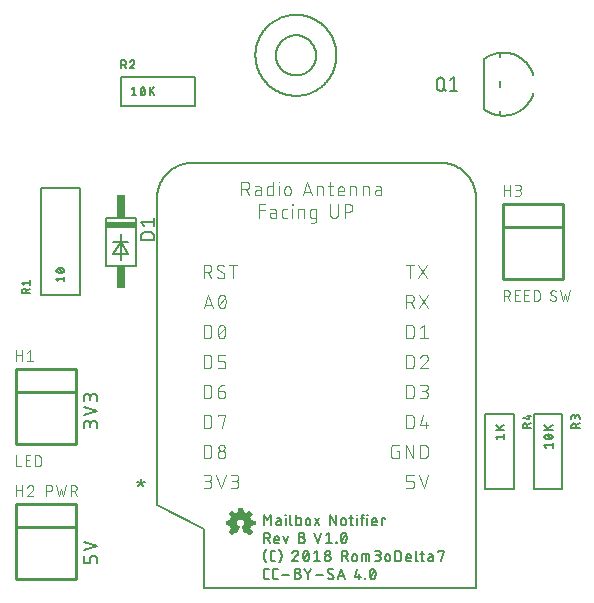
<source format=gto>
G04 EAGLE Gerber X2 export*
%TF.Part,Single*%
%TF.FileFunction,Other,Top Silkscreen *%
%TF.FilePolarity,Positive*%
%TF.GenerationSoftware,Autodesk,EAGLE,9.1.3*%
%TF.CreationDate,2018-09-11T16:53:11Z*%
G75*
%MOMM*%
%FSLAX34Y34*%
%LPD*%
%AMOC8*
5,1,8,0,0,1.08239X$1,22.5*%
G01*
%ADD10C,0.152400*%
%ADD11C,0.127000*%
%ADD12C,0.254000*%
%ADD13C,0.101600*%
%ADD14C,0.203200*%
%ADD15R,2.540000X0.508000*%
%ADD16R,0.762000X1.905000*%

G36*
X210814Y56382D02*
X210814Y56382D01*
X210884Y56388D01*
X210899Y56397D01*
X210916Y56400D01*
X211022Y56472D01*
X211032Y56478D01*
X211033Y56480D01*
X211034Y56481D01*
X213334Y58781D01*
X213342Y58794D01*
X213343Y58795D01*
X213345Y58797D01*
X213347Y58801D01*
X213366Y58817D01*
X213392Y58874D01*
X213425Y58928D01*
X213428Y58952D01*
X213438Y58975D01*
X213436Y59037D01*
X213442Y59100D01*
X213433Y59123D01*
X213432Y59148D01*
X213392Y59230D01*
X213380Y59261D01*
X213374Y59267D01*
X213369Y59276D01*
X211424Y61870D01*
X211434Y61881D01*
X211453Y61911D01*
X211505Y61979D01*
X211605Y62179D01*
X211609Y62195D01*
X211618Y62208D01*
X211644Y62342D01*
X211645Y62347D01*
X211645Y62348D01*
X211645Y62349D01*
X211645Y62359D01*
X211678Y62424D01*
X211734Y62481D01*
X211753Y62511D01*
X211805Y62579D01*
X211905Y62779D01*
X211909Y62795D01*
X211918Y62808D01*
X211944Y62942D01*
X211945Y62947D01*
X211945Y62948D01*
X211945Y62949D01*
X211945Y62959D01*
X212105Y63279D01*
X212109Y63295D01*
X212118Y63308D01*
X212144Y63442D01*
X212145Y63447D01*
X212145Y63448D01*
X212145Y63449D01*
X212145Y63459D01*
X212205Y63579D01*
X212209Y63595D01*
X212218Y63608D01*
X212244Y63742D01*
X212245Y63747D01*
X212245Y63748D01*
X212245Y63749D01*
X212245Y63759D01*
X212305Y63879D01*
X212309Y63895D01*
X212318Y63908D01*
X212338Y64011D01*
X215630Y64575D01*
X215648Y64582D01*
X215667Y64583D01*
X215727Y64616D01*
X215789Y64642D01*
X215802Y64657D01*
X215819Y64666D01*
X215858Y64722D01*
X215902Y64773D01*
X215907Y64792D01*
X215918Y64808D01*
X215940Y64919D01*
X215945Y64941D01*
X215944Y64945D01*
X215945Y64949D01*
X215945Y68149D01*
X215941Y68168D01*
X215943Y68189D01*
X215932Y68221D01*
X215931Y68227D01*
X215926Y68237D01*
X215921Y68252D01*
X215906Y68317D01*
X215893Y68333D01*
X215886Y68352D01*
X215838Y68399D01*
X215796Y68451D01*
X215777Y68459D01*
X215763Y68473D01*
X215661Y68511D01*
X215638Y68521D01*
X215633Y68521D01*
X215628Y68523D01*
X212345Y69070D01*
X212345Y69149D01*
X212328Y69223D01*
X212314Y69298D01*
X212308Y69308D01*
X212306Y69317D01*
X212283Y69345D01*
X212245Y69400D01*
X212245Y69449D01*
X212228Y69523D01*
X212214Y69598D01*
X212208Y69608D01*
X212206Y69617D01*
X212183Y69645D01*
X212134Y69717D01*
X212078Y69773D01*
X212045Y69838D01*
X212045Y69949D01*
X212028Y70023D01*
X212014Y70098D01*
X212008Y70108D01*
X212006Y70117D01*
X211983Y70145D01*
X211945Y70200D01*
X211945Y70249D01*
X211928Y70323D01*
X211914Y70398D01*
X211908Y70408D01*
X211906Y70417D01*
X211883Y70445D01*
X211834Y70517D01*
X211778Y70573D01*
X211705Y70718D01*
X211682Y70746D01*
X211645Y70800D01*
X211645Y70849D01*
X211628Y70923D01*
X211614Y70998D01*
X211608Y71008D01*
X211606Y71017D01*
X211583Y71045D01*
X211534Y71117D01*
X211478Y71173D01*
X211438Y71253D01*
X213373Y73926D01*
X213383Y73950D01*
X213400Y73969D01*
X213416Y74029D01*
X213440Y74086D01*
X213438Y74111D01*
X213445Y74136D01*
X213433Y74197D01*
X213429Y74259D01*
X213416Y74281D01*
X213411Y74306D01*
X213360Y74378D01*
X213342Y74408D01*
X213335Y74413D01*
X213328Y74423D01*
X211028Y76623D01*
X211017Y76629D01*
X211009Y76640D01*
X210943Y76673D01*
X210879Y76711D01*
X210866Y76712D01*
X210855Y76717D01*
X210781Y76718D01*
X210707Y76723D01*
X210695Y76718D01*
X210682Y76718D01*
X210551Y76661D01*
X207877Y74817D01*
X207736Y74888D01*
X207720Y74892D01*
X207707Y74901D01*
X207573Y74927D01*
X207567Y74928D01*
X207566Y74928D01*
X207556Y74928D01*
X207491Y74960D01*
X207434Y75017D01*
X207404Y75036D01*
X207336Y75088D01*
X207136Y75188D01*
X207120Y75192D01*
X207107Y75201D01*
X206973Y75227D01*
X206967Y75228D01*
X206966Y75228D01*
X206956Y75228D01*
X206891Y75260D01*
X206834Y75317D01*
X206769Y75357D01*
X206707Y75401D01*
X206695Y75403D01*
X206687Y75408D01*
X206652Y75411D01*
X206566Y75428D01*
X206456Y75428D01*
X206336Y75488D01*
X206320Y75492D01*
X206307Y75501D01*
X206173Y75527D01*
X206167Y75528D01*
X206166Y75528D01*
X206156Y75528D01*
X206036Y75588D01*
X206020Y75592D01*
X206007Y75601D01*
X205873Y75627D01*
X205867Y75628D01*
X205866Y75628D01*
X205856Y75628D01*
X205736Y75688D01*
X205720Y75692D01*
X205707Y75701D01*
X205690Y75704D01*
X205140Y78913D01*
X205132Y78931D01*
X205131Y78950D01*
X205099Y79009D01*
X205072Y79072D01*
X205058Y79085D01*
X205048Y79102D01*
X204993Y79141D01*
X204941Y79185D01*
X204922Y79190D01*
X204907Y79201D01*
X204796Y79222D01*
X204774Y79228D01*
X204770Y79227D01*
X204766Y79228D01*
X201566Y79228D01*
X201547Y79224D01*
X201528Y79226D01*
X201464Y79204D01*
X201398Y79188D01*
X201383Y79176D01*
X201364Y79170D01*
X201317Y79122D01*
X201264Y79078D01*
X201256Y79061D01*
X201243Y79047D01*
X201203Y78941D01*
X201194Y78920D01*
X201194Y78917D01*
X201192Y78913D01*
X200634Y75657D01*
X200576Y75628D01*
X200466Y75628D01*
X200392Y75611D01*
X200316Y75597D01*
X200307Y75591D01*
X200298Y75588D01*
X200270Y75566D01*
X200214Y75528D01*
X200166Y75528D01*
X200150Y75524D01*
X200134Y75527D01*
X200003Y75490D01*
X199998Y75488D01*
X199997Y75488D01*
X199996Y75488D01*
X199876Y75428D01*
X199866Y75428D01*
X199850Y75424D01*
X199834Y75427D01*
X199703Y75390D01*
X199698Y75388D01*
X199697Y75388D01*
X199696Y75388D01*
X199496Y75288D01*
X199469Y75265D01*
X199414Y75228D01*
X199366Y75228D01*
X199292Y75211D01*
X199216Y75197D01*
X199207Y75191D01*
X199198Y75188D01*
X199170Y75166D01*
X199098Y75117D01*
X199041Y75060D01*
X198896Y74988D01*
X198869Y74965D01*
X198814Y74928D01*
X198766Y74928D01*
X198692Y74911D01*
X198616Y74897D01*
X198607Y74891D01*
X198598Y74888D01*
X198570Y74866D01*
X198498Y74817D01*
X198480Y74799D01*
X195781Y76661D01*
X195765Y76667D01*
X195753Y76679D01*
X195686Y76698D01*
X195620Y76724D01*
X195603Y76723D01*
X195587Y76727D01*
X195518Y76715D01*
X195448Y76709D01*
X195433Y76700D01*
X195416Y76697D01*
X195310Y76625D01*
X195300Y76619D01*
X195299Y76618D01*
X195298Y76617D01*
X193098Y74417D01*
X193089Y74402D01*
X193075Y74392D01*
X193044Y74329D01*
X193007Y74270D01*
X193005Y74253D01*
X192997Y74238D01*
X192997Y74167D01*
X192990Y74098D01*
X192996Y74082D01*
X192996Y74064D01*
X193048Y73947D01*
X193052Y73936D01*
X193053Y73935D01*
X193054Y73933D01*
X194905Y71250D01*
X194903Y71235D01*
X194887Y71149D01*
X194887Y71099D01*
X194879Y71086D01*
X194827Y71018D01*
X194754Y70873D01*
X194698Y70817D01*
X194658Y70752D01*
X194614Y70689D01*
X194612Y70678D01*
X194607Y70670D01*
X194603Y70635D01*
X194587Y70549D01*
X194587Y70499D01*
X194579Y70486D01*
X194527Y70418D01*
X194427Y70218D01*
X194423Y70203D01*
X194414Y70189D01*
X194397Y70101D01*
X194394Y70094D01*
X194394Y70086D01*
X194388Y70055D01*
X194387Y70050D01*
X194387Y70049D01*
X194387Y70038D01*
X194227Y69718D01*
X194223Y69703D01*
X194214Y69689D01*
X194188Y69555D01*
X194187Y69550D01*
X194187Y69549D01*
X194187Y69538D01*
X194127Y69418D01*
X194123Y69403D01*
X194114Y69389D01*
X194105Y69344D01*
X194101Y69336D01*
X194102Y69326D01*
X194088Y69255D01*
X194087Y69250D01*
X194087Y69249D01*
X194087Y69238D01*
X194027Y69118D01*
X194023Y69103D01*
X194014Y69089D01*
X194011Y69073D01*
X190802Y68523D01*
X190784Y68515D01*
X190765Y68514D01*
X190705Y68482D01*
X190643Y68455D01*
X190630Y68440D01*
X190613Y68431D01*
X190574Y68376D01*
X190530Y68324D01*
X190525Y68305D01*
X190514Y68289D01*
X190498Y68208D01*
X190494Y68198D01*
X190494Y68186D01*
X190492Y68178D01*
X190487Y68156D01*
X190488Y68153D01*
X190487Y68149D01*
X190487Y64949D01*
X190491Y64930D01*
X190489Y64911D01*
X190511Y64846D01*
X190526Y64780D01*
X190539Y64765D01*
X190545Y64747D01*
X190593Y64699D01*
X190636Y64647D01*
X190654Y64639D01*
X190668Y64625D01*
X190774Y64585D01*
X190794Y64576D01*
X190798Y64576D01*
X190802Y64575D01*
X194058Y64017D01*
X194087Y63959D01*
X194087Y63849D01*
X194104Y63774D01*
X194118Y63699D01*
X194124Y63689D01*
X194126Y63680D01*
X194149Y63653D01*
X194187Y63597D01*
X194187Y63549D01*
X194200Y63493D01*
X194201Y63474D01*
X194206Y63464D01*
X194218Y63399D01*
X194224Y63389D01*
X194226Y63380D01*
X194249Y63353D01*
X194298Y63281D01*
X194354Y63224D01*
X194387Y63159D01*
X194387Y63049D01*
X194404Y62974D01*
X194418Y62899D01*
X194424Y62889D01*
X194426Y62880D01*
X194449Y62853D01*
X194487Y62797D01*
X194487Y62749D01*
X194504Y62674D01*
X194518Y62599D01*
X194524Y62589D01*
X194526Y62580D01*
X194549Y62553D01*
X194598Y62481D01*
X194654Y62424D01*
X194727Y62279D01*
X194750Y62251D01*
X194793Y62188D01*
X194795Y62184D01*
X194796Y62184D01*
X194798Y62181D01*
X194854Y62124D01*
X194887Y62059D01*
X194887Y62049D01*
X194890Y62033D01*
X194888Y62017D01*
X194900Y61975D01*
X194901Y61957D01*
X194910Y61940D01*
X194925Y61886D01*
X194925Y61884D01*
X193057Y59269D01*
X193051Y59254D01*
X193040Y59243D01*
X193019Y59175D01*
X192992Y59109D01*
X192993Y59093D01*
X192988Y59078D01*
X192999Y59008D01*
X193004Y58936D01*
X193012Y58923D01*
X193014Y58907D01*
X193089Y58791D01*
X193091Y58787D01*
X193092Y58787D01*
X195292Y56487D01*
X195310Y56475D01*
X195323Y56458D01*
X195382Y56428D01*
X195437Y56392D01*
X195458Y56390D01*
X195477Y56380D01*
X195543Y56380D01*
X195609Y56372D01*
X195629Y56379D01*
X195650Y56379D01*
X195745Y56421D01*
X195772Y56430D01*
X195775Y56434D01*
X195781Y56436D01*
X198502Y58313D01*
X198525Y58296D01*
X198537Y58294D01*
X198545Y58289D01*
X198580Y58286D01*
X198595Y58283D01*
X198598Y58281D01*
X198663Y58240D01*
X198725Y58196D01*
X198737Y58194D01*
X198745Y58189D01*
X198780Y58186D01*
X198795Y58183D01*
X198798Y58181D01*
X198863Y58140D01*
X198925Y58096D01*
X198937Y58094D01*
X198945Y58089D01*
X198980Y58086D01*
X198995Y58083D01*
X198998Y58081D01*
X199063Y58040D01*
X199125Y57996D01*
X199137Y57994D01*
X199145Y57989D01*
X199180Y57986D01*
X199195Y57983D01*
X199198Y57981D01*
X199263Y57940D01*
X199325Y57896D01*
X199337Y57894D01*
X199345Y57889D01*
X199380Y57886D01*
X199395Y57883D01*
X199398Y57881D01*
X199463Y57840D01*
X199525Y57796D01*
X199537Y57794D01*
X199545Y57789D01*
X199580Y57786D01*
X199666Y57769D01*
X199716Y57769D01*
X199737Y57756D01*
X199770Y57724D01*
X199809Y57711D01*
X199845Y57689D01*
X199890Y57685D01*
X199934Y57671D01*
X199976Y57677D01*
X200017Y57673D01*
X200060Y57689D01*
X200105Y57696D01*
X200140Y57720D01*
X200179Y57735D01*
X200210Y57768D01*
X200247Y57795D01*
X200273Y57837D01*
X200296Y57862D01*
X200303Y57887D01*
X200322Y57917D01*
X202322Y63317D01*
X202329Y63374D01*
X202345Y63429D01*
X202339Y63459D01*
X202343Y63489D01*
X202324Y63543D01*
X202314Y63600D01*
X202296Y63624D01*
X202286Y63652D01*
X202245Y63692D01*
X202211Y63738D01*
X202181Y63755D01*
X202162Y63773D01*
X202130Y63783D01*
X202086Y63808D01*
X201812Y63900D01*
X201491Y64060D01*
X201334Y64217D01*
X201304Y64236D01*
X201236Y64288D01*
X201091Y64360D01*
X200978Y64473D01*
X200905Y64618D01*
X200882Y64646D01*
X200834Y64717D01*
X200678Y64873D01*
X200517Y65194D01*
X200426Y65469D01*
X200414Y65488D01*
X200405Y65518D01*
X200245Y65838D01*
X200245Y66049D01*
X200237Y66084D01*
X200226Y66169D01*
X200145Y66410D01*
X200145Y66887D01*
X200510Y67981D01*
X200861Y68507D01*
X201008Y68654D01*
X201276Y68833D01*
X201298Y68856D01*
X201334Y68881D01*
X201508Y69054D01*
X201734Y69205D01*
X201986Y69289D01*
X202004Y69300D01*
X202018Y69303D01*
X202031Y69314D01*
X202076Y69333D01*
X202281Y69469D01*
X202466Y69469D01*
X202501Y69478D01*
X202558Y69481D01*
X202913Y69569D01*
X203504Y69569D01*
X203746Y69489D01*
X203782Y69486D01*
X203866Y69469D01*
X204051Y69469D01*
X204256Y69333D01*
X204291Y69320D01*
X204340Y69292D01*
X204342Y69291D01*
X204343Y69291D01*
X204346Y69289D01*
X204598Y69205D01*
X205125Y68854D01*
X205471Y68507D01*
X205822Y67981D01*
X205906Y67729D01*
X205926Y67697D01*
X205950Y67638D01*
X206087Y67434D01*
X206087Y67249D01*
X206095Y67214D01*
X206106Y67129D01*
X206187Y66887D01*
X206187Y66110D01*
X206106Y65869D01*
X206103Y65833D01*
X206087Y65749D01*
X206087Y65638D01*
X206027Y65518D01*
X206021Y65496D01*
X206006Y65469D01*
X205915Y65194D01*
X205854Y65073D01*
X205698Y64917D01*
X205679Y64886D01*
X205627Y64818D01*
X205554Y64673D01*
X205241Y64360D01*
X205096Y64288D01*
X205069Y64265D01*
X204998Y64217D01*
X204841Y64060D01*
X204296Y63788D01*
X204273Y63768D01*
X204244Y63756D01*
X204207Y63713D01*
X204163Y63677D01*
X204151Y63649D01*
X204131Y63626D01*
X204116Y63571D01*
X204093Y63519D01*
X204095Y63488D01*
X204087Y63458D01*
X204099Y63384D01*
X204101Y63346D01*
X204108Y63334D01*
X204110Y63317D01*
X206110Y57917D01*
X206122Y57900D01*
X206126Y57880D01*
X206169Y57829D01*
X206206Y57773D01*
X206224Y57762D01*
X206236Y57747D01*
X206298Y57720D01*
X206356Y57686D01*
X206376Y57685D01*
X206394Y57676D01*
X206461Y57679D01*
X206528Y57675D01*
X206547Y57682D01*
X206567Y57683D01*
X206626Y57715D01*
X206688Y57741D01*
X206701Y57757D01*
X206719Y57766D01*
X206732Y57785D01*
X206740Y57787D01*
X206816Y57800D01*
X206825Y57807D01*
X206834Y57809D01*
X206862Y57832D01*
X206934Y57881D01*
X206941Y57887D01*
X207016Y57900D01*
X207025Y57907D01*
X207034Y57909D01*
X207062Y57932D01*
X207134Y57981D01*
X207141Y57987D01*
X207216Y58000D01*
X207225Y58007D01*
X207234Y58009D01*
X207262Y58032D01*
X207318Y58069D01*
X207366Y58069D01*
X207440Y58087D01*
X207516Y58100D01*
X207525Y58107D01*
X207534Y58109D01*
X207562Y58132D01*
X207634Y58181D01*
X207641Y58187D01*
X207716Y58200D01*
X207725Y58207D01*
X207734Y58209D01*
X207762Y58232D01*
X207834Y58281D01*
X207852Y58298D01*
X210551Y56436D01*
X210567Y56430D01*
X210579Y56419D01*
X210647Y56399D01*
X210712Y56373D01*
X210729Y56375D01*
X210745Y56370D01*
X210814Y56382D01*
G37*
D10*
X81788Y146812D02*
X81788Y149916D01*
X81786Y150027D01*
X81780Y150137D01*
X81770Y150248D01*
X81756Y150358D01*
X81739Y150467D01*
X81717Y150576D01*
X81692Y150684D01*
X81662Y150790D01*
X81629Y150896D01*
X81592Y151001D01*
X81552Y151104D01*
X81507Y151205D01*
X81460Y151305D01*
X81408Y151404D01*
X81353Y151500D01*
X81295Y151594D01*
X81234Y151686D01*
X81169Y151776D01*
X81101Y151864D01*
X81030Y151949D01*
X80956Y152031D01*
X80879Y152111D01*
X80799Y152188D01*
X80717Y152262D01*
X80632Y152333D01*
X80544Y152401D01*
X80454Y152466D01*
X80362Y152527D01*
X80268Y152585D01*
X80172Y152640D01*
X80073Y152692D01*
X79973Y152739D01*
X79872Y152784D01*
X79769Y152824D01*
X79664Y152861D01*
X79558Y152894D01*
X79452Y152924D01*
X79344Y152949D01*
X79235Y152971D01*
X79126Y152988D01*
X79016Y153002D01*
X78905Y153012D01*
X78795Y153018D01*
X78684Y153020D01*
X78573Y153018D01*
X78463Y153012D01*
X78352Y153002D01*
X78242Y152988D01*
X78133Y152971D01*
X78024Y152949D01*
X77916Y152924D01*
X77810Y152894D01*
X77704Y152861D01*
X77599Y152824D01*
X77496Y152784D01*
X77395Y152739D01*
X77295Y152692D01*
X77196Y152640D01*
X77100Y152585D01*
X77006Y152527D01*
X76914Y152466D01*
X76824Y152401D01*
X76736Y152333D01*
X76651Y152262D01*
X76569Y152188D01*
X76489Y152111D01*
X76412Y152031D01*
X76338Y151949D01*
X76267Y151864D01*
X76199Y151776D01*
X76134Y151686D01*
X76073Y151594D01*
X76015Y151500D01*
X75960Y151404D01*
X75908Y151305D01*
X75861Y151205D01*
X75816Y151104D01*
X75776Y151001D01*
X75739Y150896D01*
X75706Y150790D01*
X75676Y150684D01*
X75651Y150576D01*
X75629Y150467D01*
X75612Y150358D01*
X75598Y150248D01*
X75588Y150137D01*
X75582Y150027D01*
X75580Y149916D01*
X70612Y150537D02*
X70612Y146812D01*
X70612Y150537D02*
X70614Y150636D01*
X70620Y150734D01*
X70630Y150833D01*
X70643Y150930D01*
X70661Y151028D01*
X70682Y151124D01*
X70708Y151220D01*
X70737Y151314D01*
X70769Y151407D01*
X70806Y151499D01*
X70846Y151589D01*
X70890Y151678D01*
X70937Y151765D01*
X70987Y151850D01*
X71041Y151932D01*
X71098Y152013D01*
X71158Y152091D01*
X71222Y152167D01*
X71288Y152240D01*
X71357Y152311D01*
X71429Y152379D01*
X71504Y152443D01*
X71581Y152505D01*
X71660Y152564D01*
X71742Y152619D01*
X71826Y152672D01*
X71911Y152720D01*
X71999Y152766D01*
X72089Y152808D01*
X72180Y152846D01*
X72272Y152880D01*
X72366Y152911D01*
X72461Y152938D01*
X72557Y152962D01*
X72654Y152981D01*
X72751Y152997D01*
X72849Y153009D01*
X72948Y153017D01*
X73047Y153021D01*
X73145Y153021D01*
X73244Y153017D01*
X73343Y153009D01*
X73441Y152997D01*
X73538Y152981D01*
X73635Y152962D01*
X73731Y152938D01*
X73826Y152911D01*
X73920Y152880D01*
X74012Y152846D01*
X74103Y152808D01*
X74193Y152766D01*
X74281Y152720D01*
X74366Y152672D01*
X74450Y152619D01*
X74532Y152564D01*
X74611Y152505D01*
X74688Y152443D01*
X74763Y152379D01*
X74835Y152311D01*
X74904Y152240D01*
X74970Y152167D01*
X75034Y152091D01*
X75094Y152013D01*
X75151Y151932D01*
X75205Y151850D01*
X75255Y151765D01*
X75302Y151678D01*
X75346Y151589D01*
X75386Y151499D01*
X75423Y151407D01*
X75455Y151314D01*
X75484Y151220D01*
X75510Y151124D01*
X75531Y151028D01*
X75549Y150930D01*
X75562Y150833D01*
X75572Y150734D01*
X75578Y150636D01*
X75580Y150537D01*
X75579Y150537D02*
X75579Y148054D01*
X70612Y157621D02*
X81788Y161346D01*
X70612Y165072D01*
X81788Y169672D02*
X81788Y172776D01*
X81786Y172887D01*
X81780Y172997D01*
X81770Y173108D01*
X81756Y173218D01*
X81739Y173327D01*
X81717Y173436D01*
X81692Y173544D01*
X81662Y173650D01*
X81629Y173756D01*
X81592Y173861D01*
X81552Y173964D01*
X81507Y174065D01*
X81460Y174165D01*
X81408Y174264D01*
X81353Y174360D01*
X81295Y174454D01*
X81234Y174546D01*
X81169Y174636D01*
X81101Y174724D01*
X81030Y174809D01*
X80956Y174891D01*
X80879Y174971D01*
X80799Y175048D01*
X80717Y175122D01*
X80632Y175193D01*
X80544Y175261D01*
X80454Y175326D01*
X80362Y175387D01*
X80268Y175445D01*
X80172Y175500D01*
X80073Y175552D01*
X79973Y175599D01*
X79872Y175644D01*
X79769Y175684D01*
X79664Y175721D01*
X79558Y175754D01*
X79452Y175784D01*
X79344Y175809D01*
X79235Y175831D01*
X79126Y175848D01*
X79016Y175862D01*
X78905Y175872D01*
X78795Y175878D01*
X78684Y175880D01*
X78573Y175878D01*
X78463Y175872D01*
X78352Y175862D01*
X78242Y175848D01*
X78133Y175831D01*
X78024Y175809D01*
X77916Y175784D01*
X77810Y175754D01*
X77704Y175721D01*
X77599Y175684D01*
X77496Y175644D01*
X77395Y175599D01*
X77295Y175552D01*
X77196Y175500D01*
X77100Y175445D01*
X77006Y175387D01*
X76914Y175326D01*
X76824Y175261D01*
X76736Y175193D01*
X76651Y175122D01*
X76569Y175048D01*
X76489Y174971D01*
X76412Y174891D01*
X76338Y174809D01*
X76267Y174724D01*
X76199Y174636D01*
X76134Y174546D01*
X76073Y174454D01*
X76015Y174360D01*
X75960Y174264D01*
X75908Y174165D01*
X75861Y174065D01*
X75816Y173964D01*
X75776Y173861D01*
X75739Y173756D01*
X75706Y173650D01*
X75676Y173544D01*
X75651Y173436D01*
X75629Y173327D01*
X75612Y173218D01*
X75598Y173108D01*
X75588Y172997D01*
X75582Y172887D01*
X75580Y172776D01*
X70612Y173397D02*
X70612Y169672D01*
X70612Y173397D02*
X70614Y173496D01*
X70620Y173594D01*
X70630Y173693D01*
X70643Y173790D01*
X70661Y173888D01*
X70682Y173984D01*
X70708Y174080D01*
X70737Y174174D01*
X70769Y174267D01*
X70806Y174359D01*
X70846Y174449D01*
X70890Y174538D01*
X70937Y174625D01*
X70987Y174710D01*
X71041Y174792D01*
X71098Y174873D01*
X71158Y174951D01*
X71222Y175027D01*
X71288Y175100D01*
X71357Y175171D01*
X71429Y175239D01*
X71504Y175303D01*
X71581Y175365D01*
X71660Y175424D01*
X71742Y175479D01*
X71826Y175532D01*
X71911Y175580D01*
X71999Y175626D01*
X72089Y175668D01*
X72180Y175706D01*
X72272Y175740D01*
X72366Y175771D01*
X72461Y175798D01*
X72557Y175822D01*
X72654Y175841D01*
X72751Y175857D01*
X72849Y175869D01*
X72948Y175877D01*
X73047Y175881D01*
X73145Y175881D01*
X73244Y175877D01*
X73343Y175869D01*
X73441Y175857D01*
X73538Y175841D01*
X73635Y175822D01*
X73731Y175798D01*
X73826Y175771D01*
X73920Y175740D01*
X74012Y175706D01*
X74103Y175668D01*
X74193Y175626D01*
X74281Y175580D01*
X74366Y175532D01*
X74450Y175479D01*
X74532Y175424D01*
X74611Y175365D01*
X74688Y175303D01*
X74763Y175239D01*
X74835Y175171D01*
X74904Y175100D01*
X74970Y175027D01*
X75034Y174951D01*
X75094Y174873D01*
X75151Y174792D01*
X75205Y174710D01*
X75255Y174625D01*
X75302Y174538D01*
X75346Y174449D01*
X75386Y174359D01*
X75423Y174267D01*
X75455Y174174D01*
X75484Y174080D01*
X75510Y173984D01*
X75531Y173888D01*
X75549Y173790D01*
X75562Y173693D01*
X75572Y173594D01*
X75578Y173496D01*
X75580Y173397D01*
X75579Y173397D02*
X75579Y170914D01*
X81788Y36237D02*
X81788Y32512D01*
X81788Y36237D02*
X81786Y36335D01*
X81780Y36432D01*
X81771Y36529D01*
X81757Y36626D01*
X81740Y36722D01*
X81719Y36817D01*
X81695Y36911D01*
X81666Y37005D01*
X81634Y37097D01*
X81599Y37188D01*
X81560Y37277D01*
X81517Y37365D01*
X81471Y37451D01*
X81422Y37535D01*
X81369Y37617D01*
X81314Y37697D01*
X81255Y37775D01*
X81193Y37850D01*
X81128Y37923D01*
X81060Y37993D01*
X80990Y38061D01*
X80917Y38126D01*
X80842Y38188D01*
X80764Y38247D01*
X80684Y38302D01*
X80602Y38355D01*
X80518Y38404D01*
X80432Y38450D01*
X80344Y38493D01*
X80255Y38532D01*
X80164Y38567D01*
X80072Y38599D01*
X79978Y38628D01*
X79884Y38652D01*
X79789Y38673D01*
X79693Y38690D01*
X79596Y38704D01*
X79499Y38713D01*
X79402Y38719D01*
X79304Y38721D01*
X78063Y38721D01*
X77965Y38719D01*
X77868Y38713D01*
X77771Y38704D01*
X77674Y38690D01*
X77578Y38673D01*
X77483Y38652D01*
X77389Y38628D01*
X77295Y38599D01*
X77203Y38567D01*
X77112Y38532D01*
X77023Y38493D01*
X76935Y38450D01*
X76849Y38404D01*
X76765Y38355D01*
X76683Y38302D01*
X76603Y38247D01*
X76525Y38188D01*
X76450Y38126D01*
X76377Y38061D01*
X76307Y37993D01*
X76239Y37923D01*
X76174Y37850D01*
X76112Y37775D01*
X76053Y37697D01*
X75998Y37617D01*
X75945Y37535D01*
X75896Y37451D01*
X75850Y37365D01*
X75807Y37277D01*
X75768Y37188D01*
X75733Y37097D01*
X75701Y37005D01*
X75672Y36911D01*
X75648Y36817D01*
X75627Y36722D01*
X75610Y36626D01*
X75596Y36529D01*
X75587Y36432D01*
X75581Y36335D01*
X75579Y36237D01*
X75579Y32512D01*
X70612Y32512D01*
X70612Y38721D01*
X70612Y43321D02*
X81788Y47046D01*
X70612Y50772D01*
D11*
X222885Y64770D02*
X222885Y73660D01*
X225848Y68721D01*
X228812Y73660D01*
X228812Y64770D01*
X234990Y68227D02*
X237212Y68227D01*
X234990Y68228D02*
X234908Y68226D01*
X234826Y68220D01*
X234744Y68210D01*
X234663Y68197D01*
X234582Y68179D01*
X234503Y68158D01*
X234424Y68133D01*
X234347Y68104D01*
X234272Y68072D01*
X234198Y68036D01*
X234126Y67996D01*
X234055Y67954D01*
X233987Y67907D01*
X233921Y67858D01*
X233858Y67806D01*
X233797Y67750D01*
X233739Y67692D01*
X233683Y67631D01*
X233631Y67568D01*
X233582Y67502D01*
X233535Y67434D01*
X233493Y67364D01*
X233453Y67291D01*
X233417Y67217D01*
X233385Y67142D01*
X233356Y67065D01*
X233331Y66986D01*
X233310Y66907D01*
X233292Y66826D01*
X233279Y66745D01*
X233269Y66663D01*
X233263Y66581D01*
X233261Y66499D01*
X233263Y66417D01*
X233269Y66335D01*
X233279Y66253D01*
X233292Y66172D01*
X233310Y66091D01*
X233331Y66012D01*
X233356Y65933D01*
X233385Y65856D01*
X233417Y65781D01*
X233453Y65707D01*
X233493Y65635D01*
X233535Y65564D01*
X233582Y65496D01*
X233631Y65430D01*
X233683Y65367D01*
X233739Y65306D01*
X233797Y65248D01*
X233858Y65192D01*
X233921Y65140D01*
X233987Y65091D01*
X234055Y65044D01*
X234126Y65002D01*
X234198Y64962D01*
X234272Y64926D01*
X234347Y64894D01*
X234424Y64865D01*
X234503Y64840D01*
X234582Y64819D01*
X234663Y64801D01*
X234744Y64788D01*
X234826Y64778D01*
X234908Y64772D01*
X234990Y64770D01*
X237212Y64770D01*
X237212Y69215D01*
X237213Y69215D02*
X237211Y69290D01*
X237205Y69365D01*
X237196Y69439D01*
X237183Y69513D01*
X237166Y69586D01*
X237145Y69659D01*
X237121Y69730D01*
X237093Y69799D01*
X237062Y69868D01*
X237027Y69934D01*
X236989Y69999D01*
X236947Y70062D01*
X236903Y70122D01*
X236855Y70180D01*
X236805Y70236D01*
X236752Y70289D01*
X236696Y70339D01*
X236638Y70387D01*
X236578Y70431D01*
X236515Y70473D01*
X236450Y70511D01*
X236384Y70546D01*
X236315Y70577D01*
X236246Y70605D01*
X236175Y70629D01*
X236102Y70650D01*
X236029Y70667D01*
X235955Y70680D01*
X235881Y70689D01*
X235806Y70695D01*
X235731Y70697D01*
X233755Y70697D01*
X241393Y70697D02*
X241393Y64770D01*
X241146Y73166D02*
X241146Y73660D01*
X241640Y73660D01*
X241640Y73166D01*
X241146Y73166D01*
X245276Y73660D02*
X245276Y66252D01*
X245278Y66177D01*
X245284Y66102D01*
X245293Y66028D01*
X245306Y65954D01*
X245323Y65881D01*
X245344Y65808D01*
X245368Y65737D01*
X245396Y65668D01*
X245427Y65599D01*
X245462Y65533D01*
X245500Y65468D01*
X245542Y65405D01*
X245586Y65345D01*
X245634Y65287D01*
X245684Y65231D01*
X245737Y65178D01*
X245793Y65128D01*
X245851Y65080D01*
X245911Y65036D01*
X245974Y64994D01*
X246039Y64956D01*
X246105Y64921D01*
X246174Y64890D01*
X246243Y64862D01*
X246314Y64838D01*
X246387Y64817D01*
X246460Y64800D01*
X246534Y64787D01*
X246608Y64778D01*
X246683Y64772D01*
X246758Y64770D01*
X250451Y64770D02*
X250451Y73660D01*
X250451Y64770D02*
X252920Y64770D01*
X252995Y64772D01*
X253070Y64778D01*
X253144Y64787D01*
X253218Y64800D01*
X253291Y64817D01*
X253364Y64838D01*
X253435Y64862D01*
X253504Y64890D01*
X253573Y64921D01*
X253639Y64956D01*
X253704Y64994D01*
X253767Y65036D01*
X253827Y65080D01*
X253885Y65128D01*
X253941Y65178D01*
X253994Y65231D01*
X254044Y65287D01*
X254092Y65345D01*
X254136Y65405D01*
X254178Y65468D01*
X254216Y65533D01*
X254251Y65599D01*
X254282Y65668D01*
X254310Y65737D01*
X254334Y65808D01*
X254355Y65881D01*
X254372Y65954D01*
X254385Y66028D01*
X254394Y66102D01*
X254400Y66177D01*
X254402Y66252D01*
X254402Y69215D01*
X254400Y69290D01*
X254394Y69365D01*
X254385Y69439D01*
X254372Y69513D01*
X254355Y69586D01*
X254334Y69659D01*
X254310Y69730D01*
X254282Y69799D01*
X254251Y69868D01*
X254216Y69934D01*
X254178Y69999D01*
X254136Y70062D01*
X254092Y70122D01*
X254044Y70180D01*
X253994Y70236D01*
X253941Y70289D01*
X253885Y70339D01*
X253827Y70387D01*
X253767Y70431D01*
X253704Y70473D01*
X253639Y70511D01*
X253573Y70546D01*
X253504Y70577D01*
X253435Y70605D01*
X253364Y70629D01*
X253291Y70650D01*
X253218Y70667D01*
X253144Y70680D01*
X253070Y70689D01*
X252995Y70695D01*
X252920Y70697D01*
X250451Y70697D01*
X258315Y68721D02*
X258315Y66746D01*
X258315Y68721D02*
X258317Y68808D01*
X258323Y68896D01*
X258332Y68983D01*
X258346Y69069D01*
X258363Y69155D01*
X258384Y69239D01*
X258409Y69323D01*
X258438Y69406D01*
X258470Y69487D01*
X258505Y69567D01*
X258544Y69645D01*
X258587Y69722D01*
X258633Y69796D01*
X258682Y69868D01*
X258734Y69938D01*
X258790Y70006D01*
X258848Y70071D01*
X258909Y70134D01*
X258973Y70193D01*
X259040Y70250D01*
X259108Y70304D01*
X259180Y70355D01*
X259253Y70402D01*
X259328Y70447D01*
X259406Y70488D01*
X259485Y70525D01*
X259565Y70559D01*
X259647Y70589D01*
X259730Y70616D01*
X259815Y70639D01*
X259900Y70658D01*
X259986Y70673D01*
X260073Y70685D01*
X260160Y70693D01*
X260247Y70697D01*
X260335Y70697D01*
X260422Y70693D01*
X260509Y70685D01*
X260596Y70673D01*
X260682Y70658D01*
X260767Y70639D01*
X260852Y70616D01*
X260935Y70589D01*
X261017Y70559D01*
X261097Y70525D01*
X261176Y70488D01*
X261254Y70447D01*
X261329Y70402D01*
X261402Y70355D01*
X261474Y70304D01*
X261542Y70250D01*
X261609Y70193D01*
X261673Y70134D01*
X261734Y70071D01*
X261792Y70006D01*
X261848Y69938D01*
X261900Y69868D01*
X261949Y69796D01*
X261995Y69722D01*
X262038Y69645D01*
X262077Y69567D01*
X262112Y69487D01*
X262144Y69406D01*
X262173Y69323D01*
X262198Y69239D01*
X262219Y69155D01*
X262236Y69069D01*
X262250Y68983D01*
X262259Y68896D01*
X262265Y68808D01*
X262267Y68721D01*
X262266Y68721D02*
X262266Y66746D01*
X262267Y66746D02*
X262265Y66659D01*
X262259Y66571D01*
X262250Y66484D01*
X262236Y66398D01*
X262219Y66312D01*
X262198Y66228D01*
X262173Y66144D01*
X262144Y66061D01*
X262112Y65980D01*
X262077Y65900D01*
X262038Y65822D01*
X261995Y65745D01*
X261949Y65671D01*
X261900Y65599D01*
X261848Y65529D01*
X261792Y65461D01*
X261734Y65396D01*
X261673Y65333D01*
X261609Y65274D01*
X261542Y65217D01*
X261474Y65163D01*
X261402Y65112D01*
X261329Y65065D01*
X261254Y65020D01*
X261176Y64979D01*
X261097Y64942D01*
X261017Y64908D01*
X260935Y64878D01*
X260852Y64851D01*
X260767Y64828D01*
X260682Y64809D01*
X260596Y64794D01*
X260509Y64782D01*
X260422Y64774D01*
X260335Y64770D01*
X260247Y64770D01*
X260160Y64774D01*
X260073Y64782D01*
X259986Y64794D01*
X259900Y64809D01*
X259815Y64828D01*
X259730Y64851D01*
X259647Y64878D01*
X259565Y64908D01*
X259485Y64942D01*
X259406Y64979D01*
X259328Y65020D01*
X259253Y65065D01*
X259180Y65112D01*
X259108Y65163D01*
X259040Y65217D01*
X258973Y65274D01*
X258909Y65333D01*
X258848Y65396D01*
X258790Y65461D01*
X258734Y65529D01*
X258682Y65599D01*
X258633Y65671D01*
X258587Y65745D01*
X258544Y65822D01*
X258505Y65900D01*
X258470Y65980D01*
X258438Y66061D01*
X258409Y66144D01*
X258384Y66228D01*
X258363Y66312D01*
X258346Y66398D01*
X258332Y66484D01*
X258323Y66571D01*
X258317Y66659D01*
X258315Y66746D01*
X265935Y64770D02*
X269886Y70697D01*
X265935Y70697D02*
X269886Y64770D01*
X278852Y64770D02*
X278852Y73660D01*
X283791Y64770D01*
X283791Y73660D01*
X288185Y68721D02*
X288185Y66746D01*
X288185Y68721D02*
X288187Y68808D01*
X288193Y68896D01*
X288202Y68983D01*
X288216Y69069D01*
X288233Y69155D01*
X288254Y69239D01*
X288279Y69323D01*
X288308Y69406D01*
X288340Y69487D01*
X288375Y69567D01*
X288414Y69645D01*
X288457Y69722D01*
X288503Y69796D01*
X288552Y69868D01*
X288604Y69938D01*
X288660Y70006D01*
X288718Y70071D01*
X288779Y70134D01*
X288843Y70193D01*
X288910Y70250D01*
X288978Y70304D01*
X289050Y70355D01*
X289123Y70402D01*
X289198Y70447D01*
X289276Y70488D01*
X289355Y70525D01*
X289435Y70559D01*
X289517Y70589D01*
X289600Y70616D01*
X289685Y70639D01*
X289770Y70658D01*
X289856Y70673D01*
X289943Y70685D01*
X290030Y70693D01*
X290117Y70697D01*
X290205Y70697D01*
X290292Y70693D01*
X290379Y70685D01*
X290466Y70673D01*
X290552Y70658D01*
X290637Y70639D01*
X290722Y70616D01*
X290805Y70589D01*
X290887Y70559D01*
X290967Y70525D01*
X291046Y70488D01*
X291124Y70447D01*
X291199Y70402D01*
X291272Y70355D01*
X291344Y70304D01*
X291412Y70250D01*
X291479Y70193D01*
X291543Y70134D01*
X291604Y70071D01*
X291662Y70006D01*
X291718Y69938D01*
X291770Y69868D01*
X291819Y69796D01*
X291865Y69722D01*
X291908Y69645D01*
X291947Y69567D01*
X291982Y69487D01*
X292014Y69406D01*
X292043Y69323D01*
X292068Y69239D01*
X292089Y69155D01*
X292106Y69069D01*
X292120Y68983D01*
X292129Y68896D01*
X292135Y68808D01*
X292137Y68721D01*
X292136Y68721D02*
X292136Y66746D01*
X292137Y66746D02*
X292135Y66659D01*
X292129Y66571D01*
X292120Y66484D01*
X292106Y66398D01*
X292089Y66312D01*
X292068Y66228D01*
X292043Y66144D01*
X292014Y66061D01*
X291982Y65980D01*
X291947Y65900D01*
X291908Y65822D01*
X291865Y65745D01*
X291819Y65671D01*
X291770Y65599D01*
X291718Y65529D01*
X291662Y65461D01*
X291604Y65396D01*
X291543Y65333D01*
X291479Y65274D01*
X291412Y65217D01*
X291344Y65163D01*
X291272Y65112D01*
X291199Y65065D01*
X291124Y65020D01*
X291046Y64979D01*
X290967Y64942D01*
X290887Y64908D01*
X290805Y64878D01*
X290722Y64851D01*
X290637Y64828D01*
X290552Y64809D01*
X290466Y64794D01*
X290379Y64782D01*
X290292Y64774D01*
X290205Y64770D01*
X290117Y64770D01*
X290030Y64774D01*
X289943Y64782D01*
X289856Y64794D01*
X289770Y64809D01*
X289685Y64828D01*
X289600Y64851D01*
X289517Y64878D01*
X289435Y64908D01*
X289355Y64942D01*
X289276Y64979D01*
X289198Y65020D01*
X289123Y65065D01*
X289050Y65112D01*
X288978Y65163D01*
X288910Y65217D01*
X288843Y65274D01*
X288779Y65333D01*
X288718Y65396D01*
X288660Y65461D01*
X288604Y65529D01*
X288552Y65599D01*
X288503Y65671D01*
X288457Y65745D01*
X288414Y65822D01*
X288375Y65900D01*
X288340Y65980D01*
X288308Y66061D01*
X288279Y66144D01*
X288254Y66228D01*
X288233Y66312D01*
X288216Y66398D01*
X288202Y66484D01*
X288193Y66571D01*
X288187Y66659D01*
X288185Y66746D01*
X295290Y70697D02*
X298253Y70697D01*
X296278Y73660D02*
X296278Y66252D01*
X296280Y66177D01*
X296286Y66102D01*
X296295Y66028D01*
X296308Y65954D01*
X296325Y65881D01*
X296346Y65808D01*
X296370Y65737D01*
X296398Y65668D01*
X296429Y65599D01*
X296464Y65533D01*
X296502Y65468D01*
X296544Y65405D01*
X296588Y65345D01*
X296636Y65287D01*
X296686Y65231D01*
X296739Y65178D01*
X296795Y65128D01*
X296853Y65080D01*
X296913Y65036D01*
X296976Y64994D01*
X297041Y64956D01*
X297107Y64921D01*
X297176Y64890D01*
X297245Y64862D01*
X297316Y64838D01*
X297389Y64817D01*
X297462Y64800D01*
X297536Y64787D01*
X297610Y64778D01*
X297685Y64772D01*
X297760Y64770D01*
X298253Y64770D01*
X301743Y64770D02*
X301743Y70697D01*
X301496Y73166D02*
X301496Y73660D01*
X301990Y73660D01*
X301990Y73166D01*
X301496Y73166D01*
X306030Y72178D02*
X306030Y64770D01*
X306029Y72178D02*
X306031Y72253D01*
X306037Y72328D01*
X306046Y72402D01*
X306059Y72476D01*
X306076Y72549D01*
X306097Y72622D01*
X306121Y72693D01*
X306149Y72762D01*
X306180Y72831D01*
X306215Y72897D01*
X306253Y72962D01*
X306295Y73025D01*
X306339Y73085D01*
X306387Y73143D01*
X306437Y73199D01*
X306490Y73252D01*
X306546Y73302D01*
X306604Y73350D01*
X306664Y73394D01*
X306727Y73436D01*
X306792Y73474D01*
X306858Y73509D01*
X306927Y73540D01*
X306996Y73568D01*
X307067Y73592D01*
X307140Y73613D01*
X307213Y73630D01*
X307287Y73643D01*
X307361Y73652D01*
X307436Y73658D01*
X307511Y73660D01*
X308005Y73660D01*
X308005Y70697D02*
X305042Y70697D01*
X310582Y70697D02*
X310582Y64770D01*
X310335Y73166D02*
X310335Y73660D01*
X310829Y73660D01*
X310829Y73166D01*
X310335Y73166D01*
X315880Y64770D02*
X318349Y64770D01*
X315880Y64770D02*
X315805Y64772D01*
X315730Y64778D01*
X315656Y64787D01*
X315582Y64800D01*
X315509Y64817D01*
X315436Y64838D01*
X315365Y64862D01*
X315296Y64890D01*
X315227Y64921D01*
X315161Y64956D01*
X315096Y64994D01*
X315033Y65036D01*
X314973Y65080D01*
X314915Y65128D01*
X314859Y65178D01*
X314806Y65231D01*
X314756Y65287D01*
X314708Y65345D01*
X314664Y65405D01*
X314622Y65468D01*
X314584Y65533D01*
X314549Y65599D01*
X314518Y65668D01*
X314490Y65737D01*
X314466Y65808D01*
X314445Y65881D01*
X314428Y65954D01*
X314415Y66028D01*
X314406Y66102D01*
X314400Y66177D01*
X314398Y66252D01*
X314398Y68721D01*
X314397Y68721D02*
X314399Y68808D01*
X314405Y68896D01*
X314414Y68983D01*
X314428Y69069D01*
X314445Y69155D01*
X314466Y69239D01*
X314491Y69323D01*
X314520Y69406D01*
X314552Y69487D01*
X314587Y69567D01*
X314626Y69645D01*
X314669Y69722D01*
X314715Y69796D01*
X314764Y69868D01*
X314816Y69938D01*
X314872Y70006D01*
X314930Y70071D01*
X314991Y70134D01*
X315055Y70193D01*
X315122Y70250D01*
X315190Y70304D01*
X315262Y70355D01*
X315335Y70402D01*
X315410Y70447D01*
X315488Y70488D01*
X315567Y70525D01*
X315647Y70559D01*
X315729Y70589D01*
X315812Y70616D01*
X315897Y70639D01*
X315982Y70658D01*
X316068Y70673D01*
X316155Y70685D01*
X316242Y70693D01*
X316329Y70697D01*
X316417Y70697D01*
X316504Y70693D01*
X316591Y70685D01*
X316678Y70673D01*
X316764Y70658D01*
X316849Y70639D01*
X316934Y70616D01*
X317017Y70589D01*
X317099Y70559D01*
X317179Y70525D01*
X317258Y70488D01*
X317336Y70447D01*
X317411Y70402D01*
X317484Y70355D01*
X317556Y70304D01*
X317624Y70250D01*
X317691Y70193D01*
X317755Y70134D01*
X317816Y70071D01*
X317874Y70006D01*
X317930Y69938D01*
X317982Y69868D01*
X318031Y69796D01*
X318077Y69722D01*
X318120Y69645D01*
X318159Y69567D01*
X318194Y69487D01*
X318226Y69406D01*
X318255Y69323D01*
X318280Y69239D01*
X318301Y69155D01*
X318318Y69069D01*
X318332Y68983D01*
X318341Y68896D01*
X318347Y68808D01*
X318349Y68721D01*
X318349Y67733D01*
X314398Y67733D01*
X322696Y64770D02*
X322696Y70697D01*
X325659Y70697D01*
X325659Y69709D01*
X222885Y58420D02*
X222885Y49530D01*
X222885Y58420D02*
X225354Y58420D01*
X225452Y58418D01*
X225550Y58412D01*
X225648Y58402D01*
X225745Y58389D01*
X225842Y58371D01*
X225938Y58350D01*
X226032Y58325D01*
X226126Y58296D01*
X226219Y58264D01*
X226310Y58227D01*
X226400Y58188D01*
X226488Y58144D01*
X226574Y58097D01*
X226659Y58047D01*
X226741Y57994D01*
X226821Y57937D01*
X226899Y57877D01*
X226974Y57814D01*
X227047Y57748D01*
X227117Y57679D01*
X227184Y57608D01*
X227249Y57534D01*
X227310Y57457D01*
X227369Y57378D01*
X227424Y57297D01*
X227476Y57214D01*
X227524Y57128D01*
X227569Y57041D01*
X227611Y56952D01*
X227649Y56862D01*
X227683Y56770D01*
X227714Y56677D01*
X227741Y56582D01*
X227764Y56487D01*
X227784Y56390D01*
X227799Y56294D01*
X227811Y56196D01*
X227819Y56098D01*
X227823Y56000D01*
X227823Y55902D01*
X227819Y55804D01*
X227811Y55706D01*
X227799Y55608D01*
X227784Y55512D01*
X227764Y55415D01*
X227741Y55320D01*
X227714Y55225D01*
X227683Y55132D01*
X227649Y55040D01*
X227611Y54950D01*
X227569Y54861D01*
X227524Y54774D01*
X227476Y54688D01*
X227424Y54605D01*
X227369Y54524D01*
X227310Y54445D01*
X227249Y54368D01*
X227184Y54294D01*
X227117Y54223D01*
X227047Y54154D01*
X226974Y54088D01*
X226899Y54025D01*
X226821Y53965D01*
X226741Y53908D01*
X226659Y53855D01*
X226574Y53805D01*
X226488Y53758D01*
X226400Y53714D01*
X226310Y53675D01*
X226219Y53638D01*
X226126Y53606D01*
X226032Y53577D01*
X225938Y53552D01*
X225842Y53531D01*
X225745Y53513D01*
X225648Y53500D01*
X225550Y53490D01*
X225452Y53484D01*
X225354Y53482D01*
X225354Y53481D02*
X222885Y53481D01*
X225848Y53481D02*
X227824Y49530D01*
X233319Y49530D02*
X235789Y49530D01*
X233319Y49530D02*
X233244Y49532D01*
X233169Y49538D01*
X233095Y49547D01*
X233021Y49560D01*
X232948Y49577D01*
X232875Y49598D01*
X232804Y49622D01*
X232735Y49650D01*
X232666Y49681D01*
X232600Y49716D01*
X232535Y49754D01*
X232472Y49796D01*
X232412Y49840D01*
X232354Y49888D01*
X232298Y49938D01*
X232245Y49991D01*
X232195Y50047D01*
X232147Y50105D01*
X232103Y50165D01*
X232061Y50228D01*
X232023Y50293D01*
X231988Y50359D01*
X231957Y50428D01*
X231929Y50497D01*
X231905Y50568D01*
X231884Y50641D01*
X231867Y50714D01*
X231854Y50788D01*
X231845Y50862D01*
X231839Y50937D01*
X231837Y51012D01*
X231838Y51012D02*
X231838Y53481D01*
X231837Y53481D02*
X231839Y53568D01*
X231845Y53656D01*
X231854Y53743D01*
X231868Y53829D01*
X231885Y53915D01*
X231906Y53999D01*
X231931Y54083D01*
X231960Y54166D01*
X231992Y54247D01*
X232027Y54327D01*
X232066Y54405D01*
X232109Y54482D01*
X232155Y54556D01*
X232204Y54628D01*
X232256Y54698D01*
X232312Y54766D01*
X232370Y54831D01*
X232431Y54894D01*
X232495Y54953D01*
X232562Y55010D01*
X232630Y55064D01*
X232702Y55115D01*
X232775Y55162D01*
X232850Y55207D01*
X232928Y55248D01*
X233007Y55285D01*
X233087Y55319D01*
X233169Y55349D01*
X233252Y55376D01*
X233337Y55399D01*
X233422Y55418D01*
X233508Y55433D01*
X233595Y55445D01*
X233682Y55453D01*
X233769Y55457D01*
X233857Y55457D01*
X233944Y55453D01*
X234031Y55445D01*
X234118Y55433D01*
X234204Y55418D01*
X234289Y55399D01*
X234374Y55376D01*
X234457Y55349D01*
X234539Y55319D01*
X234619Y55285D01*
X234698Y55248D01*
X234776Y55207D01*
X234851Y55162D01*
X234924Y55115D01*
X234996Y55064D01*
X235064Y55010D01*
X235131Y54953D01*
X235195Y54894D01*
X235256Y54831D01*
X235314Y54766D01*
X235370Y54698D01*
X235422Y54628D01*
X235471Y54556D01*
X235517Y54482D01*
X235560Y54405D01*
X235599Y54327D01*
X235634Y54247D01*
X235666Y54166D01*
X235695Y54083D01*
X235720Y53999D01*
X235741Y53915D01*
X235758Y53829D01*
X235772Y53743D01*
X235781Y53656D01*
X235787Y53568D01*
X235789Y53481D01*
X235789Y52493D01*
X231838Y52493D01*
X239458Y55457D02*
X241433Y49530D01*
X243409Y55457D01*
X252549Y54469D02*
X255018Y54469D01*
X255018Y54468D02*
X255116Y54466D01*
X255214Y54460D01*
X255312Y54450D01*
X255409Y54437D01*
X255506Y54419D01*
X255602Y54398D01*
X255696Y54373D01*
X255790Y54344D01*
X255883Y54312D01*
X255974Y54275D01*
X256064Y54236D01*
X256152Y54192D01*
X256238Y54145D01*
X256323Y54095D01*
X256405Y54042D01*
X256485Y53985D01*
X256563Y53925D01*
X256638Y53862D01*
X256711Y53796D01*
X256781Y53727D01*
X256848Y53656D01*
X256913Y53582D01*
X256974Y53505D01*
X257033Y53426D01*
X257088Y53345D01*
X257140Y53262D01*
X257188Y53176D01*
X257233Y53089D01*
X257275Y53000D01*
X257313Y52910D01*
X257347Y52818D01*
X257378Y52725D01*
X257405Y52630D01*
X257428Y52535D01*
X257448Y52438D01*
X257463Y52342D01*
X257475Y52244D01*
X257483Y52146D01*
X257487Y52048D01*
X257487Y51950D01*
X257483Y51852D01*
X257475Y51754D01*
X257463Y51656D01*
X257448Y51560D01*
X257428Y51463D01*
X257405Y51368D01*
X257378Y51273D01*
X257347Y51180D01*
X257313Y51088D01*
X257275Y50998D01*
X257233Y50909D01*
X257188Y50822D01*
X257140Y50736D01*
X257088Y50653D01*
X257033Y50572D01*
X256974Y50493D01*
X256913Y50416D01*
X256848Y50342D01*
X256781Y50271D01*
X256711Y50202D01*
X256638Y50136D01*
X256563Y50073D01*
X256485Y50013D01*
X256405Y49956D01*
X256323Y49903D01*
X256238Y49853D01*
X256152Y49806D01*
X256064Y49762D01*
X255974Y49723D01*
X255883Y49686D01*
X255790Y49654D01*
X255696Y49625D01*
X255602Y49600D01*
X255506Y49579D01*
X255409Y49561D01*
X255312Y49548D01*
X255214Y49538D01*
X255116Y49532D01*
X255018Y49530D01*
X252549Y49530D01*
X252549Y58420D01*
X255018Y58420D01*
X255105Y58418D01*
X255193Y58412D01*
X255280Y58403D01*
X255366Y58389D01*
X255452Y58372D01*
X255536Y58351D01*
X255620Y58326D01*
X255703Y58297D01*
X255784Y58265D01*
X255864Y58230D01*
X255942Y58191D01*
X256019Y58148D01*
X256093Y58102D01*
X256165Y58053D01*
X256235Y58001D01*
X256303Y57945D01*
X256368Y57887D01*
X256431Y57826D01*
X256490Y57762D01*
X256547Y57695D01*
X256601Y57627D01*
X256652Y57555D01*
X256699Y57482D01*
X256744Y57407D01*
X256785Y57329D01*
X256822Y57250D01*
X256856Y57170D01*
X256886Y57088D01*
X256913Y57005D01*
X256936Y56920D01*
X256955Y56835D01*
X256970Y56749D01*
X256982Y56662D01*
X256990Y56575D01*
X256994Y56488D01*
X256994Y56400D01*
X256990Y56313D01*
X256982Y56226D01*
X256970Y56139D01*
X256955Y56053D01*
X256936Y55968D01*
X256913Y55883D01*
X256886Y55800D01*
X256856Y55718D01*
X256822Y55638D01*
X256785Y55559D01*
X256744Y55481D01*
X256699Y55406D01*
X256652Y55333D01*
X256601Y55261D01*
X256547Y55193D01*
X256490Y55126D01*
X256431Y55062D01*
X256368Y55001D01*
X256303Y54943D01*
X256235Y54887D01*
X256165Y54835D01*
X256093Y54786D01*
X256019Y54740D01*
X255942Y54697D01*
X255864Y54658D01*
X255784Y54623D01*
X255703Y54591D01*
X255620Y54562D01*
X255536Y54537D01*
X255452Y54516D01*
X255366Y54499D01*
X255280Y54485D01*
X255193Y54476D01*
X255105Y54470D01*
X255018Y54468D01*
X265597Y58420D02*
X268560Y49530D01*
X271524Y58420D01*
X275235Y56444D02*
X277704Y58420D01*
X277704Y49530D01*
X275235Y49530D02*
X280174Y49530D01*
X283858Y49530D02*
X283858Y50024D01*
X284352Y50024D01*
X284352Y49530D01*
X283858Y49530D01*
X288037Y53975D02*
X288039Y54150D01*
X288045Y54325D01*
X288056Y54499D01*
X288070Y54674D01*
X288089Y54847D01*
X288112Y55021D01*
X288139Y55194D01*
X288170Y55366D01*
X288205Y55537D01*
X288245Y55707D01*
X288288Y55877D01*
X288336Y56045D01*
X288387Y56212D01*
X288442Y56378D01*
X288502Y56543D01*
X288565Y56706D01*
X288632Y56867D01*
X288703Y57027D01*
X288778Y57185D01*
X288778Y57186D02*
X288807Y57264D01*
X288839Y57342D01*
X288876Y57417D01*
X288915Y57491D01*
X288958Y57563D01*
X289004Y57634D01*
X289054Y57701D01*
X289106Y57767D01*
X289161Y57830D01*
X289220Y57890D01*
X289281Y57948D01*
X289344Y58003D01*
X289410Y58055D01*
X289479Y58104D01*
X289549Y58149D01*
X289621Y58192D01*
X289696Y58231D01*
X289772Y58266D01*
X289849Y58298D01*
X289928Y58326D01*
X290009Y58351D01*
X290090Y58372D01*
X290172Y58389D01*
X290255Y58403D01*
X290338Y58412D01*
X290422Y58418D01*
X290506Y58420D01*
X290590Y58418D01*
X290674Y58412D01*
X290757Y58403D01*
X290840Y58389D01*
X290922Y58372D01*
X291003Y58351D01*
X291084Y58326D01*
X291163Y58298D01*
X291240Y58266D01*
X291316Y58231D01*
X291391Y58192D01*
X291463Y58149D01*
X291534Y58104D01*
X291602Y58055D01*
X291668Y58003D01*
X291731Y57948D01*
X291792Y57890D01*
X291851Y57830D01*
X291906Y57767D01*
X291958Y57701D01*
X292008Y57634D01*
X292054Y57563D01*
X292097Y57491D01*
X292136Y57417D01*
X292173Y57342D01*
X292205Y57264D01*
X292234Y57185D01*
X292235Y57185D02*
X292310Y57027D01*
X292381Y56867D01*
X292448Y56706D01*
X292511Y56543D01*
X292571Y56378D01*
X292626Y56212D01*
X292677Y56045D01*
X292725Y55877D01*
X292768Y55707D01*
X292808Y55537D01*
X292843Y55366D01*
X292874Y55194D01*
X292901Y55021D01*
X292924Y54847D01*
X292943Y54674D01*
X292957Y54499D01*
X292968Y54325D01*
X292974Y54150D01*
X292976Y53975D01*
X288037Y53975D02*
X288039Y53800D01*
X288045Y53625D01*
X288056Y53451D01*
X288070Y53276D01*
X288089Y53103D01*
X288112Y52929D01*
X288139Y52756D01*
X288170Y52584D01*
X288205Y52413D01*
X288245Y52243D01*
X288288Y52073D01*
X288336Y51905D01*
X288387Y51738D01*
X288442Y51572D01*
X288502Y51407D01*
X288565Y51244D01*
X288632Y51083D01*
X288703Y50923D01*
X288778Y50765D01*
X288778Y50764D02*
X288807Y50686D01*
X288839Y50608D01*
X288876Y50533D01*
X288915Y50459D01*
X288958Y50386D01*
X289004Y50316D01*
X289054Y50249D01*
X289106Y50183D01*
X289162Y50120D01*
X289220Y50060D01*
X289281Y50002D01*
X289344Y49947D01*
X289410Y49895D01*
X289479Y49846D01*
X289549Y49801D01*
X289621Y49758D01*
X289696Y49719D01*
X289772Y49684D01*
X289849Y49652D01*
X289928Y49624D01*
X290009Y49599D01*
X290090Y49578D01*
X290172Y49561D01*
X290255Y49547D01*
X290338Y49538D01*
X290422Y49532D01*
X290506Y49530D01*
X292234Y50765D02*
X292309Y50923D01*
X292380Y51083D01*
X292447Y51244D01*
X292510Y51407D01*
X292570Y51572D01*
X292625Y51738D01*
X292676Y51905D01*
X292724Y52073D01*
X292767Y52243D01*
X292807Y52413D01*
X292842Y52584D01*
X292873Y52756D01*
X292900Y52929D01*
X292923Y53103D01*
X292942Y53276D01*
X292956Y53451D01*
X292967Y53625D01*
X292973Y53800D01*
X292975Y53975D01*
X292234Y50764D02*
X292205Y50686D01*
X292173Y50608D01*
X292136Y50533D01*
X292097Y50459D01*
X292054Y50387D01*
X292008Y50316D01*
X291958Y50249D01*
X291906Y50183D01*
X291851Y50120D01*
X291792Y50060D01*
X291731Y50002D01*
X291668Y49947D01*
X291602Y49895D01*
X291534Y49846D01*
X291463Y49801D01*
X291391Y49758D01*
X291316Y49719D01*
X291240Y49684D01*
X291163Y49652D01*
X291084Y49624D01*
X291003Y49599D01*
X290922Y49578D01*
X290840Y49561D01*
X290757Y49547D01*
X290674Y49538D01*
X290590Y49532D01*
X290506Y49530D01*
X288530Y51506D02*
X292482Y56444D01*
X224861Y44168D02*
X224732Y44010D01*
X224607Y43850D01*
X224486Y43686D01*
X224369Y43520D01*
X224256Y43351D01*
X224147Y43179D01*
X224042Y43005D01*
X223941Y42828D01*
X223845Y42649D01*
X223753Y42467D01*
X223665Y42284D01*
X223582Y42098D01*
X223504Y41910D01*
X223430Y41721D01*
X223360Y41530D01*
X223295Y41337D01*
X223235Y41143D01*
X223179Y40947D01*
X223128Y40750D01*
X223082Y40552D01*
X223041Y40352D01*
X223005Y40152D01*
X222973Y39951D01*
X222946Y39750D01*
X222924Y39548D01*
X222907Y39345D01*
X222895Y39142D01*
X222887Y38938D01*
X222885Y38735D01*
X222887Y38532D01*
X222895Y38328D01*
X222907Y38125D01*
X222924Y37922D01*
X222946Y37720D01*
X222973Y37519D01*
X223005Y37318D01*
X223041Y37118D01*
X223082Y36918D01*
X223128Y36720D01*
X223179Y36523D01*
X223235Y36327D01*
X223295Y36133D01*
X223360Y35940D01*
X223430Y35749D01*
X223504Y35560D01*
X223582Y35372D01*
X223665Y35186D01*
X223753Y35003D01*
X223845Y34821D01*
X223941Y34642D01*
X224042Y34465D01*
X224147Y34291D01*
X224256Y34119D01*
X224369Y33950D01*
X224486Y33784D01*
X224607Y33620D01*
X224732Y33460D01*
X224861Y33302D01*
X230630Y34290D02*
X232605Y34290D01*
X230630Y34290D02*
X230544Y34292D01*
X230458Y34298D01*
X230372Y34307D01*
X230287Y34320D01*
X230202Y34337D01*
X230119Y34357D01*
X230036Y34381D01*
X229954Y34409D01*
X229874Y34440D01*
X229795Y34475D01*
X229718Y34513D01*
X229642Y34555D01*
X229568Y34599D01*
X229497Y34647D01*
X229427Y34698D01*
X229360Y34752D01*
X229295Y34809D01*
X229233Y34869D01*
X229173Y34931D01*
X229116Y34996D01*
X229062Y35063D01*
X229011Y35133D01*
X228963Y35204D01*
X228919Y35278D01*
X228877Y35354D01*
X228839Y35431D01*
X228804Y35510D01*
X228773Y35590D01*
X228745Y35672D01*
X228721Y35755D01*
X228701Y35838D01*
X228684Y35923D01*
X228671Y36008D01*
X228662Y36094D01*
X228656Y36180D01*
X228654Y36266D01*
X228654Y41204D01*
X228656Y41293D01*
X228662Y41381D01*
X228672Y41469D01*
X228686Y41557D01*
X228704Y41644D01*
X228725Y41730D01*
X228751Y41815D01*
X228780Y41898D01*
X228813Y41981D01*
X228850Y42061D01*
X228890Y42140D01*
X228934Y42217D01*
X228981Y42293D01*
X229031Y42365D01*
X229085Y42436D01*
X229142Y42504D01*
X229202Y42570D01*
X229264Y42632D01*
X229330Y42692D01*
X229398Y42749D01*
X229469Y42803D01*
X229541Y42853D01*
X229616Y42900D01*
X229694Y42944D01*
X229773Y42984D01*
X229853Y43021D01*
X229936Y43054D01*
X230019Y43083D01*
X230104Y43109D01*
X230190Y43130D01*
X230277Y43148D01*
X230365Y43162D01*
X230453Y43172D01*
X230541Y43178D01*
X230630Y43180D01*
X232605Y43180D01*
X237907Y38735D02*
X237905Y38532D01*
X237897Y38328D01*
X237885Y38125D01*
X237868Y37922D01*
X237846Y37720D01*
X237819Y37519D01*
X237787Y37318D01*
X237751Y37118D01*
X237710Y36918D01*
X237664Y36720D01*
X237613Y36523D01*
X237557Y36327D01*
X237497Y36133D01*
X237432Y35940D01*
X237362Y35749D01*
X237288Y35560D01*
X237210Y35372D01*
X237127Y35186D01*
X237039Y35003D01*
X236947Y34821D01*
X236851Y34642D01*
X236750Y34465D01*
X236645Y34291D01*
X236536Y34119D01*
X236423Y33950D01*
X236306Y33784D01*
X236185Y33620D01*
X236060Y33460D01*
X235931Y33302D01*
X237907Y38735D02*
X237905Y38938D01*
X237897Y39142D01*
X237885Y39345D01*
X237868Y39548D01*
X237846Y39750D01*
X237819Y39951D01*
X237787Y40152D01*
X237751Y40352D01*
X237710Y40552D01*
X237664Y40750D01*
X237613Y40947D01*
X237557Y41143D01*
X237497Y41337D01*
X237432Y41530D01*
X237362Y41721D01*
X237288Y41910D01*
X237210Y42098D01*
X237127Y42284D01*
X237039Y42467D01*
X236947Y42649D01*
X236851Y42828D01*
X236750Y43005D01*
X236645Y43179D01*
X236536Y43351D01*
X236423Y43520D01*
X236306Y43686D01*
X236185Y43850D01*
X236060Y44010D01*
X235931Y44168D01*
X249693Y43181D02*
X249785Y43179D01*
X249877Y43173D01*
X249968Y43164D01*
X250059Y43151D01*
X250149Y43134D01*
X250239Y43113D01*
X250327Y43089D01*
X250415Y43061D01*
X250501Y43029D01*
X250586Y42994D01*
X250669Y42955D01*
X250751Y42913D01*
X250831Y42868D01*
X250909Y42819D01*
X250985Y42767D01*
X251058Y42712D01*
X251130Y42654D01*
X251199Y42594D01*
X251265Y42530D01*
X251329Y42464D01*
X251389Y42395D01*
X251447Y42323D01*
X251502Y42250D01*
X251554Y42174D01*
X251603Y42096D01*
X251648Y42016D01*
X251690Y41934D01*
X251729Y41851D01*
X251764Y41766D01*
X251796Y41680D01*
X251824Y41592D01*
X251848Y41504D01*
X251869Y41414D01*
X251886Y41324D01*
X251899Y41233D01*
X251908Y41142D01*
X251914Y41050D01*
X251916Y40958D01*
X249693Y43180D02*
X249587Y43178D01*
X249482Y43172D01*
X249377Y43162D01*
X249272Y43149D01*
X249168Y43131D01*
X249065Y43110D01*
X248962Y43085D01*
X248860Y43056D01*
X248760Y43023D01*
X248661Y42987D01*
X248563Y42947D01*
X248467Y42903D01*
X248372Y42856D01*
X248280Y42806D01*
X248189Y42752D01*
X248100Y42694D01*
X248014Y42634D01*
X247930Y42570D01*
X247848Y42504D01*
X247768Y42434D01*
X247692Y42361D01*
X247618Y42286D01*
X247547Y42208D01*
X247479Y42127D01*
X247413Y42044D01*
X247351Y41958D01*
X247293Y41871D01*
X247237Y41781D01*
X247185Y41689D01*
X247136Y41595D01*
X247091Y41500D01*
X247049Y41403D01*
X247011Y41304D01*
X246977Y41205D01*
X251174Y39229D02*
X251243Y39298D01*
X251309Y39368D01*
X251372Y39442D01*
X251431Y39518D01*
X251488Y39596D01*
X251542Y39676D01*
X251592Y39759D01*
X251639Y39843D01*
X251682Y39930D01*
X251722Y40018D01*
X251758Y40107D01*
X251791Y40198D01*
X251820Y40290D01*
X251845Y40384D01*
X251866Y40478D01*
X251884Y40573D01*
X251897Y40669D01*
X251907Y40765D01*
X251913Y40861D01*
X251915Y40958D01*
X251174Y39229D02*
X246976Y34290D01*
X251915Y34290D01*
X256120Y38735D02*
X256122Y38910D01*
X256128Y39085D01*
X256139Y39259D01*
X256153Y39434D01*
X256172Y39607D01*
X256195Y39781D01*
X256222Y39954D01*
X256253Y40126D01*
X256288Y40297D01*
X256328Y40467D01*
X256371Y40637D01*
X256419Y40805D01*
X256470Y40972D01*
X256525Y41138D01*
X256585Y41303D01*
X256648Y41466D01*
X256715Y41627D01*
X256786Y41787D01*
X256861Y41945D01*
X256862Y41946D02*
X256891Y42024D01*
X256923Y42102D01*
X256960Y42177D01*
X256999Y42251D01*
X257042Y42323D01*
X257088Y42394D01*
X257138Y42461D01*
X257190Y42527D01*
X257245Y42590D01*
X257304Y42650D01*
X257365Y42708D01*
X257428Y42763D01*
X257494Y42815D01*
X257563Y42864D01*
X257633Y42909D01*
X257705Y42952D01*
X257780Y42991D01*
X257856Y43026D01*
X257933Y43058D01*
X258012Y43086D01*
X258093Y43111D01*
X258174Y43132D01*
X258256Y43149D01*
X258339Y43163D01*
X258422Y43172D01*
X258506Y43178D01*
X258590Y43180D01*
X258674Y43178D01*
X258758Y43172D01*
X258841Y43163D01*
X258924Y43149D01*
X259006Y43132D01*
X259087Y43111D01*
X259168Y43086D01*
X259247Y43058D01*
X259324Y43026D01*
X259400Y42991D01*
X259475Y42952D01*
X259547Y42909D01*
X259618Y42864D01*
X259686Y42815D01*
X259752Y42763D01*
X259815Y42708D01*
X259876Y42650D01*
X259935Y42590D01*
X259990Y42527D01*
X260042Y42461D01*
X260092Y42394D01*
X260138Y42323D01*
X260181Y42251D01*
X260220Y42177D01*
X260257Y42102D01*
X260289Y42024D01*
X260318Y41945D01*
X260393Y41787D01*
X260464Y41627D01*
X260531Y41466D01*
X260594Y41303D01*
X260654Y41138D01*
X260709Y40972D01*
X260760Y40805D01*
X260808Y40637D01*
X260851Y40467D01*
X260891Y40297D01*
X260926Y40126D01*
X260957Y39954D01*
X260984Y39781D01*
X261007Y39607D01*
X261026Y39434D01*
X261040Y39259D01*
X261051Y39085D01*
X261057Y38910D01*
X261059Y38735D01*
X256120Y38735D02*
X256122Y38560D01*
X256128Y38385D01*
X256139Y38211D01*
X256153Y38036D01*
X256172Y37863D01*
X256195Y37689D01*
X256222Y37516D01*
X256253Y37344D01*
X256288Y37173D01*
X256328Y37003D01*
X256371Y36833D01*
X256419Y36665D01*
X256470Y36498D01*
X256525Y36332D01*
X256585Y36167D01*
X256648Y36004D01*
X256715Y35843D01*
X256786Y35683D01*
X256861Y35525D01*
X256862Y35524D02*
X256891Y35446D01*
X256923Y35368D01*
X256960Y35293D01*
X256999Y35219D01*
X257042Y35146D01*
X257088Y35076D01*
X257138Y35009D01*
X257190Y34943D01*
X257246Y34880D01*
X257304Y34820D01*
X257365Y34762D01*
X257428Y34707D01*
X257494Y34655D01*
X257563Y34606D01*
X257633Y34561D01*
X257705Y34518D01*
X257780Y34479D01*
X257856Y34444D01*
X257933Y34412D01*
X258012Y34384D01*
X258093Y34359D01*
X258174Y34338D01*
X258256Y34321D01*
X258339Y34307D01*
X258422Y34298D01*
X258506Y34292D01*
X258590Y34290D01*
X260318Y35525D02*
X260393Y35683D01*
X260464Y35843D01*
X260531Y36004D01*
X260594Y36167D01*
X260654Y36332D01*
X260709Y36498D01*
X260760Y36665D01*
X260808Y36833D01*
X260851Y37003D01*
X260891Y37173D01*
X260926Y37344D01*
X260957Y37516D01*
X260984Y37689D01*
X261007Y37863D01*
X261026Y38036D01*
X261040Y38211D01*
X261051Y38385D01*
X261057Y38560D01*
X261059Y38735D01*
X260318Y35524D02*
X260289Y35446D01*
X260257Y35368D01*
X260220Y35293D01*
X260181Y35219D01*
X260138Y35147D01*
X260092Y35076D01*
X260042Y35009D01*
X259990Y34943D01*
X259935Y34880D01*
X259876Y34820D01*
X259815Y34762D01*
X259752Y34707D01*
X259686Y34655D01*
X259618Y34606D01*
X259547Y34561D01*
X259475Y34518D01*
X259400Y34479D01*
X259324Y34444D01*
X259247Y34412D01*
X259168Y34384D01*
X259087Y34359D01*
X259006Y34338D01*
X258924Y34321D01*
X258841Y34307D01*
X258758Y34298D01*
X258674Y34292D01*
X258590Y34290D01*
X256614Y36266D02*
X260565Y41204D01*
X265264Y41204D02*
X267734Y43180D01*
X267734Y34290D01*
X270203Y34290D02*
X265264Y34290D01*
X274409Y36759D02*
X274411Y36857D01*
X274417Y36955D01*
X274427Y37053D01*
X274440Y37150D01*
X274458Y37247D01*
X274479Y37343D01*
X274504Y37437D01*
X274533Y37531D01*
X274565Y37624D01*
X274602Y37715D01*
X274641Y37805D01*
X274685Y37893D01*
X274732Y37979D01*
X274782Y38064D01*
X274835Y38146D01*
X274892Y38226D01*
X274952Y38304D01*
X275015Y38379D01*
X275081Y38452D01*
X275150Y38522D01*
X275221Y38589D01*
X275295Y38654D01*
X275372Y38715D01*
X275451Y38774D01*
X275532Y38829D01*
X275615Y38881D01*
X275701Y38929D01*
X275788Y38974D01*
X275877Y39016D01*
X275967Y39054D01*
X276059Y39088D01*
X276152Y39119D01*
X276247Y39146D01*
X276342Y39169D01*
X276439Y39189D01*
X276535Y39204D01*
X276633Y39216D01*
X276731Y39224D01*
X276829Y39228D01*
X276927Y39228D01*
X277025Y39224D01*
X277123Y39216D01*
X277221Y39204D01*
X277317Y39189D01*
X277414Y39169D01*
X277509Y39146D01*
X277604Y39119D01*
X277697Y39088D01*
X277789Y39054D01*
X277879Y39016D01*
X277968Y38974D01*
X278055Y38929D01*
X278141Y38881D01*
X278224Y38829D01*
X278305Y38774D01*
X278384Y38715D01*
X278461Y38654D01*
X278535Y38589D01*
X278606Y38522D01*
X278675Y38452D01*
X278741Y38379D01*
X278804Y38304D01*
X278864Y38226D01*
X278921Y38146D01*
X278974Y38064D01*
X279024Y37979D01*
X279071Y37893D01*
X279115Y37805D01*
X279154Y37715D01*
X279191Y37624D01*
X279223Y37531D01*
X279252Y37437D01*
X279277Y37343D01*
X279298Y37247D01*
X279316Y37150D01*
X279329Y37053D01*
X279339Y36955D01*
X279345Y36857D01*
X279347Y36759D01*
X279345Y36661D01*
X279339Y36563D01*
X279329Y36465D01*
X279316Y36368D01*
X279298Y36271D01*
X279277Y36175D01*
X279252Y36081D01*
X279223Y35987D01*
X279191Y35894D01*
X279154Y35803D01*
X279115Y35713D01*
X279071Y35625D01*
X279024Y35539D01*
X278974Y35454D01*
X278921Y35372D01*
X278864Y35292D01*
X278804Y35214D01*
X278741Y35139D01*
X278675Y35066D01*
X278606Y34996D01*
X278535Y34929D01*
X278461Y34864D01*
X278384Y34803D01*
X278305Y34744D01*
X278224Y34689D01*
X278141Y34637D01*
X278055Y34589D01*
X277968Y34544D01*
X277879Y34502D01*
X277789Y34464D01*
X277697Y34430D01*
X277604Y34399D01*
X277509Y34372D01*
X277414Y34349D01*
X277317Y34329D01*
X277221Y34314D01*
X277123Y34302D01*
X277025Y34294D01*
X276927Y34290D01*
X276829Y34290D01*
X276731Y34294D01*
X276633Y34302D01*
X276535Y34314D01*
X276439Y34329D01*
X276342Y34349D01*
X276247Y34372D01*
X276152Y34399D01*
X276059Y34430D01*
X275967Y34464D01*
X275877Y34502D01*
X275788Y34544D01*
X275701Y34589D01*
X275615Y34637D01*
X275532Y34689D01*
X275451Y34744D01*
X275372Y34803D01*
X275295Y34864D01*
X275221Y34929D01*
X275150Y34996D01*
X275081Y35066D01*
X275015Y35139D01*
X274952Y35214D01*
X274892Y35292D01*
X274835Y35372D01*
X274782Y35454D01*
X274732Y35539D01*
X274685Y35625D01*
X274641Y35713D01*
X274602Y35803D01*
X274565Y35894D01*
X274533Y35987D01*
X274504Y36081D01*
X274479Y36175D01*
X274458Y36271D01*
X274440Y36368D01*
X274427Y36465D01*
X274417Y36563D01*
X274411Y36661D01*
X274409Y36759D01*
X274902Y41204D02*
X274904Y41291D01*
X274910Y41379D01*
X274919Y41466D01*
X274933Y41552D01*
X274950Y41638D01*
X274971Y41722D01*
X274996Y41806D01*
X275025Y41889D01*
X275057Y41970D01*
X275092Y42050D01*
X275131Y42128D01*
X275174Y42205D01*
X275220Y42279D01*
X275269Y42351D01*
X275321Y42421D01*
X275377Y42489D01*
X275435Y42554D01*
X275496Y42617D01*
X275560Y42676D01*
X275627Y42733D01*
X275695Y42787D01*
X275767Y42838D01*
X275840Y42885D01*
X275915Y42930D01*
X275993Y42971D01*
X276072Y43008D01*
X276152Y43042D01*
X276234Y43072D01*
X276317Y43099D01*
X276402Y43122D01*
X276487Y43141D01*
X276573Y43156D01*
X276660Y43168D01*
X276747Y43176D01*
X276834Y43180D01*
X276922Y43180D01*
X277009Y43176D01*
X277096Y43168D01*
X277183Y43156D01*
X277269Y43141D01*
X277354Y43122D01*
X277439Y43099D01*
X277522Y43072D01*
X277604Y43042D01*
X277684Y43008D01*
X277763Y42971D01*
X277841Y42930D01*
X277916Y42885D01*
X277989Y42838D01*
X278061Y42787D01*
X278129Y42733D01*
X278196Y42676D01*
X278260Y42617D01*
X278321Y42554D01*
X278379Y42489D01*
X278435Y42421D01*
X278487Y42351D01*
X278536Y42279D01*
X278582Y42205D01*
X278625Y42128D01*
X278664Y42050D01*
X278699Y41970D01*
X278731Y41889D01*
X278760Y41806D01*
X278785Y41722D01*
X278806Y41638D01*
X278823Y41552D01*
X278837Y41466D01*
X278846Y41379D01*
X278852Y41291D01*
X278854Y41204D01*
X278852Y41117D01*
X278846Y41029D01*
X278837Y40942D01*
X278823Y40856D01*
X278806Y40770D01*
X278785Y40686D01*
X278760Y40602D01*
X278731Y40519D01*
X278699Y40438D01*
X278664Y40358D01*
X278625Y40280D01*
X278582Y40203D01*
X278536Y40129D01*
X278487Y40057D01*
X278435Y39987D01*
X278379Y39919D01*
X278321Y39854D01*
X278260Y39791D01*
X278196Y39732D01*
X278129Y39675D01*
X278061Y39621D01*
X277989Y39570D01*
X277916Y39523D01*
X277841Y39478D01*
X277763Y39437D01*
X277684Y39400D01*
X277604Y39366D01*
X277522Y39336D01*
X277439Y39309D01*
X277354Y39286D01*
X277269Y39267D01*
X277183Y39252D01*
X277096Y39240D01*
X277009Y39232D01*
X276922Y39228D01*
X276834Y39228D01*
X276747Y39232D01*
X276660Y39240D01*
X276573Y39252D01*
X276487Y39267D01*
X276402Y39286D01*
X276317Y39309D01*
X276234Y39336D01*
X276152Y39366D01*
X276072Y39400D01*
X275993Y39437D01*
X275915Y39478D01*
X275840Y39523D01*
X275767Y39570D01*
X275695Y39621D01*
X275627Y39675D01*
X275560Y39732D01*
X275496Y39791D01*
X275435Y39854D01*
X275377Y39919D01*
X275321Y39987D01*
X275269Y40057D01*
X275220Y40129D01*
X275174Y40203D01*
X275131Y40280D01*
X275092Y40358D01*
X275057Y40438D01*
X275025Y40519D01*
X274996Y40602D01*
X274971Y40686D01*
X274950Y40770D01*
X274933Y40856D01*
X274919Y40942D01*
X274910Y41029D01*
X274904Y41117D01*
X274902Y41204D01*
X288809Y43180D02*
X288809Y34290D01*
X288809Y43180D02*
X291279Y43180D01*
X291377Y43178D01*
X291475Y43172D01*
X291573Y43162D01*
X291670Y43149D01*
X291767Y43131D01*
X291863Y43110D01*
X291957Y43085D01*
X292051Y43056D01*
X292144Y43024D01*
X292235Y42987D01*
X292325Y42948D01*
X292413Y42904D01*
X292499Y42857D01*
X292584Y42807D01*
X292666Y42754D01*
X292746Y42697D01*
X292824Y42637D01*
X292899Y42574D01*
X292972Y42508D01*
X293042Y42439D01*
X293109Y42368D01*
X293174Y42294D01*
X293235Y42217D01*
X293294Y42138D01*
X293349Y42057D01*
X293401Y41974D01*
X293449Y41888D01*
X293494Y41801D01*
X293536Y41712D01*
X293574Y41622D01*
X293608Y41530D01*
X293639Y41437D01*
X293666Y41342D01*
X293689Y41247D01*
X293709Y41150D01*
X293724Y41054D01*
X293736Y40956D01*
X293744Y40858D01*
X293748Y40760D01*
X293748Y40662D01*
X293744Y40564D01*
X293736Y40466D01*
X293724Y40368D01*
X293709Y40272D01*
X293689Y40175D01*
X293666Y40080D01*
X293639Y39985D01*
X293608Y39892D01*
X293574Y39800D01*
X293536Y39710D01*
X293494Y39621D01*
X293449Y39534D01*
X293401Y39448D01*
X293349Y39365D01*
X293294Y39284D01*
X293235Y39205D01*
X293174Y39128D01*
X293109Y39054D01*
X293042Y38983D01*
X292972Y38914D01*
X292899Y38848D01*
X292824Y38785D01*
X292746Y38725D01*
X292666Y38668D01*
X292584Y38615D01*
X292499Y38565D01*
X292413Y38518D01*
X292325Y38474D01*
X292235Y38435D01*
X292144Y38398D01*
X292051Y38366D01*
X291957Y38337D01*
X291863Y38312D01*
X291767Y38291D01*
X291670Y38273D01*
X291573Y38260D01*
X291475Y38250D01*
X291377Y38244D01*
X291279Y38242D01*
X291279Y38241D02*
X288809Y38241D01*
X291773Y38241D02*
X293748Y34290D01*
X297762Y36266D02*
X297762Y38241D01*
X297764Y38328D01*
X297770Y38416D01*
X297779Y38503D01*
X297793Y38589D01*
X297810Y38675D01*
X297831Y38759D01*
X297856Y38843D01*
X297885Y38926D01*
X297917Y39007D01*
X297952Y39087D01*
X297991Y39165D01*
X298034Y39242D01*
X298080Y39316D01*
X298129Y39388D01*
X298181Y39458D01*
X298237Y39526D01*
X298295Y39591D01*
X298356Y39654D01*
X298420Y39713D01*
X298487Y39770D01*
X298555Y39824D01*
X298627Y39875D01*
X298700Y39922D01*
X298775Y39967D01*
X298853Y40008D01*
X298932Y40045D01*
X299012Y40079D01*
X299094Y40109D01*
X299177Y40136D01*
X299262Y40159D01*
X299347Y40178D01*
X299433Y40193D01*
X299520Y40205D01*
X299607Y40213D01*
X299694Y40217D01*
X299782Y40217D01*
X299869Y40213D01*
X299956Y40205D01*
X300043Y40193D01*
X300129Y40178D01*
X300214Y40159D01*
X300299Y40136D01*
X300382Y40109D01*
X300464Y40079D01*
X300544Y40045D01*
X300623Y40008D01*
X300701Y39967D01*
X300776Y39922D01*
X300849Y39875D01*
X300921Y39824D01*
X300989Y39770D01*
X301056Y39713D01*
X301120Y39654D01*
X301181Y39591D01*
X301239Y39526D01*
X301295Y39458D01*
X301347Y39388D01*
X301396Y39316D01*
X301442Y39242D01*
X301485Y39165D01*
X301524Y39087D01*
X301559Y39007D01*
X301591Y38926D01*
X301620Y38843D01*
X301645Y38759D01*
X301666Y38675D01*
X301683Y38589D01*
X301697Y38503D01*
X301706Y38416D01*
X301712Y38328D01*
X301714Y38241D01*
X301713Y38241D02*
X301713Y36266D01*
X301714Y36266D02*
X301712Y36179D01*
X301706Y36091D01*
X301697Y36004D01*
X301683Y35918D01*
X301666Y35832D01*
X301645Y35748D01*
X301620Y35664D01*
X301591Y35581D01*
X301559Y35500D01*
X301524Y35420D01*
X301485Y35342D01*
X301442Y35265D01*
X301396Y35191D01*
X301347Y35119D01*
X301295Y35049D01*
X301239Y34981D01*
X301181Y34916D01*
X301120Y34853D01*
X301056Y34794D01*
X300989Y34737D01*
X300921Y34683D01*
X300849Y34632D01*
X300776Y34585D01*
X300701Y34540D01*
X300623Y34499D01*
X300544Y34462D01*
X300464Y34428D01*
X300382Y34398D01*
X300299Y34371D01*
X300214Y34348D01*
X300129Y34329D01*
X300043Y34314D01*
X299956Y34302D01*
X299869Y34294D01*
X299782Y34290D01*
X299694Y34290D01*
X299607Y34294D01*
X299520Y34302D01*
X299433Y34314D01*
X299347Y34329D01*
X299262Y34348D01*
X299177Y34371D01*
X299094Y34398D01*
X299012Y34428D01*
X298932Y34462D01*
X298853Y34499D01*
X298775Y34540D01*
X298700Y34585D01*
X298627Y34632D01*
X298555Y34683D01*
X298487Y34737D01*
X298420Y34794D01*
X298356Y34853D01*
X298295Y34916D01*
X298237Y34981D01*
X298181Y35049D01*
X298129Y35119D01*
X298080Y35191D01*
X298034Y35265D01*
X297991Y35342D01*
X297952Y35420D01*
X297917Y35500D01*
X297885Y35581D01*
X297856Y35664D01*
X297831Y35748D01*
X297810Y35832D01*
X297793Y35918D01*
X297779Y36004D01*
X297770Y36091D01*
X297764Y36179D01*
X297762Y36266D01*
X306223Y34290D02*
X306223Y40217D01*
X310668Y40217D01*
X310743Y40215D01*
X310818Y40209D01*
X310892Y40200D01*
X310966Y40187D01*
X311039Y40170D01*
X311112Y40149D01*
X311183Y40125D01*
X311252Y40097D01*
X311321Y40066D01*
X311387Y40031D01*
X311452Y39993D01*
X311515Y39951D01*
X311575Y39907D01*
X311633Y39859D01*
X311689Y39809D01*
X311742Y39756D01*
X311792Y39700D01*
X311840Y39642D01*
X311884Y39582D01*
X311926Y39519D01*
X311964Y39454D01*
X311999Y39388D01*
X312030Y39319D01*
X312058Y39250D01*
X312082Y39179D01*
X312103Y39106D01*
X312120Y39033D01*
X312133Y38959D01*
X312142Y38885D01*
X312148Y38810D01*
X312150Y38735D01*
X312150Y34290D01*
X309186Y34290D02*
X309186Y40217D01*
X316775Y34290D02*
X319245Y34290D01*
X319343Y34292D01*
X319441Y34298D01*
X319539Y34308D01*
X319636Y34321D01*
X319733Y34339D01*
X319829Y34360D01*
X319923Y34385D01*
X320017Y34414D01*
X320110Y34446D01*
X320201Y34483D01*
X320291Y34522D01*
X320379Y34566D01*
X320465Y34613D01*
X320550Y34663D01*
X320632Y34716D01*
X320712Y34773D01*
X320790Y34833D01*
X320865Y34896D01*
X320938Y34962D01*
X321008Y35031D01*
X321075Y35102D01*
X321140Y35176D01*
X321201Y35253D01*
X321260Y35332D01*
X321315Y35413D01*
X321367Y35496D01*
X321415Y35582D01*
X321460Y35669D01*
X321502Y35758D01*
X321540Y35848D01*
X321574Y35940D01*
X321605Y36033D01*
X321632Y36128D01*
X321655Y36223D01*
X321675Y36320D01*
X321690Y36416D01*
X321702Y36514D01*
X321710Y36612D01*
X321714Y36710D01*
X321714Y36808D01*
X321710Y36906D01*
X321702Y37004D01*
X321690Y37102D01*
X321675Y37198D01*
X321655Y37295D01*
X321632Y37390D01*
X321605Y37485D01*
X321574Y37578D01*
X321540Y37670D01*
X321502Y37760D01*
X321460Y37849D01*
X321415Y37936D01*
X321367Y38022D01*
X321315Y38105D01*
X321260Y38186D01*
X321201Y38265D01*
X321140Y38342D01*
X321075Y38416D01*
X321008Y38487D01*
X320938Y38556D01*
X320865Y38622D01*
X320790Y38685D01*
X320712Y38745D01*
X320632Y38802D01*
X320550Y38855D01*
X320465Y38905D01*
X320379Y38952D01*
X320291Y38996D01*
X320201Y39035D01*
X320110Y39072D01*
X320017Y39104D01*
X319923Y39133D01*
X319829Y39158D01*
X319733Y39179D01*
X319636Y39197D01*
X319539Y39210D01*
X319441Y39220D01*
X319343Y39226D01*
X319245Y39228D01*
X319739Y43180D02*
X316775Y43180D01*
X319739Y43180D02*
X319826Y43178D01*
X319914Y43172D01*
X320001Y43163D01*
X320087Y43149D01*
X320173Y43132D01*
X320257Y43111D01*
X320341Y43086D01*
X320424Y43057D01*
X320505Y43025D01*
X320585Y42990D01*
X320663Y42951D01*
X320740Y42908D01*
X320814Y42862D01*
X320886Y42813D01*
X320956Y42761D01*
X321024Y42705D01*
X321089Y42647D01*
X321152Y42586D01*
X321211Y42522D01*
X321268Y42455D01*
X321322Y42387D01*
X321373Y42315D01*
X321420Y42242D01*
X321465Y42167D01*
X321506Y42089D01*
X321543Y42010D01*
X321577Y41930D01*
X321607Y41848D01*
X321634Y41765D01*
X321657Y41680D01*
X321676Y41595D01*
X321691Y41509D01*
X321703Y41422D01*
X321711Y41335D01*
X321715Y41248D01*
X321715Y41160D01*
X321711Y41073D01*
X321703Y40986D01*
X321691Y40899D01*
X321676Y40813D01*
X321657Y40728D01*
X321634Y40643D01*
X321607Y40560D01*
X321577Y40478D01*
X321543Y40398D01*
X321506Y40319D01*
X321465Y40241D01*
X321420Y40166D01*
X321373Y40093D01*
X321322Y40021D01*
X321268Y39953D01*
X321211Y39886D01*
X321152Y39822D01*
X321089Y39761D01*
X321024Y39703D01*
X320956Y39647D01*
X320886Y39595D01*
X320814Y39546D01*
X320740Y39500D01*
X320663Y39457D01*
X320585Y39418D01*
X320505Y39383D01*
X320424Y39351D01*
X320341Y39322D01*
X320257Y39297D01*
X320173Y39276D01*
X320087Y39259D01*
X320001Y39245D01*
X319914Y39236D01*
X319826Y39230D01*
X319739Y39228D01*
X319739Y39229D02*
X317763Y39229D01*
X325804Y38241D02*
X325804Y36266D01*
X325803Y38241D02*
X325805Y38328D01*
X325811Y38416D01*
X325820Y38503D01*
X325834Y38589D01*
X325851Y38675D01*
X325872Y38759D01*
X325897Y38843D01*
X325926Y38926D01*
X325958Y39007D01*
X325993Y39087D01*
X326032Y39165D01*
X326075Y39242D01*
X326121Y39316D01*
X326170Y39388D01*
X326222Y39458D01*
X326278Y39526D01*
X326336Y39591D01*
X326397Y39654D01*
X326461Y39713D01*
X326528Y39770D01*
X326596Y39824D01*
X326668Y39875D01*
X326741Y39922D01*
X326816Y39967D01*
X326894Y40008D01*
X326973Y40045D01*
X327053Y40079D01*
X327135Y40109D01*
X327218Y40136D01*
X327303Y40159D01*
X327388Y40178D01*
X327474Y40193D01*
X327561Y40205D01*
X327648Y40213D01*
X327735Y40217D01*
X327823Y40217D01*
X327910Y40213D01*
X327997Y40205D01*
X328084Y40193D01*
X328170Y40178D01*
X328255Y40159D01*
X328340Y40136D01*
X328423Y40109D01*
X328505Y40079D01*
X328585Y40045D01*
X328664Y40008D01*
X328742Y39967D01*
X328817Y39922D01*
X328890Y39875D01*
X328962Y39824D01*
X329030Y39770D01*
X329097Y39713D01*
X329161Y39654D01*
X329222Y39591D01*
X329280Y39526D01*
X329336Y39458D01*
X329388Y39388D01*
X329437Y39316D01*
X329483Y39242D01*
X329526Y39165D01*
X329565Y39087D01*
X329600Y39007D01*
X329632Y38926D01*
X329661Y38843D01*
X329686Y38759D01*
X329707Y38675D01*
X329724Y38589D01*
X329738Y38503D01*
X329747Y38416D01*
X329753Y38328D01*
X329755Y38241D01*
X329755Y36266D01*
X329753Y36179D01*
X329747Y36091D01*
X329738Y36004D01*
X329724Y35918D01*
X329707Y35832D01*
X329686Y35748D01*
X329661Y35664D01*
X329632Y35581D01*
X329600Y35500D01*
X329565Y35420D01*
X329526Y35342D01*
X329483Y35265D01*
X329437Y35191D01*
X329388Y35119D01*
X329336Y35049D01*
X329280Y34981D01*
X329222Y34916D01*
X329161Y34853D01*
X329097Y34794D01*
X329030Y34737D01*
X328962Y34683D01*
X328890Y34632D01*
X328817Y34585D01*
X328742Y34540D01*
X328664Y34499D01*
X328585Y34462D01*
X328505Y34428D01*
X328423Y34398D01*
X328340Y34371D01*
X328255Y34348D01*
X328170Y34329D01*
X328084Y34314D01*
X327997Y34302D01*
X327910Y34294D01*
X327823Y34290D01*
X327735Y34290D01*
X327648Y34294D01*
X327561Y34302D01*
X327474Y34314D01*
X327388Y34329D01*
X327303Y34348D01*
X327218Y34371D01*
X327135Y34398D01*
X327053Y34428D01*
X326973Y34462D01*
X326894Y34499D01*
X326816Y34540D01*
X326741Y34585D01*
X326668Y34632D01*
X326596Y34683D01*
X326528Y34737D01*
X326461Y34794D01*
X326397Y34853D01*
X326336Y34916D01*
X326278Y34981D01*
X326222Y35049D01*
X326170Y35119D01*
X326121Y35191D01*
X326075Y35265D01*
X326032Y35342D01*
X325993Y35420D01*
X325958Y35500D01*
X325926Y35581D01*
X325897Y35664D01*
X325872Y35748D01*
X325851Y35832D01*
X325834Y35918D01*
X325820Y36004D01*
X325811Y36091D01*
X325805Y36179D01*
X325803Y36266D01*
X334149Y34290D02*
X334149Y43180D01*
X336618Y43180D01*
X336715Y43178D01*
X336812Y43172D01*
X336908Y43163D01*
X337004Y43150D01*
X337100Y43133D01*
X337194Y43112D01*
X337288Y43087D01*
X337381Y43059D01*
X337473Y43027D01*
X337563Y42992D01*
X337652Y42953D01*
X337739Y42911D01*
X337824Y42865D01*
X337908Y42816D01*
X337990Y42764D01*
X338069Y42708D01*
X338147Y42650D01*
X338221Y42588D01*
X338294Y42524D01*
X338364Y42457D01*
X338431Y42387D01*
X338495Y42314D01*
X338557Y42240D01*
X338615Y42162D01*
X338671Y42083D01*
X338723Y42001D01*
X338772Y41917D01*
X338818Y41832D01*
X338860Y41745D01*
X338899Y41656D01*
X338934Y41566D01*
X338966Y41474D01*
X338994Y41381D01*
X339019Y41287D01*
X339040Y41193D01*
X339057Y41097D01*
X339070Y41001D01*
X339079Y40905D01*
X339085Y40808D01*
X339087Y40711D01*
X339088Y40711D02*
X339088Y36759D01*
X339087Y36759D02*
X339085Y36662D01*
X339079Y36565D01*
X339070Y36469D01*
X339057Y36373D01*
X339040Y36277D01*
X339019Y36183D01*
X338994Y36089D01*
X338966Y35996D01*
X338934Y35904D01*
X338899Y35814D01*
X338860Y35725D01*
X338818Y35638D01*
X338772Y35553D01*
X338723Y35469D01*
X338671Y35387D01*
X338615Y35308D01*
X338557Y35230D01*
X338495Y35156D01*
X338431Y35083D01*
X338364Y35013D01*
X338294Y34946D01*
X338221Y34882D01*
X338147Y34820D01*
X338069Y34762D01*
X337990Y34706D01*
X337908Y34654D01*
X337824Y34605D01*
X337739Y34559D01*
X337652Y34517D01*
X337563Y34478D01*
X337473Y34443D01*
X337381Y34411D01*
X337288Y34383D01*
X337194Y34358D01*
X337100Y34337D01*
X337004Y34320D01*
X336908Y34307D01*
X336812Y34298D01*
X336715Y34292D01*
X336618Y34290D01*
X334149Y34290D01*
X344964Y34290D02*
X347433Y34290D01*
X344964Y34290D02*
X344889Y34292D01*
X344814Y34298D01*
X344740Y34307D01*
X344666Y34320D01*
X344593Y34337D01*
X344520Y34358D01*
X344449Y34382D01*
X344380Y34410D01*
X344311Y34441D01*
X344245Y34476D01*
X344180Y34514D01*
X344117Y34556D01*
X344057Y34600D01*
X343999Y34648D01*
X343943Y34698D01*
X343890Y34751D01*
X343840Y34807D01*
X343792Y34865D01*
X343748Y34925D01*
X343706Y34988D01*
X343668Y35053D01*
X343633Y35119D01*
X343602Y35188D01*
X343574Y35257D01*
X343550Y35328D01*
X343529Y35401D01*
X343512Y35474D01*
X343499Y35548D01*
X343490Y35622D01*
X343484Y35697D01*
X343482Y35772D01*
X343482Y38241D01*
X343481Y38241D02*
X343483Y38328D01*
X343489Y38416D01*
X343498Y38503D01*
X343512Y38589D01*
X343529Y38675D01*
X343550Y38759D01*
X343575Y38843D01*
X343604Y38926D01*
X343636Y39007D01*
X343671Y39087D01*
X343710Y39165D01*
X343753Y39242D01*
X343799Y39316D01*
X343848Y39388D01*
X343900Y39458D01*
X343956Y39526D01*
X344014Y39591D01*
X344075Y39654D01*
X344139Y39713D01*
X344206Y39770D01*
X344274Y39824D01*
X344346Y39875D01*
X344419Y39922D01*
X344494Y39967D01*
X344572Y40008D01*
X344651Y40045D01*
X344731Y40079D01*
X344813Y40109D01*
X344896Y40136D01*
X344981Y40159D01*
X345066Y40178D01*
X345152Y40193D01*
X345239Y40205D01*
X345326Y40213D01*
X345413Y40217D01*
X345501Y40217D01*
X345588Y40213D01*
X345675Y40205D01*
X345762Y40193D01*
X345848Y40178D01*
X345933Y40159D01*
X346018Y40136D01*
X346101Y40109D01*
X346183Y40079D01*
X346263Y40045D01*
X346342Y40008D01*
X346420Y39967D01*
X346495Y39922D01*
X346568Y39875D01*
X346640Y39824D01*
X346708Y39770D01*
X346775Y39713D01*
X346839Y39654D01*
X346900Y39591D01*
X346958Y39526D01*
X347014Y39458D01*
X347066Y39388D01*
X347115Y39316D01*
X347161Y39242D01*
X347204Y39165D01*
X347243Y39087D01*
X347278Y39007D01*
X347310Y38926D01*
X347339Y38843D01*
X347364Y38759D01*
X347385Y38675D01*
X347402Y38589D01*
X347416Y38503D01*
X347425Y38416D01*
X347431Y38328D01*
X347433Y38241D01*
X347433Y37253D01*
X343482Y37253D01*
X351474Y35772D02*
X351474Y43180D01*
X351474Y35772D02*
X351476Y35697D01*
X351482Y35622D01*
X351491Y35548D01*
X351504Y35474D01*
X351521Y35401D01*
X351542Y35328D01*
X351566Y35257D01*
X351594Y35188D01*
X351625Y35119D01*
X351660Y35053D01*
X351698Y34988D01*
X351740Y34925D01*
X351784Y34865D01*
X351832Y34807D01*
X351882Y34751D01*
X351935Y34698D01*
X351991Y34648D01*
X352049Y34600D01*
X352109Y34556D01*
X352172Y34514D01*
X352237Y34476D01*
X352303Y34441D01*
X352372Y34410D01*
X352441Y34382D01*
X352512Y34358D01*
X352585Y34337D01*
X352658Y34320D01*
X352732Y34307D01*
X352806Y34298D01*
X352881Y34292D01*
X352956Y34290D01*
X355463Y40217D02*
X358427Y40217D01*
X356451Y43180D02*
X356451Y35772D01*
X356453Y35697D01*
X356459Y35622D01*
X356468Y35548D01*
X356481Y35474D01*
X356498Y35401D01*
X356519Y35328D01*
X356543Y35257D01*
X356571Y35188D01*
X356602Y35119D01*
X356637Y35053D01*
X356675Y34988D01*
X356717Y34925D01*
X356761Y34865D01*
X356809Y34807D01*
X356859Y34751D01*
X356912Y34698D01*
X356968Y34648D01*
X357026Y34600D01*
X357086Y34556D01*
X357149Y34514D01*
X357214Y34476D01*
X357280Y34441D01*
X357349Y34410D01*
X357418Y34382D01*
X357489Y34358D01*
X357562Y34337D01*
X357635Y34320D01*
X357709Y34307D01*
X357783Y34298D01*
X357858Y34292D01*
X357933Y34290D01*
X358427Y34290D01*
X363743Y37747D02*
X365965Y37747D01*
X363743Y37748D02*
X363661Y37746D01*
X363579Y37740D01*
X363497Y37730D01*
X363416Y37717D01*
X363335Y37699D01*
X363256Y37678D01*
X363177Y37653D01*
X363100Y37624D01*
X363025Y37592D01*
X362951Y37556D01*
X362879Y37516D01*
X362808Y37474D01*
X362740Y37427D01*
X362674Y37378D01*
X362611Y37326D01*
X362550Y37270D01*
X362492Y37212D01*
X362436Y37151D01*
X362384Y37088D01*
X362335Y37022D01*
X362288Y36954D01*
X362246Y36884D01*
X362206Y36811D01*
X362170Y36737D01*
X362138Y36662D01*
X362109Y36585D01*
X362084Y36506D01*
X362063Y36427D01*
X362045Y36346D01*
X362032Y36265D01*
X362022Y36183D01*
X362016Y36101D01*
X362014Y36019D01*
X362016Y35937D01*
X362022Y35855D01*
X362032Y35773D01*
X362045Y35692D01*
X362063Y35611D01*
X362084Y35532D01*
X362109Y35453D01*
X362138Y35376D01*
X362170Y35301D01*
X362206Y35227D01*
X362246Y35155D01*
X362288Y35084D01*
X362335Y35016D01*
X362384Y34950D01*
X362436Y34887D01*
X362492Y34826D01*
X362550Y34768D01*
X362611Y34712D01*
X362674Y34660D01*
X362740Y34611D01*
X362808Y34564D01*
X362879Y34522D01*
X362951Y34482D01*
X363025Y34446D01*
X363100Y34414D01*
X363177Y34385D01*
X363256Y34360D01*
X363335Y34339D01*
X363416Y34321D01*
X363497Y34308D01*
X363579Y34298D01*
X363661Y34292D01*
X363743Y34290D01*
X365965Y34290D01*
X365965Y38735D01*
X365966Y38735D02*
X365964Y38810D01*
X365958Y38885D01*
X365949Y38959D01*
X365936Y39033D01*
X365919Y39106D01*
X365898Y39179D01*
X365874Y39250D01*
X365846Y39319D01*
X365815Y39388D01*
X365780Y39454D01*
X365742Y39519D01*
X365700Y39582D01*
X365656Y39642D01*
X365608Y39700D01*
X365558Y39756D01*
X365505Y39809D01*
X365449Y39859D01*
X365391Y39907D01*
X365331Y39951D01*
X365268Y39993D01*
X365203Y40031D01*
X365137Y40066D01*
X365068Y40097D01*
X364999Y40125D01*
X364928Y40149D01*
X364855Y40170D01*
X364782Y40187D01*
X364708Y40200D01*
X364634Y40209D01*
X364559Y40215D01*
X364484Y40217D01*
X362508Y40217D01*
X370420Y42192D02*
X370420Y43180D01*
X375359Y43180D01*
X372889Y34290D01*
X226836Y19050D02*
X224861Y19050D01*
X224775Y19052D01*
X224689Y19058D01*
X224603Y19067D01*
X224518Y19080D01*
X224433Y19097D01*
X224350Y19117D01*
X224267Y19141D01*
X224185Y19169D01*
X224105Y19200D01*
X224026Y19235D01*
X223949Y19273D01*
X223873Y19315D01*
X223799Y19359D01*
X223728Y19407D01*
X223658Y19458D01*
X223591Y19512D01*
X223526Y19569D01*
X223464Y19629D01*
X223404Y19691D01*
X223347Y19756D01*
X223293Y19823D01*
X223242Y19893D01*
X223194Y19964D01*
X223150Y20038D01*
X223108Y20114D01*
X223070Y20191D01*
X223035Y20270D01*
X223004Y20350D01*
X222976Y20432D01*
X222952Y20515D01*
X222932Y20598D01*
X222915Y20683D01*
X222902Y20768D01*
X222893Y20854D01*
X222887Y20940D01*
X222885Y21026D01*
X222885Y25964D01*
X222887Y26053D01*
X222893Y26141D01*
X222903Y26229D01*
X222917Y26317D01*
X222935Y26404D01*
X222956Y26490D01*
X222982Y26575D01*
X223011Y26658D01*
X223044Y26741D01*
X223081Y26821D01*
X223121Y26900D01*
X223165Y26977D01*
X223212Y27053D01*
X223262Y27125D01*
X223316Y27196D01*
X223373Y27264D01*
X223433Y27330D01*
X223495Y27392D01*
X223561Y27452D01*
X223629Y27509D01*
X223700Y27563D01*
X223772Y27613D01*
X223847Y27660D01*
X223925Y27704D01*
X224004Y27744D01*
X224084Y27781D01*
X224167Y27814D01*
X224250Y27843D01*
X224335Y27869D01*
X224421Y27890D01*
X224508Y27908D01*
X224596Y27922D01*
X224684Y27932D01*
X224772Y27938D01*
X224861Y27940D01*
X226836Y27940D01*
X232480Y19050D02*
X234456Y19050D01*
X232480Y19050D02*
X232394Y19052D01*
X232308Y19058D01*
X232222Y19067D01*
X232137Y19080D01*
X232052Y19097D01*
X231969Y19117D01*
X231886Y19141D01*
X231804Y19169D01*
X231724Y19200D01*
X231645Y19235D01*
X231568Y19273D01*
X231492Y19315D01*
X231418Y19359D01*
X231347Y19407D01*
X231277Y19458D01*
X231210Y19512D01*
X231145Y19569D01*
X231083Y19629D01*
X231023Y19691D01*
X230966Y19756D01*
X230912Y19823D01*
X230861Y19893D01*
X230813Y19964D01*
X230769Y20038D01*
X230727Y20114D01*
X230689Y20191D01*
X230654Y20270D01*
X230623Y20350D01*
X230595Y20432D01*
X230571Y20515D01*
X230551Y20598D01*
X230534Y20683D01*
X230521Y20768D01*
X230512Y20854D01*
X230506Y20940D01*
X230504Y21026D01*
X230505Y21026D02*
X230505Y25964D01*
X230507Y26053D01*
X230513Y26141D01*
X230523Y26229D01*
X230537Y26317D01*
X230555Y26404D01*
X230576Y26490D01*
X230602Y26575D01*
X230631Y26658D01*
X230664Y26741D01*
X230701Y26821D01*
X230741Y26900D01*
X230785Y26977D01*
X230832Y27053D01*
X230882Y27125D01*
X230936Y27196D01*
X230993Y27264D01*
X231053Y27330D01*
X231115Y27392D01*
X231181Y27452D01*
X231249Y27509D01*
X231320Y27563D01*
X231392Y27613D01*
X231467Y27660D01*
X231545Y27704D01*
X231624Y27744D01*
X231704Y27781D01*
X231787Y27814D01*
X231870Y27843D01*
X231955Y27869D01*
X232041Y27890D01*
X232128Y27908D01*
X232216Y27922D01*
X232304Y27932D01*
X232392Y27938D01*
X232481Y27940D01*
X232480Y27940D02*
X234456Y27940D01*
X238275Y22507D02*
X244201Y22507D01*
X249000Y23989D02*
X251470Y23989D01*
X251470Y23988D02*
X251568Y23986D01*
X251666Y23980D01*
X251764Y23970D01*
X251861Y23957D01*
X251958Y23939D01*
X252054Y23918D01*
X252148Y23893D01*
X252242Y23864D01*
X252335Y23832D01*
X252426Y23795D01*
X252516Y23756D01*
X252604Y23712D01*
X252690Y23665D01*
X252775Y23615D01*
X252857Y23562D01*
X252937Y23505D01*
X253015Y23445D01*
X253090Y23382D01*
X253163Y23316D01*
X253233Y23247D01*
X253300Y23176D01*
X253365Y23102D01*
X253426Y23025D01*
X253485Y22946D01*
X253540Y22865D01*
X253592Y22782D01*
X253640Y22696D01*
X253685Y22609D01*
X253727Y22520D01*
X253765Y22430D01*
X253799Y22338D01*
X253830Y22245D01*
X253857Y22150D01*
X253880Y22055D01*
X253900Y21958D01*
X253915Y21862D01*
X253927Y21764D01*
X253935Y21666D01*
X253939Y21568D01*
X253939Y21470D01*
X253935Y21372D01*
X253927Y21274D01*
X253915Y21176D01*
X253900Y21080D01*
X253880Y20983D01*
X253857Y20888D01*
X253830Y20793D01*
X253799Y20700D01*
X253765Y20608D01*
X253727Y20518D01*
X253685Y20429D01*
X253640Y20342D01*
X253592Y20256D01*
X253540Y20173D01*
X253485Y20092D01*
X253426Y20013D01*
X253365Y19936D01*
X253300Y19862D01*
X253233Y19791D01*
X253163Y19722D01*
X253090Y19656D01*
X253015Y19593D01*
X252937Y19533D01*
X252857Y19476D01*
X252775Y19423D01*
X252690Y19373D01*
X252604Y19326D01*
X252516Y19282D01*
X252426Y19243D01*
X252335Y19206D01*
X252242Y19174D01*
X252148Y19145D01*
X252054Y19120D01*
X251958Y19099D01*
X251861Y19081D01*
X251764Y19068D01*
X251666Y19058D01*
X251568Y19052D01*
X251470Y19050D01*
X249000Y19050D01*
X249000Y27940D01*
X251470Y27940D01*
X251557Y27938D01*
X251645Y27932D01*
X251732Y27923D01*
X251818Y27909D01*
X251904Y27892D01*
X251988Y27871D01*
X252072Y27846D01*
X252155Y27817D01*
X252236Y27785D01*
X252316Y27750D01*
X252394Y27711D01*
X252471Y27668D01*
X252545Y27622D01*
X252617Y27573D01*
X252687Y27521D01*
X252755Y27465D01*
X252820Y27407D01*
X252883Y27346D01*
X252942Y27282D01*
X252999Y27215D01*
X253053Y27147D01*
X253104Y27075D01*
X253151Y27002D01*
X253196Y26927D01*
X253237Y26849D01*
X253274Y26770D01*
X253308Y26690D01*
X253338Y26608D01*
X253365Y26525D01*
X253388Y26440D01*
X253407Y26355D01*
X253422Y26269D01*
X253434Y26182D01*
X253442Y26095D01*
X253446Y26008D01*
X253446Y25920D01*
X253442Y25833D01*
X253434Y25746D01*
X253422Y25659D01*
X253407Y25573D01*
X253388Y25488D01*
X253365Y25403D01*
X253338Y25320D01*
X253308Y25238D01*
X253274Y25158D01*
X253237Y25079D01*
X253196Y25001D01*
X253151Y24926D01*
X253104Y24853D01*
X253053Y24781D01*
X252999Y24713D01*
X252942Y24646D01*
X252883Y24582D01*
X252820Y24521D01*
X252755Y24463D01*
X252687Y24407D01*
X252617Y24355D01*
X252545Y24306D01*
X252471Y24260D01*
X252394Y24217D01*
X252316Y24178D01*
X252236Y24143D01*
X252155Y24111D01*
X252072Y24082D01*
X251988Y24057D01*
X251904Y24036D01*
X251818Y24019D01*
X251732Y24005D01*
X251645Y23996D01*
X251557Y23990D01*
X251470Y23988D01*
X257172Y27940D02*
X260135Y23742D01*
X263099Y27940D01*
X260135Y23742D02*
X260135Y19050D01*
X266926Y22507D02*
X272852Y22507D01*
X279832Y19050D02*
X279918Y19052D01*
X280004Y19058D01*
X280090Y19067D01*
X280175Y19080D01*
X280260Y19097D01*
X280343Y19117D01*
X280426Y19141D01*
X280508Y19169D01*
X280588Y19200D01*
X280667Y19235D01*
X280744Y19273D01*
X280820Y19315D01*
X280894Y19359D01*
X280965Y19407D01*
X281035Y19458D01*
X281102Y19512D01*
X281167Y19569D01*
X281229Y19629D01*
X281289Y19691D01*
X281346Y19756D01*
X281400Y19823D01*
X281451Y19893D01*
X281499Y19964D01*
X281543Y20038D01*
X281585Y20114D01*
X281623Y20191D01*
X281658Y20270D01*
X281689Y20350D01*
X281717Y20432D01*
X281741Y20515D01*
X281761Y20598D01*
X281778Y20683D01*
X281791Y20768D01*
X281800Y20854D01*
X281806Y20940D01*
X281808Y21026D01*
X279832Y19050D02*
X279705Y19052D01*
X279579Y19058D01*
X279452Y19067D01*
X279326Y19081D01*
X279201Y19098D01*
X279076Y19119D01*
X278952Y19144D01*
X278828Y19173D01*
X278706Y19205D01*
X278584Y19241D01*
X278464Y19281D01*
X278345Y19324D01*
X278227Y19371D01*
X278111Y19422D01*
X277996Y19476D01*
X277883Y19533D01*
X277772Y19594D01*
X277663Y19658D01*
X277556Y19726D01*
X277450Y19796D01*
X277347Y19870D01*
X277247Y19947D01*
X277149Y20027D01*
X277053Y20110D01*
X276960Y20196D01*
X276869Y20285D01*
X277115Y25964D02*
X277117Y26050D01*
X277123Y26136D01*
X277132Y26222D01*
X277145Y26307D01*
X277162Y26392D01*
X277182Y26475D01*
X277206Y26558D01*
X277234Y26640D01*
X277265Y26720D01*
X277300Y26799D01*
X277338Y26876D01*
X277380Y26952D01*
X277424Y27026D01*
X277472Y27097D01*
X277523Y27167D01*
X277577Y27234D01*
X277634Y27299D01*
X277694Y27361D01*
X277756Y27421D01*
X277821Y27478D01*
X277888Y27532D01*
X277958Y27583D01*
X278029Y27631D01*
X278103Y27675D01*
X278179Y27717D01*
X278256Y27755D01*
X278335Y27790D01*
X278415Y27821D01*
X278497Y27849D01*
X278580Y27873D01*
X278663Y27893D01*
X278748Y27910D01*
X278833Y27923D01*
X278919Y27932D01*
X279005Y27938D01*
X279091Y27940D01*
X279210Y27938D01*
X279329Y27932D01*
X279448Y27923D01*
X279566Y27909D01*
X279684Y27892D01*
X279802Y27871D01*
X279918Y27846D01*
X280034Y27818D01*
X280149Y27786D01*
X280262Y27750D01*
X280375Y27710D01*
X280486Y27667D01*
X280596Y27621D01*
X280704Y27571D01*
X280810Y27517D01*
X280915Y27460D01*
X281017Y27400D01*
X281118Y27336D01*
X281217Y27269D01*
X281313Y27199D01*
X278104Y24236D02*
X278030Y24281D01*
X277958Y24330D01*
X277888Y24382D01*
X277821Y24437D01*
X277756Y24495D01*
X277694Y24555D01*
X277635Y24618D01*
X277578Y24684D01*
X277524Y24752D01*
X277473Y24822D01*
X277425Y24894D01*
X277380Y24969D01*
X277339Y25045D01*
X277301Y25123D01*
X277266Y25203D01*
X277235Y25284D01*
X277207Y25366D01*
X277183Y25449D01*
X277163Y25533D01*
X277146Y25619D01*
X277133Y25704D01*
X277124Y25791D01*
X277118Y25877D01*
X277116Y25964D01*
X280819Y22754D02*
X280893Y22709D01*
X280965Y22660D01*
X281035Y22608D01*
X281102Y22553D01*
X281167Y22495D01*
X281229Y22435D01*
X281289Y22372D01*
X281345Y22306D01*
X281399Y22238D01*
X281450Y22168D01*
X281498Y22096D01*
X281543Y22021D01*
X281584Y21945D01*
X281622Y21867D01*
X281657Y21787D01*
X281688Y21706D01*
X281716Y21624D01*
X281740Y21541D01*
X281760Y21457D01*
X281777Y21371D01*
X281790Y21286D01*
X281799Y21199D01*
X281805Y21113D01*
X281807Y21026D01*
X280819Y22754D02*
X278103Y24236D01*
X285214Y19050D02*
X288177Y27940D01*
X291140Y19050D01*
X290399Y21273D02*
X285954Y21273D01*
X299728Y21026D02*
X301704Y27940D01*
X299728Y21026D02*
X304667Y21026D01*
X303186Y23001D02*
X303186Y19050D01*
X308352Y19050D02*
X308352Y19544D01*
X308845Y19544D01*
X308845Y19050D01*
X308352Y19050D01*
X312530Y23495D02*
X312532Y23670D01*
X312538Y23845D01*
X312549Y24019D01*
X312563Y24194D01*
X312582Y24367D01*
X312605Y24541D01*
X312632Y24714D01*
X312663Y24886D01*
X312698Y25057D01*
X312738Y25227D01*
X312781Y25397D01*
X312829Y25565D01*
X312880Y25732D01*
X312935Y25898D01*
X312995Y26063D01*
X313058Y26226D01*
X313125Y26387D01*
X313196Y26547D01*
X313271Y26705D01*
X313271Y26706D02*
X313300Y26784D01*
X313332Y26862D01*
X313369Y26937D01*
X313408Y27011D01*
X313451Y27083D01*
X313497Y27154D01*
X313547Y27221D01*
X313599Y27287D01*
X313654Y27350D01*
X313713Y27410D01*
X313774Y27468D01*
X313837Y27523D01*
X313903Y27575D01*
X313972Y27624D01*
X314042Y27669D01*
X314114Y27712D01*
X314189Y27751D01*
X314265Y27786D01*
X314342Y27818D01*
X314421Y27846D01*
X314502Y27871D01*
X314583Y27892D01*
X314665Y27909D01*
X314748Y27923D01*
X314831Y27932D01*
X314915Y27938D01*
X314999Y27940D01*
X315083Y27938D01*
X315167Y27932D01*
X315250Y27923D01*
X315333Y27909D01*
X315415Y27892D01*
X315496Y27871D01*
X315577Y27846D01*
X315656Y27818D01*
X315733Y27786D01*
X315809Y27751D01*
X315884Y27712D01*
X315956Y27669D01*
X316027Y27624D01*
X316095Y27575D01*
X316161Y27523D01*
X316224Y27468D01*
X316285Y27410D01*
X316344Y27350D01*
X316399Y27287D01*
X316451Y27221D01*
X316501Y27154D01*
X316547Y27083D01*
X316590Y27011D01*
X316629Y26937D01*
X316666Y26862D01*
X316698Y26784D01*
X316727Y26705D01*
X316728Y26705D02*
X316803Y26547D01*
X316874Y26387D01*
X316941Y26226D01*
X317004Y26063D01*
X317064Y25898D01*
X317119Y25732D01*
X317170Y25565D01*
X317218Y25397D01*
X317261Y25227D01*
X317301Y25057D01*
X317336Y24886D01*
X317367Y24714D01*
X317394Y24541D01*
X317417Y24367D01*
X317436Y24194D01*
X317450Y24019D01*
X317461Y23845D01*
X317467Y23670D01*
X317469Y23495D01*
X312530Y23495D02*
X312532Y23320D01*
X312538Y23145D01*
X312549Y22971D01*
X312563Y22796D01*
X312582Y22623D01*
X312605Y22449D01*
X312632Y22276D01*
X312663Y22104D01*
X312698Y21933D01*
X312738Y21763D01*
X312781Y21593D01*
X312829Y21425D01*
X312880Y21258D01*
X312935Y21092D01*
X312995Y20927D01*
X313058Y20764D01*
X313125Y20603D01*
X313196Y20443D01*
X313271Y20285D01*
X313271Y20284D02*
X313300Y20206D01*
X313332Y20128D01*
X313369Y20053D01*
X313408Y19979D01*
X313451Y19906D01*
X313497Y19836D01*
X313547Y19769D01*
X313599Y19703D01*
X313655Y19640D01*
X313713Y19580D01*
X313774Y19522D01*
X313837Y19467D01*
X313903Y19415D01*
X313972Y19366D01*
X314042Y19321D01*
X314114Y19278D01*
X314189Y19239D01*
X314265Y19204D01*
X314342Y19172D01*
X314421Y19144D01*
X314502Y19119D01*
X314583Y19098D01*
X314665Y19081D01*
X314748Y19067D01*
X314831Y19058D01*
X314915Y19052D01*
X314999Y19050D01*
X316728Y20285D02*
X316803Y20443D01*
X316874Y20603D01*
X316941Y20764D01*
X317004Y20927D01*
X317064Y21092D01*
X317119Y21258D01*
X317170Y21425D01*
X317218Y21593D01*
X317261Y21763D01*
X317301Y21933D01*
X317336Y22104D01*
X317367Y22276D01*
X317394Y22449D01*
X317417Y22623D01*
X317436Y22796D01*
X317450Y22971D01*
X317461Y23145D01*
X317467Y23320D01*
X317469Y23495D01*
X316727Y20284D02*
X316698Y20206D01*
X316666Y20128D01*
X316629Y20053D01*
X316590Y19979D01*
X316547Y19907D01*
X316501Y19836D01*
X316451Y19769D01*
X316399Y19703D01*
X316344Y19640D01*
X316285Y19580D01*
X316224Y19522D01*
X316161Y19467D01*
X316095Y19415D01*
X316027Y19366D01*
X315956Y19321D01*
X315884Y19278D01*
X315809Y19239D01*
X315733Y19204D01*
X315656Y19172D01*
X315577Y19144D01*
X315496Y19119D01*
X315415Y19098D01*
X315333Y19081D01*
X315250Y19067D01*
X315167Y19058D01*
X315083Y19052D01*
X314999Y19050D01*
X313024Y21026D02*
X316975Y25964D01*
D12*
X63500Y196850D02*
X12700Y196850D01*
X63500Y196850D02*
X63500Y177800D01*
X63500Y133350D01*
X12700Y133350D01*
X12700Y177800D01*
X12700Y196850D01*
X12700Y177800D02*
X63500Y177800D01*
D13*
X13208Y203708D02*
X13208Y212852D01*
X13208Y208788D02*
X18288Y208788D01*
X18288Y212852D02*
X18288Y203708D01*
X22657Y210820D02*
X25197Y212852D01*
X25197Y203708D01*
X22657Y203708D02*
X27737Y203708D01*
X13208Y123952D02*
X13208Y114808D01*
X17272Y114808D01*
X21133Y114808D02*
X25197Y114808D01*
X21133Y114808D02*
X21133Y123952D01*
X25197Y123952D01*
X24181Y119888D02*
X21133Y119888D01*
X29037Y123952D02*
X29037Y114808D01*
X29037Y123952D02*
X31577Y123952D01*
X31677Y123950D01*
X31776Y123944D01*
X31876Y123934D01*
X31974Y123921D01*
X32073Y123903D01*
X32170Y123882D01*
X32266Y123857D01*
X32362Y123828D01*
X32456Y123795D01*
X32549Y123759D01*
X32640Y123719D01*
X32730Y123675D01*
X32818Y123628D01*
X32904Y123578D01*
X32988Y123524D01*
X33070Y123467D01*
X33149Y123407D01*
X33227Y123343D01*
X33301Y123277D01*
X33373Y123208D01*
X33442Y123136D01*
X33508Y123062D01*
X33572Y122984D01*
X33632Y122905D01*
X33689Y122823D01*
X33743Y122739D01*
X33793Y122653D01*
X33840Y122565D01*
X33884Y122475D01*
X33924Y122384D01*
X33960Y122291D01*
X33993Y122197D01*
X34022Y122101D01*
X34047Y122005D01*
X34068Y121908D01*
X34086Y121809D01*
X34099Y121711D01*
X34109Y121611D01*
X34115Y121512D01*
X34117Y121412D01*
X34117Y117348D01*
X34115Y117248D01*
X34109Y117149D01*
X34099Y117049D01*
X34086Y116951D01*
X34068Y116852D01*
X34047Y116755D01*
X34022Y116659D01*
X33993Y116563D01*
X33960Y116469D01*
X33924Y116376D01*
X33884Y116285D01*
X33840Y116195D01*
X33793Y116107D01*
X33743Y116021D01*
X33689Y115937D01*
X33632Y115855D01*
X33572Y115776D01*
X33508Y115698D01*
X33442Y115624D01*
X33373Y115552D01*
X33301Y115483D01*
X33227Y115417D01*
X33149Y115353D01*
X33070Y115293D01*
X32988Y115236D01*
X32904Y115182D01*
X32818Y115132D01*
X32730Y115085D01*
X32640Y115041D01*
X32549Y115001D01*
X32456Y114965D01*
X32362Y114932D01*
X32266Y114903D01*
X32170Y114878D01*
X32073Y114857D01*
X31974Y114839D01*
X31876Y114826D01*
X31776Y114816D01*
X31677Y114810D01*
X31577Y114808D01*
X29037Y114808D01*
D14*
X34300Y259800D02*
X67300Y259800D01*
X34300Y259800D02*
X34300Y349800D01*
X67300Y349800D01*
X67300Y259800D01*
D11*
X24765Y260985D02*
X17907Y260985D01*
X17907Y262890D01*
X17909Y262975D01*
X17915Y263061D01*
X17924Y263146D01*
X17938Y263230D01*
X17955Y263314D01*
X17976Y263397D01*
X18000Y263479D01*
X18028Y263559D01*
X18060Y263639D01*
X18096Y263717D01*
X18134Y263793D01*
X18177Y263867D01*
X18222Y263939D01*
X18271Y264010D01*
X18323Y264078D01*
X18377Y264143D01*
X18435Y264206D01*
X18496Y264267D01*
X18559Y264325D01*
X18624Y264379D01*
X18692Y264431D01*
X18763Y264480D01*
X18835Y264525D01*
X18909Y264568D01*
X18985Y264606D01*
X19063Y264642D01*
X19143Y264674D01*
X19223Y264702D01*
X19305Y264726D01*
X19388Y264747D01*
X19472Y264764D01*
X19556Y264778D01*
X19641Y264787D01*
X19727Y264793D01*
X19812Y264795D01*
X19897Y264793D01*
X19983Y264787D01*
X20068Y264778D01*
X20152Y264764D01*
X20236Y264747D01*
X20319Y264726D01*
X20401Y264702D01*
X20481Y264674D01*
X20561Y264642D01*
X20639Y264606D01*
X20715Y264568D01*
X20789Y264525D01*
X20861Y264480D01*
X20932Y264431D01*
X21000Y264379D01*
X21065Y264325D01*
X21128Y264267D01*
X21189Y264206D01*
X21247Y264143D01*
X21301Y264078D01*
X21353Y264010D01*
X21402Y263939D01*
X21447Y263867D01*
X21490Y263793D01*
X21528Y263717D01*
X21564Y263639D01*
X21596Y263559D01*
X21624Y263479D01*
X21648Y263397D01*
X21669Y263314D01*
X21686Y263230D01*
X21700Y263146D01*
X21709Y263061D01*
X21715Y262975D01*
X21717Y262890D01*
X21717Y260985D01*
X21717Y263271D02*
X24765Y264795D01*
X19431Y268231D02*
X17907Y270136D01*
X24765Y270136D01*
X24765Y268231D02*
X24765Y272041D01*
X47117Y273050D02*
X48641Y271145D01*
X47117Y273050D02*
X53975Y273050D01*
X53975Y271145D02*
X53975Y274955D01*
X50546Y278460D02*
X50404Y278462D01*
X50261Y278467D01*
X50119Y278476D01*
X49977Y278489D01*
X49836Y278505D01*
X49695Y278524D01*
X49554Y278548D01*
X49414Y278574D01*
X49275Y278605D01*
X49137Y278639D01*
X48999Y278676D01*
X48863Y278716D01*
X48727Y278761D01*
X48593Y278808D01*
X48460Y278859D01*
X48328Y278913D01*
X48198Y278971D01*
X48069Y279032D01*
X48070Y279031D02*
X48001Y279057D01*
X47935Y279086D01*
X47869Y279118D01*
X47806Y279153D01*
X47744Y279192D01*
X47684Y279234D01*
X47627Y279279D01*
X47572Y279327D01*
X47520Y279378D01*
X47470Y279431D01*
X47424Y279487D01*
X47380Y279545D01*
X47339Y279606D01*
X47301Y279668D01*
X47267Y279732D01*
X47236Y279798D01*
X47208Y279866D01*
X47184Y279935D01*
X47164Y280005D01*
X47147Y280076D01*
X47134Y280147D01*
X47125Y280219D01*
X47119Y280292D01*
X47117Y280365D01*
X47119Y280438D01*
X47125Y280511D01*
X47134Y280583D01*
X47147Y280654D01*
X47164Y280725D01*
X47184Y280795D01*
X47208Y280864D01*
X47236Y280932D01*
X47267Y280998D01*
X47301Y281062D01*
X47339Y281124D01*
X47380Y281185D01*
X47424Y281243D01*
X47470Y281299D01*
X47520Y281352D01*
X47572Y281403D01*
X47627Y281451D01*
X47684Y281496D01*
X47744Y281538D01*
X47806Y281577D01*
X47869Y281612D01*
X47935Y281644D01*
X48001Y281673D01*
X48070Y281699D01*
X48069Y281699D02*
X48198Y281760D01*
X48328Y281818D01*
X48460Y281872D01*
X48593Y281923D01*
X48727Y281970D01*
X48863Y282015D01*
X48999Y282055D01*
X49137Y282092D01*
X49275Y282126D01*
X49414Y282157D01*
X49554Y282183D01*
X49695Y282207D01*
X49836Y282226D01*
X49977Y282242D01*
X50119Y282255D01*
X50261Y282264D01*
X50404Y282269D01*
X50546Y282271D01*
X50546Y278460D02*
X50688Y278462D01*
X50831Y278467D01*
X50973Y278476D01*
X51115Y278489D01*
X51256Y278505D01*
X51397Y278524D01*
X51538Y278548D01*
X51678Y278574D01*
X51817Y278605D01*
X51955Y278639D01*
X52093Y278676D01*
X52229Y278716D01*
X52365Y278761D01*
X52499Y278808D01*
X52632Y278859D01*
X52764Y278913D01*
X52894Y278971D01*
X53023Y279032D01*
X53022Y279031D02*
X53091Y279057D01*
X53157Y279086D01*
X53223Y279118D01*
X53286Y279153D01*
X53348Y279192D01*
X53408Y279234D01*
X53465Y279279D01*
X53520Y279327D01*
X53572Y279378D01*
X53622Y279431D01*
X53668Y279487D01*
X53712Y279545D01*
X53753Y279606D01*
X53791Y279668D01*
X53825Y279732D01*
X53856Y279798D01*
X53884Y279866D01*
X53908Y279935D01*
X53928Y280005D01*
X53945Y280076D01*
X53958Y280147D01*
X53967Y280219D01*
X53973Y280292D01*
X53975Y280365D01*
X53023Y281699D02*
X52894Y281760D01*
X52764Y281818D01*
X52632Y281872D01*
X52499Y281923D01*
X52365Y281970D01*
X52229Y282015D01*
X52093Y282055D01*
X51955Y282092D01*
X51817Y282126D01*
X51678Y282157D01*
X51538Y282183D01*
X51397Y282207D01*
X51256Y282226D01*
X51115Y282242D01*
X50973Y282255D01*
X50831Y282264D01*
X50688Y282269D01*
X50546Y282271D01*
X53022Y281699D02*
X53091Y281673D01*
X53157Y281644D01*
X53223Y281612D01*
X53286Y281577D01*
X53348Y281538D01*
X53408Y281496D01*
X53465Y281451D01*
X53520Y281403D01*
X53572Y281352D01*
X53622Y281299D01*
X53668Y281243D01*
X53712Y281185D01*
X53753Y281124D01*
X53791Y281062D01*
X53825Y280998D01*
X53856Y280932D01*
X53884Y280864D01*
X53908Y280795D01*
X53928Y280725D01*
X53945Y280654D01*
X53958Y280583D01*
X53967Y280511D01*
X53973Y280438D01*
X53975Y280365D01*
X52451Y278841D02*
X48641Y281889D01*
X172400Y11600D02*
X402400Y11600D01*
X402400Y341600D01*
X372400Y371600D02*
X162400Y371600D01*
D13*
X203858Y355542D02*
X203858Y343858D01*
X203858Y355542D02*
X207104Y355542D01*
X207217Y355540D01*
X207330Y355534D01*
X207443Y355524D01*
X207556Y355510D01*
X207668Y355493D01*
X207779Y355471D01*
X207889Y355446D01*
X207999Y355416D01*
X208107Y355383D01*
X208214Y355346D01*
X208320Y355306D01*
X208424Y355261D01*
X208527Y355213D01*
X208628Y355162D01*
X208727Y355107D01*
X208824Y355049D01*
X208919Y354987D01*
X209012Y354922D01*
X209102Y354854D01*
X209190Y354783D01*
X209276Y354708D01*
X209359Y354631D01*
X209439Y354551D01*
X209516Y354468D01*
X209591Y354382D01*
X209662Y354294D01*
X209730Y354204D01*
X209795Y354111D01*
X209857Y354016D01*
X209915Y353919D01*
X209970Y353820D01*
X210021Y353719D01*
X210069Y353616D01*
X210114Y353512D01*
X210154Y353406D01*
X210191Y353299D01*
X210224Y353191D01*
X210254Y353081D01*
X210279Y352971D01*
X210301Y352860D01*
X210318Y352748D01*
X210332Y352635D01*
X210342Y352522D01*
X210348Y352409D01*
X210350Y352296D01*
X210348Y352183D01*
X210342Y352070D01*
X210332Y351957D01*
X210318Y351844D01*
X210301Y351732D01*
X210279Y351621D01*
X210254Y351511D01*
X210224Y351401D01*
X210191Y351293D01*
X210154Y351186D01*
X210114Y351080D01*
X210069Y350976D01*
X210021Y350873D01*
X209970Y350772D01*
X209915Y350673D01*
X209857Y350576D01*
X209795Y350481D01*
X209730Y350388D01*
X209662Y350298D01*
X209591Y350210D01*
X209516Y350124D01*
X209439Y350041D01*
X209359Y349961D01*
X209276Y349884D01*
X209190Y349809D01*
X209102Y349738D01*
X209012Y349670D01*
X208919Y349605D01*
X208824Y349543D01*
X208727Y349485D01*
X208628Y349430D01*
X208527Y349379D01*
X208424Y349331D01*
X208320Y349286D01*
X208214Y349246D01*
X208107Y349209D01*
X207999Y349176D01*
X207889Y349146D01*
X207779Y349121D01*
X207668Y349099D01*
X207556Y349082D01*
X207443Y349068D01*
X207330Y349058D01*
X207217Y349052D01*
X207104Y349050D01*
X207104Y349051D02*
X203858Y349051D01*
X207753Y349051D02*
X210349Y343858D01*
X217314Y348402D02*
X220235Y348402D01*
X217314Y348402D02*
X217220Y348400D01*
X217126Y348394D01*
X217033Y348385D01*
X216940Y348371D01*
X216848Y348354D01*
X216756Y348332D01*
X216666Y348308D01*
X216576Y348279D01*
X216488Y348247D01*
X216401Y348211D01*
X216316Y348171D01*
X216233Y348128D01*
X216151Y348082D01*
X216071Y348032D01*
X215994Y347979D01*
X215919Y347923D01*
X215846Y347864D01*
X215775Y347802D01*
X215707Y347737D01*
X215642Y347669D01*
X215580Y347598D01*
X215521Y347525D01*
X215465Y347450D01*
X215412Y347373D01*
X215362Y347293D01*
X215316Y347211D01*
X215273Y347128D01*
X215233Y347043D01*
X215197Y346956D01*
X215165Y346868D01*
X215136Y346778D01*
X215112Y346688D01*
X215090Y346596D01*
X215073Y346504D01*
X215059Y346411D01*
X215050Y346318D01*
X215044Y346224D01*
X215042Y346130D01*
X215044Y346036D01*
X215050Y345942D01*
X215059Y345849D01*
X215073Y345756D01*
X215090Y345664D01*
X215112Y345572D01*
X215136Y345482D01*
X215165Y345392D01*
X215197Y345304D01*
X215233Y345217D01*
X215273Y345132D01*
X215316Y345049D01*
X215362Y344967D01*
X215412Y344887D01*
X215465Y344810D01*
X215521Y344735D01*
X215580Y344662D01*
X215642Y344591D01*
X215707Y344523D01*
X215775Y344458D01*
X215846Y344396D01*
X215919Y344337D01*
X215994Y344281D01*
X216071Y344228D01*
X216151Y344178D01*
X216233Y344132D01*
X216316Y344089D01*
X216401Y344049D01*
X216488Y344013D01*
X216576Y343981D01*
X216666Y343952D01*
X216756Y343928D01*
X216848Y343906D01*
X216940Y343889D01*
X217033Y343875D01*
X217126Y343866D01*
X217220Y343860D01*
X217314Y343858D01*
X220235Y343858D01*
X220235Y349700D01*
X220233Y349787D01*
X220227Y349875D01*
X220217Y349961D01*
X220204Y350048D01*
X220186Y350133D01*
X220165Y350218D01*
X220140Y350302D01*
X220111Y350384D01*
X220078Y350465D01*
X220042Y350545D01*
X220003Y350623D01*
X219959Y350699D01*
X219913Y350773D01*
X219863Y350844D01*
X219810Y350914D01*
X219754Y350981D01*
X219695Y351045D01*
X219633Y351107D01*
X219569Y351166D01*
X219502Y351222D01*
X219432Y351275D01*
X219361Y351325D01*
X219287Y351371D01*
X219211Y351415D01*
X219133Y351454D01*
X219053Y351490D01*
X218972Y351523D01*
X218890Y351552D01*
X218806Y351577D01*
X218721Y351598D01*
X218636Y351616D01*
X218549Y351629D01*
X218463Y351639D01*
X218375Y351645D01*
X218288Y351647D01*
X215692Y351647D01*
X230522Y355542D02*
X230522Y343858D01*
X227277Y343858D01*
X227190Y343860D01*
X227102Y343866D01*
X227016Y343876D01*
X226929Y343889D01*
X226844Y343907D01*
X226759Y343928D01*
X226675Y343953D01*
X226593Y343982D01*
X226512Y344015D01*
X226432Y344051D01*
X226354Y344090D01*
X226278Y344134D01*
X226204Y344180D01*
X226133Y344230D01*
X226063Y344283D01*
X225996Y344339D01*
X225932Y344398D01*
X225870Y344460D01*
X225811Y344524D01*
X225755Y344591D01*
X225702Y344661D01*
X225652Y344732D01*
X225606Y344806D01*
X225562Y344882D01*
X225523Y344960D01*
X225487Y345040D01*
X225454Y345121D01*
X225425Y345203D01*
X225400Y345287D01*
X225379Y345372D01*
X225361Y345457D01*
X225348Y345544D01*
X225338Y345630D01*
X225332Y345718D01*
X225330Y345805D01*
X225330Y349700D01*
X225332Y349787D01*
X225338Y349875D01*
X225348Y349961D01*
X225361Y350048D01*
X225379Y350133D01*
X225400Y350218D01*
X225425Y350302D01*
X225454Y350384D01*
X225487Y350465D01*
X225523Y350545D01*
X225562Y350623D01*
X225606Y350699D01*
X225652Y350773D01*
X225702Y350844D01*
X225755Y350914D01*
X225811Y350981D01*
X225870Y351045D01*
X225932Y351107D01*
X225996Y351166D01*
X226063Y351222D01*
X226133Y351275D01*
X226204Y351325D01*
X226278Y351371D01*
X226354Y351415D01*
X226432Y351454D01*
X226512Y351490D01*
X226593Y351523D01*
X226675Y351552D01*
X226759Y351577D01*
X226844Y351598D01*
X226929Y351616D01*
X227016Y351629D01*
X227102Y351639D01*
X227190Y351645D01*
X227277Y351647D01*
X230522Y351647D01*
X235605Y351647D02*
X235605Y343858D01*
X235280Y354893D02*
X235280Y355542D01*
X235929Y355542D01*
X235929Y354893D01*
X235280Y354893D01*
X240247Y349051D02*
X240247Y346454D01*
X240248Y349051D02*
X240250Y349152D01*
X240256Y349252D01*
X240266Y349352D01*
X240279Y349452D01*
X240297Y349551D01*
X240318Y349650D01*
X240343Y349747D01*
X240372Y349844D01*
X240405Y349939D01*
X240441Y350033D01*
X240481Y350125D01*
X240524Y350216D01*
X240571Y350305D01*
X240621Y350392D01*
X240675Y350478D01*
X240732Y350561D01*
X240792Y350641D01*
X240855Y350720D01*
X240922Y350796D01*
X240991Y350869D01*
X241063Y350939D01*
X241137Y351007D01*
X241214Y351072D01*
X241294Y351133D01*
X241376Y351192D01*
X241460Y351247D01*
X241546Y351299D01*
X241634Y351348D01*
X241724Y351393D01*
X241816Y351435D01*
X241909Y351473D01*
X242004Y351507D01*
X242099Y351538D01*
X242196Y351565D01*
X242294Y351588D01*
X242393Y351608D01*
X242493Y351623D01*
X242593Y351635D01*
X242693Y351643D01*
X242794Y351647D01*
X242894Y351647D01*
X242995Y351643D01*
X243095Y351635D01*
X243195Y351623D01*
X243295Y351608D01*
X243394Y351588D01*
X243492Y351565D01*
X243589Y351538D01*
X243684Y351507D01*
X243779Y351473D01*
X243872Y351435D01*
X243964Y351393D01*
X244054Y351348D01*
X244142Y351299D01*
X244228Y351247D01*
X244312Y351192D01*
X244394Y351133D01*
X244474Y351072D01*
X244551Y351007D01*
X244625Y350939D01*
X244697Y350869D01*
X244766Y350796D01*
X244833Y350720D01*
X244896Y350641D01*
X244956Y350561D01*
X245013Y350478D01*
X245067Y350392D01*
X245117Y350305D01*
X245164Y350216D01*
X245207Y350125D01*
X245247Y350033D01*
X245283Y349939D01*
X245316Y349844D01*
X245345Y349747D01*
X245370Y349650D01*
X245391Y349551D01*
X245409Y349452D01*
X245422Y349352D01*
X245432Y349252D01*
X245438Y349152D01*
X245440Y349051D01*
X245440Y346454D01*
X245438Y346353D01*
X245432Y346253D01*
X245422Y346153D01*
X245409Y346053D01*
X245391Y345954D01*
X245370Y345855D01*
X245345Y345758D01*
X245316Y345661D01*
X245283Y345566D01*
X245247Y345472D01*
X245207Y345380D01*
X245164Y345289D01*
X245117Y345200D01*
X245067Y345113D01*
X245013Y345027D01*
X244956Y344944D01*
X244896Y344864D01*
X244833Y344785D01*
X244766Y344709D01*
X244697Y344636D01*
X244625Y344566D01*
X244551Y344498D01*
X244474Y344433D01*
X244394Y344372D01*
X244312Y344313D01*
X244228Y344258D01*
X244142Y344206D01*
X244054Y344157D01*
X243964Y344112D01*
X243872Y344070D01*
X243779Y344032D01*
X243684Y343998D01*
X243589Y343967D01*
X243492Y343940D01*
X243394Y343917D01*
X243295Y343897D01*
X243195Y343882D01*
X243095Y343870D01*
X242995Y343862D01*
X242894Y343858D01*
X242794Y343858D01*
X242693Y343862D01*
X242593Y343870D01*
X242493Y343882D01*
X242393Y343897D01*
X242294Y343917D01*
X242196Y343940D01*
X242099Y343967D01*
X242004Y343998D01*
X241909Y344032D01*
X241816Y344070D01*
X241724Y344112D01*
X241634Y344157D01*
X241546Y344206D01*
X241460Y344258D01*
X241376Y344313D01*
X241294Y344372D01*
X241214Y344433D01*
X241137Y344498D01*
X241063Y344566D01*
X240991Y344636D01*
X240922Y344709D01*
X240855Y344785D01*
X240792Y344864D01*
X240732Y344944D01*
X240675Y345027D01*
X240621Y345113D01*
X240571Y345200D01*
X240524Y345289D01*
X240481Y345380D01*
X240441Y345472D01*
X240405Y345566D01*
X240372Y345661D01*
X240343Y345758D01*
X240318Y345855D01*
X240297Y345954D01*
X240279Y346053D01*
X240266Y346153D01*
X240256Y346253D01*
X240250Y346353D01*
X240248Y346454D01*
X255713Y343858D02*
X259608Y355542D01*
X263502Y343858D01*
X262529Y346779D02*
X256687Y346779D01*
X268060Y343858D02*
X268060Y351647D01*
X271306Y351647D01*
X271393Y351645D01*
X271481Y351639D01*
X271567Y351629D01*
X271654Y351616D01*
X271739Y351598D01*
X271824Y351577D01*
X271908Y351552D01*
X271990Y351523D01*
X272071Y351490D01*
X272151Y351454D01*
X272229Y351415D01*
X272305Y351371D01*
X272379Y351325D01*
X272450Y351275D01*
X272520Y351222D01*
X272587Y351166D01*
X272651Y351107D01*
X272713Y351046D01*
X272772Y350981D01*
X272828Y350914D01*
X272881Y350844D01*
X272931Y350773D01*
X272977Y350699D01*
X273021Y350623D01*
X273060Y350545D01*
X273096Y350465D01*
X273129Y350384D01*
X273158Y350302D01*
X273183Y350218D01*
X273204Y350133D01*
X273222Y350048D01*
X273235Y349961D01*
X273245Y349875D01*
X273251Y349787D01*
X273253Y349700D01*
X273253Y343858D01*
X277380Y351647D02*
X281275Y351647D01*
X278678Y355542D02*
X278678Y345805D01*
X278679Y345805D02*
X278681Y345718D01*
X278687Y345630D01*
X278697Y345544D01*
X278710Y345457D01*
X278728Y345372D01*
X278749Y345287D01*
X278774Y345203D01*
X278803Y345121D01*
X278836Y345040D01*
X278872Y344960D01*
X278911Y344882D01*
X278955Y344806D01*
X279001Y344732D01*
X279051Y344661D01*
X279104Y344591D01*
X279160Y344524D01*
X279219Y344460D01*
X279281Y344398D01*
X279345Y344339D01*
X279412Y344283D01*
X279482Y344230D01*
X279553Y344180D01*
X279627Y344134D01*
X279703Y344090D01*
X279781Y344051D01*
X279861Y344015D01*
X279942Y343982D01*
X280024Y343953D01*
X280108Y343928D01*
X280193Y343907D01*
X280278Y343889D01*
X280365Y343876D01*
X280451Y343866D01*
X280539Y343860D01*
X280626Y343858D01*
X281275Y343858D01*
X287534Y343858D02*
X290779Y343858D01*
X287534Y343858D02*
X287447Y343860D01*
X287359Y343866D01*
X287273Y343876D01*
X287186Y343889D01*
X287101Y343907D01*
X287016Y343928D01*
X286932Y343953D01*
X286850Y343982D01*
X286769Y344015D01*
X286689Y344051D01*
X286611Y344090D01*
X286535Y344134D01*
X286461Y344180D01*
X286390Y344230D01*
X286320Y344283D01*
X286253Y344339D01*
X286189Y344398D01*
X286127Y344460D01*
X286068Y344524D01*
X286012Y344591D01*
X285959Y344661D01*
X285909Y344732D01*
X285863Y344806D01*
X285819Y344882D01*
X285780Y344960D01*
X285744Y345040D01*
X285711Y345121D01*
X285682Y345203D01*
X285657Y345287D01*
X285636Y345372D01*
X285618Y345457D01*
X285605Y345544D01*
X285595Y345630D01*
X285589Y345718D01*
X285587Y345805D01*
X285586Y345805D02*
X285586Y349051D01*
X285587Y349051D02*
X285589Y349152D01*
X285595Y349252D01*
X285605Y349352D01*
X285618Y349452D01*
X285636Y349551D01*
X285657Y349650D01*
X285682Y349747D01*
X285711Y349844D01*
X285744Y349939D01*
X285780Y350033D01*
X285820Y350125D01*
X285863Y350216D01*
X285910Y350305D01*
X285960Y350392D01*
X286014Y350478D01*
X286071Y350561D01*
X286131Y350641D01*
X286194Y350720D01*
X286261Y350796D01*
X286330Y350869D01*
X286402Y350939D01*
X286476Y351007D01*
X286553Y351072D01*
X286633Y351133D01*
X286715Y351192D01*
X286799Y351247D01*
X286885Y351299D01*
X286973Y351348D01*
X287063Y351393D01*
X287155Y351435D01*
X287248Y351473D01*
X287343Y351507D01*
X287438Y351538D01*
X287535Y351565D01*
X287633Y351588D01*
X287732Y351608D01*
X287832Y351623D01*
X287932Y351635D01*
X288032Y351643D01*
X288133Y351647D01*
X288233Y351647D01*
X288334Y351643D01*
X288434Y351635D01*
X288534Y351623D01*
X288634Y351608D01*
X288733Y351588D01*
X288831Y351565D01*
X288928Y351538D01*
X289023Y351507D01*
X289118Y351473D01*
X289211Y351435D01*
X289303Y351393D01*
X289393Y351348D01*
X289481Y351299D01*
X289567Y351247D01*
X289651Y351192D01*
X289733Y351133D01*
X289813Y351072D01*
X289890Y351007D01*
X289964Y350939D01*
X290036Y350869D01*
X290105Y350796D01*
X290172Y350720D01*
X290235Y350641D01*
X290295Y350561D01*
X290352Y350478D01*
X290406Y350392D01*
X290456Y350305D01*
X290503Y350216D01*
X290546Y350125D01*
X290586Y350033D01*
X290622Y349939D01*
X290655Y349844D01*
X290684Y349747D01*
X290709Y349650D01*
X290730Y349551D01*
X290748Y349452D01*
X290761Y349352D01*
X290771Y349252D01*
X290777Y349152D01*
X290779Y349051D01*
X290779Y347753D01*
X285586Y347753D01*
X295873Y343858D02*
X295873Y351647D01*
X299119Y351647D01*
X299206Y351645D01*
X299294Y351639D01*
X299380Y351629D01*
X299467Y351616D01*
X299552Y351598D01*
X299637Y351577D01*
X299721Y351552D01*
X299803Y351523D01*
X299884Y351490D01*
X299964Y351454D01*
X300042Y351415D01*
X300118Y351371D01*
X300192Y351325D01*
X300263Y351275D01*
X300333Y351222D01*
X300400Y351166D01*
X300464Y351107D01*
X300526Y351046D01*
X300585Y350981D01*
X300641Y350914D01*
X300694Y350844D01*
X300744Y350773D01*
X300790Y350699D01*
X300834Y350623D01*
X300873Y350545D01*
X300909Y350465D01*
X300942Y350384D01*
X300971Y350302D01*
X300996Y350218D01*
X301017Y350133D01*
X301035Y350048D01*
X301048Y349961D01*
X301058Y349875D01*
X301064Y349787D01*
X301066Y349700D01*
X301066Y343858D01*
X306541Y343858D02*
X306541Y351647D01*
X309787Y351647D01*
X309874Y351645D01*
X309962Y351639D01*
X310048Y351629D01*
X310135Y351616D01*
X310220Y351598D01*
X310305Y351577D01*
X310389Y351552D01*
X310471Y351523D01*
X310552Y351490D01*
X310632Y351454D01*
X310710Y351415D01*
X310786Y351371D01*
X310860Y351325D01*
X310931Y351275D01*
X311001Y351222D01*
X311068Y351166D01*
X311132Y351107D01*
X311194Y351046D01*
X311253Y350981D01*
X311309Y350914D01*
X311362Y350844D01*
X311412Y350773D01*
X311458Y350699D01*
X311502Y350623D01*
X311541Y350545D01*
X311577Y350465D01*
X311610Y350384D01*
X311639Y350302D01*
X311664Y350218D01*
X311685Y350133D01*
X311703Y350048D01*
X311716Y349961D01*
X311726Y349875D01*
X311732Y349787D01*
X311734Y349700D01*
X311734Y343858D01*
X319041Y348402D02*
X321962Y348402D01*
X319041Y348402D02*
X318947Y348400D01*
X318853Y348394D01*
X318760Y348385D01*
X318667Y348371D01*
X318575Y348354D01*
X318483Y348332D01*
X318393Y348308D01*
X318303Y348279D01*
X318215Y348247D01*
X318128Y348211D01*
X318043Y348171D01*
X317960Y348128D01*
X317878Y348082D01*
X317798Y348032D01*
X317721Y347979D01*
X317646Y347923D01*
X317573Y347864D01*
X317502Y347802D01*
X317434Y347737D01*
X317369Y347669D01*
X317307Y347598D01*
X317248Y347525D01*
X317192Y347450D01*
X317139Y347373D01*
X317089Y347293D01*
X317043Y347211D01*
X317000Y347128D01*
X316960Y347043D01*
X316924Y346956D01*
X316892Y346868D01*
X316863Y346778D01*
X316839Y346688D01*
X316817Y346596D01*
X316800Y346504D01*
X316786Y346411D01*
X316777Y346318D01*
X316771Y346224D01*
X316769Y346130D01*
X316771Y346036D01*
X316777Y345942D01*
X316786Y345849D01*
X316800Y345756D01*
X316817Y345664D01*
X316839Y345572D01*
X316863Y345482D01*
X316892Y345392D01*
X316924Y345304D01*
X316960Y345217D01*
X317000Y345132D01*
X317043Y345049D01*
X317089Y344967D01*
X317139Y344887D01*
X317192Y344810D01*
X317248Y344735D01*
X317307Y344662D01*
X317369Y344591D01*
X317434Y344523D01*
X317502Y344458D01*
X317573Y344396D01*
X317646Y344337D01*
X317721Y344281D01*
X317798Y344228D01*
X317878Y344178D01*
X317960Y344132D01*
X318043Y344089D01*
X318128Y344049D01*
X318215Y344013D01*
X318303Y343981D01*
X318393Y343952D01*
X318483Y343928D01*
X318575Y343906D01*
X318667Y343889D01*
X318760Y343875D01*
X318853Y343866D01*
X318947Y343860D01*
X319041Y343858D01*
X321962Y343858D01*
X321962Y349700D01*
X321960Y349787D01*
X321954Y349875D01*
X321944Y349961D01*
X321931Y350048D01*
X321913Y350133D01*
X321892Y350218D01*
X321867Y350302D01*
X321838Y350384D01*
X321805Y350465D01*
X321769Y350545D01*
X321730Y350623D01*
X321686Y350699D01*
X321640Y350773D01*
X321590Y350844D01*
X321537Y350914D01*
X321481Y350981D01*
X321422Y351045D01*
X321360Y351107D01*
X321296Y351166D01*
X321229Y351222D01*
X321159Y351275D01*
X321088Y351325D01*
X321014Y351371D01*
X320938Y351415D01*
X320860Y351454D01*
X320780Y351490D01*
X320699Y351523D01*
X320617Y351552D01*
X320533Y351577D01*
X320448Y351598D01*
X320363Y351616D01*
X320276Y351629D01*
X320190Y351639D01*
X320102Y351645D01*
X320015Y351647D01*
X317419Y351647D01*
X218471Y336492D02*
X218471Y324808D01*
X218471Y336492D02*
X223664Y336492D01*
X223664Y331299D02*
X218471Y331299D01*
X230074Y329352D02*
X232995Y329352D01*
X230074Y329352D02*
X229980Y329350D01*
X229886Y329344D01*
X229793Y329335D01*
X229700Y329321D01*
X229608Y329304D01*
X229516Y329282D01*
X229426Y329258D01*
X229336Y329229D01*
X229248Y329197D01*
X229161Y329161D01*
X229076Y329121D01*
X228993Y329078D01*
X228911Y329032D01*
X228831Y328982D01*
X228754Y328929D01*
X228679Y328873D01*
X228606Y328814D01*
X228535Y328752D01*
X228467Y328687D01*
X228402Y328619D01*
X228340Y328548D01*
X228281Y328475D01*
X228225Y328400D01*
X228172Y328323D01*
X228122Y328243D01*
X228076Y328161D01*
X228033Y328078D01*
X227993Y327993D01*
X227957Y327906D01*
X227925Y327818D01*
X227896Y327728D01*
X227872Y327638D01*
X227850Y327546D01*
X227833Y327454D01*
X227819Y327361D01*
X227810Y327268D01*
X227804Y327174D01*
X227802Y327080D01*
X227804Y326986D01*
X227810Y326892D01*
X227819Y326799D01*
X227833Y326706D01*
X227850Y326614D01*
X227872Y326522D01*
X227896Y326432D01*
X227925Y326342D01*
X227957Y326254D01*
X227993Y326167D01*
X228033Y326082D01*
X228076Y325999D01*
X228122Y325917D01*
X228172Y325837D01*
X228225Y325760D01*
X228281Y325685D01*
X228340Y325612D01*
X228402Y325541D01*
X228467Y325473D01*
X228535Y325408D01*
X228606Y325346D01*
X228679Y325287D01*
X228754Y325231D01*
X228831Y325178D01*
X228911Y325128D01*
X228993Y325082D01*
X229076Y325039D01*
X229161Y324999D01*
X229248Y324963D01*
X229336Y324931D01*
X229426Y324902D01*
X229516Y324878D01*
X229608Y324856D01*
X229700Y324839D01*
X229793Y324825D01*
X229886Y324816D01*
X229980Y324810D01*
X230074Y324808D01*
X232995Y324808D01*
X232995Y330650D01*
X232993Y330737D01*
X232987Y330825D01*
X232977Y330911D01*
X232964Y330998D01*
X232946Y331083D01*
X232925Y331168D01*
X232900Y331252D01*
X232871Y331334D01*
X232838Y331415D01*
X232802Y331495D01*
X232763Y331573D01*
X232719Y331649D01*
X232673Y331723D01*
X232623Y331794D01*
X232570Y331864D01*
X232514Y331931D01*
X232455Y331995D01*
X232393Y332057D01*
X232329Y332116D01*
X232262Y332172D01*
X232192Y332225D01*
X232121Y332275D01*
X232047Y332321D01*
X231971Y332365D01*
X231893Y332404D01*
X231813Y332440D01*
X231732Y332473D01*
X231650Y332502D01*
X231566Y332527D01*
X231481Y332548D01*
X231396Y332566D01*
X231309Y332579D01*
X231223Y332589D01*
X231135Y332595D01*
X231048Y332597D01*
X228451Y332597D01*
X240109Y324808D02*
X242705Y324808D01*
X240109Y324808D02*
X240022Y324810D01*
X239934Y324816D01*
X239848Y324826D01*
X239761Y324839D01*
X239676Y324857D01*
X239591Y324878D01*
X239507Y324903D01*
X239425Y324932D01*
X239344Y324965D01*
X239264Y325001D01*
X239186Y325040D01*
X239110Y325084D01*
X239036Y325130D01*
X238965Y325180D01*
X238895Y325233D01*
X238828Y325289D01*
X238764Y325348D01*
X238702Y325410D01*
X238643Y325474D01*
X238587Y325541D01*
X238534Y325611D01*
X238484Y325682D01*
X238438Y325756D01*
X238394Y325832D01*
X238355Y325910D01*
X238319Y325990D01*
X238286Y326071D01*
X238257Y326153D01*
X238232Y326237D01*
X238211Y326322D01*
X238193Y326407D01*
X238180Y326494D01*
X238170Y326580D01*
X238164Y326668D01*
X238162Y326755D01*
X238161Y326755D02*
X238161Y330650D01*
X238162Y330650D02*
X238164Y330737D01*
X238170Y330825D01*
X238180Y330911D01*
X238193Y330998D01*
X238211Y331083D01*
X238232Y331168D01*
X238257Y331252D01*
X238286Y331334D01*
X238319Y331415D01*
X238355Y331495D01*
X238394Y331573D01*
X238438Y331649D01*
X238484Y331723D01*
X238534Y331794D01*
X238587Y331864D01*
X238643Y331931D01*
X238702Y331995D01*
X238764Y332057D01*
X238828Y332116D01*
X238895Y332172D01*
X238965Y332225D01*
X239036Y332275D01*
X239110Y332321D01*
X239186Y332365D01*
X239264Y332404D01*
X239344Y332440D01*
X239425Y332473D01*
X239507Y332502D01*
X239591Y332527D01*
X239676Y332548D01*
X239761Y332566D01*
X239848Y332579D01*
X239934Y332589D01*
X240022Y332595D01*
X240109Y332597D01*
X242705Y332597D01*
X246840Y332597D02*
X246840Y324808D01*
X246516Y335843D02*
X246516Y336492D01*
X247165Y336492D01*
X247165Y335843D01*
X246516Y335843D01*
X251864Y332597D02*
X251864Y324808D01*
X251864Y332597D02*
X255109Y332597D01*
X255196Y332595D01*
X255284Y332589D01*
X255370Y332579D01*
X255457Y332566D01*
X255542Y332548D01*
X255627Y332527D01*
X255711Y332502D01*
X255793Y332473D01*
X255874Y332440D01*
X255954Y332404D01*
X256032Y332365D01*
X256108Y332321D01*
X256182Y332275D01*
X256253Y332225D01*
X256323Y332172D01*
X256390Y332116D01*
X256454Y332057D01*
X256516Y331996D01*
X256575Y331931D01*
X256631Y331864D01*
X256684Y331794D01*
X256734Y331723D01*
X256780Y331649D01*
X256824Y331573D01*
X256863Y331495D01*
X256899Y331415D01*
X256932Y331334D01*
X256961Y331252D01*
X256986Y331168D01*
X257007Y331083D01*
X257025Y330998D01*
X257038Y330911D01*
X257048Y330825D01*
X257054Y330737D01*
X257056Y330650D01*
X257057Y330650D02*
X257057Y324808D01*
X264039Y324808D02*
X267285Y324808D01*
X264039Y324808D02*
X263952Y324810D01*
X263864Y324816D01*
X263778Y324826D01*
X263691Y324839D01*
X263606Y324857D01*
X263521Y324878D01*
X263437Y324903D01*
X263355Y324932D01*
X263274Y324965D01*
X263194Y325001D01*
X263116Y325040D01*
X263040Y325084D01*
X262966Y325130D01*
X262895Y325180D01*
X262825Y325233D01*
X262758Y325289D01*
X262694Y325348D01*
X262632Y325410D01*
X262573Y325474D01*
X262517Y325541D01*
X262464Y325611D01*
X262414Y325682D01*
X262368Y325756D01*
X262324Y325832D01*
X262285Y325910D01*
X262249Y325990D01*
X262216Y326071D01*
X262187Y326153D01*
X262162Y326237D01*
X262141Y326322D01*
X262123Y326407D01*
X262110Y326494D01*
X262100Y326580D01*
X262094Y326668D01*
X262092Y326755D01*
X262092Y330650D01*
X262094Y330737D01*
X262100Y330825D01*
X262110Y330911D01*
X262123Y330998D01*
X262141Y331083D01*
X262162Y331168D01*
X262187Y331252D01*
X262216Y331334D01*
X262249Y331415D01*
X262285Y331495D01*
X262324Y331573D01*
X262368Y331649D01*
X262414Y331723D01*
X262464Y331794D01*
X262517Y331864D01*
X262573Y331931D01*
X262632Y331995D01*
X262694Y332057D01*
X262758Y332116D01*
X262825Y332172D01*
X262895Y332225D01*
X262966Y332275D01*
X263040Y332321D01*
X263116Y332365D01*
X263194Y332404D01*
X263274Y332440D01*
X263355Y332473D01*
X263437Y332502D01*
X263521Y332527D01*
X263606Y332548D01*
X263691Y332566D01*
X263778Y332579D01*
X263864Y332589D01*
X263952Y332595D01*
X264039Y332597D01*
X267285Y332597D01*
X267285Y322861D01*
X267283Y322774D01*
X267277Y322686D01*
X267267Y322600D01*
X267254Y322513D01*
X267236Y322428D01*
X267215Y322343D01*
X267190Y322259D01*
X267161Y322177D01*
X267128Y322096D01*
X267092Y322016D01*
X267053Y321938D01*
X267009Y321862D01*
X266963Y321788D01*
X266913Y321717D01*
X266860Y321647D01*
X266804Y321580D01*
X266745Y321516D01*
X266684Y321454D01*
X266619Y321395D01*
X266552Y321339D01*
X266482Y321286D01*
X266411Y321236D01*
X266337Y321190D01*
X266261Y321146D01*
X266183Y321107D01*
X266103Y321071D01*
X266022Y321038D01*
X265940Y321009D01*
X265856Y320984D01*
X265771Y320963D01*
X265686Y320945D01*
X265599Y320932D01*
X265513Y320922D01*
X265425Y320916D01*
X265338Y320914D01*
X265338Y320913D02*
X262741Y320913D01*
X279028Y328054D02*
X279028Y336492D01*
X279027Y328054D02*
X279029Y327941D01*
X279035Y327828D01*
X279045Y327715D01*
X279059Y327602D01*
X279076Y327490D01*
X279098Y327379D01*
X279123Y327269D01*
X279153Y327159D01*
X279186Y327051D01*
X279223Y326944D01*
X279263Y326838D01*
X279308Y326734D01*
X279356Y326631D01*
X279407Y326530D01*
X279462Y326431D01*
X279520Y326334D01*
X279582Y326239D01*
X279647Y326146D01*
X279715Y326056D01*
X279786Y325968D01*
X279861Y325882D01*
X279938Y325799D01*
X280018Y325719D01*
X280101Y325642D01*
X280187Y325567D01*
X280275Y325496D01*
X280365Y325428D01*
X280458Y325363D01*
X280553Y325301D01*
X280650Y325243D01*
X280749Y325188D01*
X280850Y325137D01*
X280953Y325089D01*
X281057Y325044D01*
X281163Y325004D01*
X281270Y324967D01*
X281378Y324934D01*
X281488Y324904D01*
X281598Y324879D01*
X281709Y324857D01*
X281821Y324840D01*
X281934Y324826D01*
X282047Y324816D01*
X282160Y324810D01*
X282273Y324808D01*
X282386Y324810D01*
X282499Y324816D01*
X282612Y324826D01*
X282725Y324840D01*
X282837Y324857D01*
X282948Y324879D01*
X283058Y324904D01*
X283168Y324934D01*
X283276Y324967D01*
X283383Y325004D01*
X283489Y325044D01*
X283593Y325089D01*
X283696Y325137D01*
X283797Y325188D01*
X283896Y325243D01*
X283993Y325301D01*
X284088Y325363D01*
X284181Y325428D01*
X284271Y325496D01*
X284359Y325567D01*
X284445Y325642D01*
X284528Y325719D01*
X284608Y325799D01*
X284685Y325882D01*
X284760Y325968D01*
X284831Y326056D01*
X284899Y326146D01*
X284964Y326239D01*
X285026Y326334D01*
X285084Y326431D01*
X285139Y326530D01*
X285190Y326631D01*
X285238Y326734D01*
X285283Y326838D01*
X285323Y326944D01*
X285360Y327051D01*
X285393Y327159D01*
X285423Y327269D01*
X285448Y327379D01*
X285470Y327490D01*
X285487Y327602D01*
X285501Y327715D01*
X285511Y327828D01*
X285517Y327941D01*
X285519Y328054D01*
X285519Y336492D01*
X291389Y336492D02*
X291389Y324808D01*
X291389Y336492D02*
X294635Y336492D01*
X294748Y336490D01*
X294861Y336484D01*
X294974Y336474D01*
X295087Y336460D01*
X295199Y336443D01*
X295310Y336421D01*
X295420Y336396D01*
X295530Y336366D01*
X295638Y336333D01*
X295745Y336296D01*
X295851Y336256D01*
X295955Y336211D01*
X296058Y336163D01*
X296159Y336112D01*
X296258Y336057D01*
X296355Y335999D01*
X296450Y335937D01*
X296543Y335872D01*
X296633Y335804D01*
X296721Y335733D01*
X296807Y335658D01*
X296890Y335581D01*
X296970Y335501D01*
X297047Y335418D01*
X297122Y335332D01*
X297193Y335244D01*
X297261Y335154D01*
X297326Y335061D01*
X297388Y334966D01*
X297446Y334869D01*
X297501Y334770D01*
X297552Y334669D01*
X297600Y334566D01*
X297645Y334462D01*
X297685Y334356D01*
X297722Y334249D01*
X297755Y334141D01*
X297785Y334031D01*
X297810Y333921D01*
X297832Y333810D01*
X297849Y333698D01*
X297863Y333585D01*
X297873Y333472D01*
X297879Y333359D01*
X297881Y333246D01*
X297879Y333133D01*
X297873Y333020D01*
X297863Y332907D01*
X297849Y332794D01*
X297832Y332682D01*
X297810Y332571D01*
X297785Y332461D01*
X297755Y332351D01*
X297722Y332243D01*
X297685Y332136D01*
X297645Y332030D01*
X297600Y331926D01*
X297552Y331823D01*
X297501Y331722D01*
X297446Y331623D01*
X297388Y331526D01*
X297326Y331431D01*
X297261Y331338D01*
X297193Y331248D01*
X297122Y331160D01*
X297047Y331074D01*
X296970Y330991D01*
X296890Y330911D01*
X296807Y330834D01*
X296721Y330759D01*
X296633Y330688D01*
X296543Y330620D01*
X296450Y330555D01*
X296355Y330493D01*
X296258Y330435D01*
X296159Y330380D01*
X296058Y330329D01*
X295955Y330281D01*
X295851Y330236D01*
X295745Y330196D01*
X295638Y330159D01*
X295530Y330126D01*
X295420Y330096D01*
X295310Y330071D01*
X295199Y330049D01*
X295087Y330032D01*
X294974Y330018D01*
X294861Y330008D01*
X294748Y330002D01*
X294635Y330000D01*
X294635Y330001D02*
X291389Y330001D01*
D11*
X132400Y341600D02*
X132400Y81600D01*
X132400Y341600D02*
X132409Y342325D01*
X132435Y343049D01*
X132479Y343773D01*
X132540Y344495D01*
X132619Y345216D01*
X132715Y345935D01*
X132828Y346651D01*
X132959Y347364D01*
X133107Y348074D01*
X133272Y348779D01*
X133454Y349481D01*
X133653Y350178D01*
X133868Y350871D01*
X134101Y351557D01*
X134350Y352238D01*
X134615Y352913D01*
X134896Y353581D01*
X135194Y354242D01*
X135507Y354896D01*
X135836Y355542D01*
X136181Y356180D01*
X136541Y356809D01*
X136916Y357429D01*
X137306Y358040D01*
X137710Y358642D01*
X138129Y359234D01*
X138563Y359815D01*
X139010Y360386D01*
X139471Y360945D01*
X139945Y361494D01*
X140432Y362030D01*
X140932Y362555D01*
X141445Y363068D01*
X141970Y363568D01*
X142506Y364055D01*
X143055Y364529D01*
X143614Y364990D01*
X144185Y365437D01*
X144766Y365871D01*
X145358Y366290D01*
X145960Y366694D01*
X146571Y367084D01*
X147191Y367459D01*
X147820Y367819D01*
X148458Y368164D01*
X149104Y368493D01*
X149758Y368806D01*
X150419Y369104D01*
X151087Y369385D01*
X151762Y369650D01*
X152443Y369899D01*
X153129Y370132D01*
X153822Y370347D01*
X154519Y370546D01*
X155221Y370728D01*
X155926Y370893D01*
X156636Y371041D01*
X157349Y371172D01*
X158065Y371285D01*
X158784Y371381D01*
X159505Y371460D01*
X160227Y371521D01*
X160951Y371565D01*
X161675Y371591D01*
X162400Y371600D01*
X372400Y371600D02*
X373125Y371591D01*
X373849Y371565D01*
X374573Y371521D01*
X375295Y371460D01*
X376016Y371381D01*
X376735Y371285D01*
X377451Y371172D01*
X378164Y371041D01*
X378874Y370893D01*
X379579Y370728D01*
X380281Y370546D01*
X380978Y370347D01*
X381671Y370132D01*
X382357Y369899D01*
X383038Y369650D01*
X383713Y369385D01*
X384381Y369104D01*
X385042Y368806D01*
X385696Y368493D01*
X386342Y368164D01*
X386980Y367819D01*
X387609Y367459D01*
X388229Y367084D01*
X388840Y366694D01*
X389442Y366290D01*
X390034Y365871D01*
X390615Y365437D01*
X391186Y364990D01*
X391745Y364529D01*
X392294Y364055D01*
X392830Y363568D01*
X393355Y363068D01*
X393868Y362555D01*
X394368Y362030D01*
X394855Y361494D01*
X395329Y360945D01*
X395790Y360386D01*
X396237Y359815D01*
X396671Y359234D01*
X397090Y358642D01*
X397494Y358040D01*
X397884Y357429D01*
X398259Y356809D01*
X398619Y356180D01*
X398964Y355542D01*
X399293Y354896D01*
X399606Y354242D01*
X399904Y353581D01*
X400185Y352913D01*
X400450Y352238D01*
X400699Y351557D01*
X400932Y350871D01*
X401147Y350178D01*
X401346Y349481D01*
X401528Y348779D01*
X401693Y348074D01*
X401841Y347364D01*
X401972Y346651D01*
X402085Y345935D01*
X402181Y345216D01*
X402260Y344495D01*
X402321Y343773D01*
X402365Y343049D01*
X402391Y342325D01*
X402400Y341600D01*
X172400Y61600D02*
X172400Y11600D01*
X172400Y61600D02*
X132400Y81600D01*
D13*
X171958Y95758D02*
X175204Y95758D01*
X175317Y95760D01*
X175430Y95766D01*
X175543Y95776D01*
X175656Y95790D01*
X175768Y95807D01*
X175879Y95829D01*
X175989Y95854D01*
X176099Y95884D01*
X176207Y95917D01*
X176314Y95954D01*
X176420Y95994D01*
X176524Y96039D01*
X176627Y96087D01*
X176728Y96138D01*
X176827Y96193D01*
X176924Y96251D01*
X177019Y96313D01*
X177112Y96378D01*
X177202Y96446D01*
X177290Y96517D01*
X177376Y96592D01*
X177459Y96669D01*
X177539Y96749D01*
X177616Y96832D01*
X177691Y96918D01*
X177762Y97006D01*
X177830Y97096D01*
X177895Y97189D01*
X177957Y97284D01*
X178015Y97381D01*
X178070Y97480D01*
X178121Y97581D01*
X178169Y97684D01*
X178214Y97788D01*
X178254Y97894D01*
X178291Y98001D01*
X178324Y98109D01*
X178354Y98219D01*
X178379Y98329D01*
X178401Y98440D01*
X178418Y98552D01*
X178432Y98665D01*
X178442Y98778D01*
X178448Y98891D01*
X178450Y99004D01*
X178448Y99117D01*
X178442Y99230D01*
X178432Y99343D01*
X178418Y99456D01*
X178401Y99568D01*
X178379Y99679D01*
X178354Y99789D01*
X178324Y99899D01*
X178291Y100007D01*
X178254Y100114D01*
X178214Y100220D01*
X178169Y100324D01*
X178121Y100427D01*
X178070Y100528D01*
X178015Y100627D01*
X177957Y100724D01*
X177895Y100819D01*
X177830Y100912D01*
X177762Y101002D01*
X177691Y101090D01*
X177616Y101176D01*
X177539Y101259D01*
X177459Y101339D01*
X177376Y101416D01*
X177290Y101491D01*
X177202Y101562D01*
X177112Y101630D01*
X177019Y101695D01*
X176924Y101757D01*
X176827Y101815D01*
X176728Y101870D01*
X176627Y101921D01*
X176524Y101969D01*
X176420Y102014D01*
X176314Y102054D01*
X176207Y102091D01*
X176099Y102124D01*
X175989Y102154D01*
X175879Y102179D01*
X175768Y102201D01*
X175656Y102218D01*
X175543Y102232D01*
X175430Y102242D01*
X175317Y102248D01*
X175204Y102250D01*
X175853Y107442D02*
X171958Y107442D01*
X175853Y107442D02*
X175954Y107440D01*
X176054Y107434D01*
X176154Y107424D01*
X176254Y107411D01*
X176353Y107393D01*
X176452Y107372D01*
X176549Y107347D01*
X176646Y107318D01*
X176741Y107285D01*
X176835Y107249D01*
X176927Y107209D01*
X177018Y107166D01*
X177107Y107119D01*
X177194Y107069D01*
X177280Y107015D01*
X177363Y106958D01*
X177443Y106898D01*
X177522Y106835D01*
X177598Y106768D01*
X177671Y106699D01*
X177741Y106627D01*
X177809Y106553D01*
X177874Y106476D01*
X177935Y106396D01*
X177994Y106314D01*
X178049Y106230D01*
X178101Y106144D01*
X178150Y106056D01*
X178195Y105966D01*
X178237Y105874D01*
X178275Y105781D01*
X178309Y105686D01*
X178340Y105591D01*
X178367Y105494D01*
X178390Y105396D01*
X178410Y105297D01*
X178425Y105197D01*
X178437Y105097D01*
X178445Y104997D01*
X178449Y104896D01*
X178449Y104796D01*
X178445Y104695D01*
X178437Y104595D01*
X178425Y104495D01*
X178410Y104395D01*
X178390Y104296D01*
X178367Y104198D01*
X178340Y104101D01*
X178309Y104006D01*
X178275Y103911D01*
X178237Y103818D01*
X178195Y103726D01*
X178150Y103636D01*
X178101Y103548D01*
X178049Y103462D01*
X177994Y103378D01*
X177935Y103296D01*
X177874Y103216D01*
X177809Y103139D01*
X177741Y103065D01*
X177671Y102993D01*
X177598Y102924D01*
X177522Y102857D01*
X177443Y102794D01*
X177363Y102734D01*
X177280Y102677D01*
X177194Y102623D01*
X177107Y102573D01*
X177018Y102526D01*
X176927Y102483D01*
X176835Y102443D01*
X176741Y102407D01*
X176646Y102374D01*
X176549Y102345D01*
X176452Y102320D01*
X176353Y102299D01*
X176254Y102281D01*
X176154Y102268D01*
X176054Y102258D01*
X175954Y102252D01*
X175853Y102250D01*
X175853Y102249D02*
X173256Y102249D01*
X182739Y107442D02*
X186634Y95758D01*
X190528Y107442D01*
X194818Y95758D02*
X198064Y95758D01*
X198177Y95760D01*
X198290Y95766D01*
X198403Y95776D01*
X198516Y95790D01*
X198628Y95807D01*
X198739Y95829D01*
X198849Y95854D01*
X198959Y95884D01*
X199067Y95917D01*
X199174Y95954D01*
X199280Y95994D01*
X199384Y96039D01*
X199487Y96087D01*
X199588Y96138D01*
X199687Y96193D01*
X199784Y96251D01*
X199879Y96313D01*
X199972Y96378D01*
X200062Y96446D01*
X200150Y96517D01*
X200236Y96592D01*
X200319Y96669D01*
X200399Y96749D01*
X200476Y96832D01*
X200551Y96918D01*
X200622Y97006D01*
X200690Y97096D01*
X200755Y97189D01*
X200817Y97284D01*
X200875Y97381D01*
X200930Y97480D01*
X200981Y97581D01*
X201029Y97684D01*
X201074Y97788D01*
X201114Y97894D01*
X201151Y98001D01*
X201184Y98109D01*
X201214Y98219D01*
X201239Y98329D01*
X201261Y98440D01*
X201278Y98552D01*
X201292Y98665D01*
X201302Y98778D01*
X201308Y98891D01*
X201310Y99004D01*
X201308Y99117D01*
X201302Y99230D01*
X201292Y99343D01*
X201278Y99456D01*
X201261Y99568D01*
X201239Y99679D01*
X201214Y99789D01*
X201184Y99899D01*
X201151Y100007D01*
X201114Y100114D01*
X201074Y100220D01*
X201029Y100324D01*
X200981Y100427D01*
X200930Y100528D01*
X200875Y100627D01*
X200817Y100724D01*
X200755Y100819D01*
X200690Y100912D01*
X200622Y101002D01*
X200551Y101090D01*
X200476Y101176D01*
X200399Y101259D01*
X200319Y101339D01*
X200236Y101416D01*
X200150Y101491D01*
X200062Y101562D01*
X199972Y101630D01*
X199879Y101695D01*
X199784Y101757D01*
X199687Y101815D01*
X199588Y101870D01*
X199487Y101921D01*
X199384Y101969D01*
X199280Y102014D01*
X199174Y102054D01*
X199067Y102091D01*
X198959Y102124D01*
X198849Y102154D01*
X198739Y102179D01*
X198628Y102201D01*
X198516Y102218D01*
X198403Y102232D01*
X198290Y102242D01*
X198177Y102248D01*
X198064Y102250D01*
X198713Y107442D02*
X194818Y107442D01*
X198713Y107442D02*
X198814Y107440D01*
X198914Y107434D01*
X199014Y107424D01*
X199114Y107411D01*
X199213Y107393D01*
X199312Y107372D01*
X199409Y107347D01*
X199506Y107318D01*
X199601Y107285D01*
X199695Y107249D01*
X199787Y107209D01*
X199878Y107166D01*
X199967Y107119D01*
X200054Y107069D01*
X200140Y107015D01*
X200223Y106958D01*
X200303Y106898D01*
X200382Y106835D01*
X200458Y106768D01*
X200531Y106699D01*
X200601Y106627D01*
X200669Y106553D01*
X200734Y106476D01*
X200795Y106396D01*
X200854Y106314D01*
X200909Y106230D01*
X200961Y106144D01*
X201010Y106056D01*
X201055Y105966D01*
X201097Y105874D01*
X201135Y105781D01*
X201169Y105686D01*
X201200Y105591D01*
X201227Y105494D01*
X201250Y105396D01*
X201270Y105297D01*
X201285Y105197D01*
X201297Y105097D01*
X201305Y104997D01*
X201309Y104896D01*
X201309Y104796D01*
X201305Y104695D01*
X201297Y104595D01*
X201285Y104495D01*
X201270Y104395D01*
X201250Y104296D01*
X201227Y104198D01*
X201200Y104101D01*
X201169Y104006D01*
X201135Y103911D01*
X201097Y103818D01*
X201055Y103726D01*
X201010Y103636D01*
X200961Y103548D01*
X200909Y103462D01*
X200854Y103378D01*
X200795Y103296D01*
X200734Y103216D01*
X200669Y103139D01*
X200601Y103065D01*
X200531Y102993D01*
X200458Y102924D01*
X200382Y102857D01*
X200303Y102794D01*
X200223Y102734D01*
X200140Y102677D01*
X200054Y102623D01*
X199967Y102573D01*
X199878Y102526D01*
X199787Y102483D01*
X199695Y102443D01*
X199601Y102407D01*
X199506Y102374D01*
X199409Y102345D01*
X199312Y102320D01*
X199213Y102299D01*
X199114Y102281D01*
X199014Y102268D01*
X198914Y102258D01*
X198814Y102252D01*
X198713Y102250D01*
X198713Y102249D02*
X196116Y102249D01*
X171958Y121158D02*
X171958Y132842D01*
X175204Y132842D01*
X175317Y132840D01*
X175430Y132834D01*
X175543Y132824D01*
X175656Y132810D01*
X175768Y132793D01*
X175879Y132771D01*
X175989Y132746D01*
X176099Y132716D01*
X176207Y132683D01*
X176314Y132646D01*
X176420Y132606D01*
X176524Y132561D01*
X176627Y132513D01*
X176728Y132462D01*
X176827Y132407D01*
X176924Y132349D01*
X177019Y132287D01*
X177112Y132222D01*
X177202Y132154D01*
X177290Y132083D01*
X177376Y132008D01*
X177459Y131931D01*
X177539Y131851D01*
X177616Y131768D01*
X177691Y131682D01*
X177762Y131594D01*
X177830Y131504D01*
X177895Y131411D01*
X177957Y131316D01*
X178015Y131219D01*
X178070Y131120D01*
X178121Y131019D01*
X178169Y130916D01*
X178214Y130812D01*
X178254Y130706D01*
X178291Y130599D01*
X178324Y130491D01*
X178354Y130381D01*
X178379Y130271D01*
X178401Y130160D01*
X178418Y130048D01*
X178432Y129935D01*
X178442Y129822D01*
X178448Y129709D01*
X178450Y129596D01*
X178449Y129596D02*
X178449Y124404D01*
X178450Y124404D02*
X178448Y124291D01*
X178442Y124178D01*
X178432Y124065D01*
X178418Y123952D01*
X178401Y123840D01*
X178379Y123729D01*
X178354Y123619D01*
X178324Y123509D01*
X178291Y123401D01*
X178254Y123294D01*
X178214Y123188D01*
X178169Y123084D01*
X178121Y122981D01*
X178070Y122880D01*
X178015Y122781D01*
X177957Y122684D01*
X177895Y122589D01*
X177830Y122496D01*
X177762Y122406D01*
X177691Y122318D01*
X177616Y122232D01*
X177539Y122149D01*
X177459Y122069D01*
X177376Y121992D01*
X177290Y121917D01*
X177202Y121846D01*
X177112Y121778D01*
X177019Y121713D01*
X176924Y121651D01*
X176827Y121593D01*
X176728Y121538D01*
X176627Y121487D01*
X176524Y121439D01*
X176420Y121394D01*
X176314Y121354D01*
X176207Y121317D01*
X176099Y121284D01*
X175989Y121254D01*
X175879Y121229D01*
X175768Y121207D01*
X175656Y121190D01*
X175543Y121176D01*
X175430Y121166D01*
X175317Y121160D01*
X175204Y121158D01*
X171958Y121158D01*
X183769Y124404D02*
X183771Y124517D01*
X183777Y124630D01*
X183787Y124743D01*
X183801Y124856D01*
X183818Y124968D01*
X183840Y125079D01*
X183865Y125189D01*
X183895Y125299D01*
X183928Y125407D01*
X183965Y125514D01*
X184005Y125620D01*
X184050Y125724D01*
X184098Y125827D01*
X184149Y125928D01*
X184204Y126027D01*
X184262Y126124D01*
X184324Y126219D01*
X184389Y126312D01*
X184457Y126402D01*
X184528Y126490D01*
X184603Y126576D01*
X184680Y126659D01*
X184760Y126739D01*
X184843Y126816D01*
X184929Y126891D01*
X185017Y126962D01*
X185107Y127030D01*
X185200Y127095D01*
X185295Y127157D01*
X185392Y127215D01*
X185491Y127270D01*
X185592Y127321D01*
X185695Y127369D01*
X185799Y127414D01*
X185905Y127454D01*
X186012Y127491D01*
X186120Y127524D01*
X186230Y127554D01*
X186340Y127579D01*
X186451Y127601D01*
X186563Y127618D01*
X186676Y127632D01*
X186789Y127642D01*
X186902Y127648D01*
X187015Y127650D01*
X187128Y127648D01*
X187241Y127642D01*
X187354Y127632D01*
X187467Y127618D01*
X187579Y127601D01*
X187690Y127579D01*
X187800Y127554D01*
X187910Y127524D01*
X188018Y127491D01*
X188125Y127454D01*
X188231Y127414D01*
X188335Y127369D01*
X188438Y127321D01*
X188539Y127270D01*
X188638Y127215D01*
X188735Y127157D01*
X188830Y127095D01*
X188923Y127030D01*
X189013Y126962D01*
X189101Y126891D01*
X189187Y126816D01*
X189270Y126739D01*
X189350Y126659D01*
X189427Y126576D01*
X189502Y126490D01*
X189573Y126402D01*
X189641Y126312D01*
X189706Y126219D01*
X189768Y126124D01*
X189826Y126027D01*
X189881Y125928D01*
X189932Y125827D01*
X189980Y125724D01*
X190025Y125620D01*
X190065Y125514D01*
X190102Y125407D01*
X190135Y125299D01*
X190165Y125189D01*
X190190Y125079D01*
X190212Y124968D01*
X190229Y124856D01*
X190243Y124743D01*
X190253Y124630D01*
X190259Y124517D01*
X190261Y124404D01*
X190259Y124291D01*
X190253Y124178D01*
X190243Y124065D01*
X190229Y123952D01*
X190212Y123840D01*
X190190Y123729D01*
X190165Y123619D01*
X190135Y123509D01*
X190102Y123401D01*
X190065Y123294D01*
X190025Y123188D01*
X189980Y123084D01*
X189932Y122981D01*
X189881Y122880D01*
X189826Y122781D01*
X189768Y122684D01*
X189706Y122589D01*
X189641Y122496D01*
X189573Y122406D01*
X189502Y122318D01*
X189427Y122232D01*
X189350Y122149D01*
X189270Y122069D01*
X189187Y121992D01*
X189101Y121917D01*
X189013Y121846D01*
X188923Y121778D01*
X188830Y121713D01*
X188735Y121651D01*
X188638Y121593D01*
X188539Y121538D01*
X188438Y121487D01*
X188335Y121439D01*
X188231Y121394D01*
X188125Y121354D01*
X188018Y121317D01*
X187910Y121284D01*
X187800Y121254D01*
X187690Y121229D01*
X187579Y121207D01*
X187467Y121190D01*
X187354Y121176D01*
X187241Y121166D01*
X187128Y121160D01*
X187015Y121158D01*
X186902Y121160D01*
X186789Y121166D01*
X186676Y121176D01*
X186563Y121190D01*
X186451Y121207D01*
X186340Y121229D01*
X186230Y121254D01*
X186120Y121284D01*
X186012Y121317D01*
X185905Y121354D01*
X185799Y121394D01*
X185695Y121439D01*
X185592Y121487D01*
X185491Y121538D01*
X185392Y121593D01*
X185295Y121651D01*
X185200Y121713D01*
X185107Y121778D01*
X185017Y121846D01*
X184929Y121917D01*
X184843Y121992D01*
X184760Y122069D01*
X184680Y122149D01*
X184603Y122232D01*
X184528Y122318D01*
X184457Y122406D01*
X184389Y122496D01*
X184324Y122589D01*
X184262Y122684D01*
X184204Y122781D01*
X184149Y122880D01*
X184098Y122981D01*
X184050Y123084D01*
X184005Y123188D01*
X183965Y123294D01*
X183928Y123401D01*
X183895Y123509D01*
X183865Y123619D01*
X183840Y123729D01*
X183818Y123840D01*
X183801Y123952D01*
X183787Y124065D01*
X183777Y124178D01*
X183771Y124291D01*
X183769Y124404D01*
X184419Y130246D02*
X184421Y130347D01*
X184427Y130447D01*
X184437Y130547D01*
X184450Y130647D01*
X184468Y130746D01*
X184489Y130845D01*
X184514Y130942D01*
X184543Y131039D01*
X184576Y131134D01*
X184612Y131228D01*
X184652Y131320D01*
X184695Y131411D01*
X184742Y131500D01*
X184792Y131587D01*
X184846Y131673D01*
X184903Y131756D01*
X184963Y131836D01*
X185026Y131915D01*
X185093Y131991D01*
X185162Y132064D01*
X185234Y132134D01*
X185308Y132202D01*
X185385Y132267D01*
X185465Y132328D01*
X185547Y132387D01*
X185631Y132442D01*
X185717Y132494D01*
X185805Y132543D01*
X185895Y132588D01*
X185987Y132630D01*
X186080Y132668D01*
X186175Y132702D01*
X186270Y132733D01*
X186367Y132760D01*
X186465Y132783D01*
X186564Y132803D01*
X186664Y132818D01*
X186764Y132830D01*
X186864Y132838D01*
X186965Y132842D01*
X187065Y132842D01*
X187166Y132838D01*
X187266Y132830D01*
X187366Y132818D01*
X187466Y132803D01*
X187565Y132783D01*
X187663Y132760D01*
X187760Y132733D01*
X187855Y132702D01*
X187950Y132668D01*
X188043Y132630D01*
X188135Y132588D01*
X188225Y132543D01*
X188313Y132494D01*
X188399Y132442D01*
X188483Y132387D01*
X188565Y132328D01*
X188645Y132267D01*
X188722Y132202D01*
X188796Y132134D01*
X188868Y132064D01*
X188937Y131991D01*
X189004Y131915D01*
X189067Y131836D01*
X189127Y131756D01*
X189184Y131673D01*
X189238Y131587D01*
X189288Y131500D01*
X189335Y131411D01*
X189378Y131320D01*
X189418Y131228D01*
X189454Y131134D01*
X189487Y131039D01*
X189516Y130942D01*
X189541Y130845D01*
X189562Y130746D01*
X189580Y130647D01*
X189593Y130547D01*
X189603Y130447D01*
X189609Y130347D01*
X189611Y130246D01*
X189609Y130145D01*
X189603Y130045D01*
X189593Y129945D01*
X189580Y129845D01*
X189562Y129746D01*
X189541Y129647D01*
X189516Y129550D01*
X189487Y129453D01*
X189454Y129358D01*
X189418Y129264D01*
X189378Y129172D01*
X189335Y129081D01*
X189288Y128992D01*
X189238Y128905D01*
X189184Y128819D01*
X189127Y128736D01*
X189067Y128656D01*
X189004Y128577D01*
X188937Y128501D01*
X188868Y128428D01*
X188796Y128358D01*
X188722Y128290D01*
X188645Y128225D01*
X188565Y128164D01*
X188483Y128105D01*
X188399Y128050D01*
X188313Y127998D01*
X188225Y127949D01*
X188135Y127904D01*
X188043Y127862D01*
X187950Y127824D01*
X187855Y127790D01*
X187760Y127759D01*
X187663Y127732D01*
X187565Y127709D01*
X187466Y127689D01*
X187366Y127674D01*
X187266Y127662D01*
X187166Y127654D01*
X187065Y127650D01*
X186965Y127650D01*
X186864Y127654D01*
X186764Y127662D01*
X186664Y127674D01*
X186564Y127689D01*
X186465Y127709D01*
X186367Y127732D01*
X186270Y127759D01*
X186175Y127790D01*
X186080Y127824D01*
X185987Y127862D01*
X185895Y127904D01*
X185805Y127949D01*
X185717Y127998D01*
X185631Y128050D01*
X185547Y128105D01*
X185465Y128164D01*
X185385Y128225D01*
X185308Y128290D01*
X185234Y128358D01*
X185162Y128428D01*
X185093Y128501D01*
X185026Y128577D01*
X184963Y128656D01*
X184903Y128736D01*
X184846Y128819D01*
X184792Y128905D01*
X184742Y128992D01*
X184695Y129081D01*
X184652Y129172D01*
X184612Y129264D01*
X184576Y129358D01*
X184543Y129453D01*
X184514Y129550D01*
X184489Y129647D01*
X184468Y129746D01*
X184450Y129845D01*
X184437Y129945D01*
X184427Y130045D01*
X184421Y130145D01*
X184419Y130246D01*
X171958Y146558D02*
X171958Y158242D01*
X175204Y158242D01*
X175317Y158240D01*
X175430Y158234D01*
X175543Y158224D01*
X175656Y158210D01*
X175768Y158193D01*
X175879Y158171D01*
X175989Y158146D01*
X176099Y158116D01*
X176207Y158083D01*
X176314Y158046D01*
X176420Y158006D01*
X176524Y157961D01*
X176627Y157913D01*
X176728Y157862D01*
X176827Y157807D01*
X176924Y157749D01*
X177019Y157687D01*
X177112Y157622D01*
X177202Y157554D01*
X177290Y157483D01*
X177376Y157408D01*
X177459Y157331D01*
X177539Y157251D01*
X177616Y157168D01*
X177691Y157082D01*
X177762Y156994D01*
X177830Y156904D01*
X177895Y156811D01*
X177957Y156716D01*
X178015Y156619D01*
X178070Y156520D01*
X178121Y156419D01*
X178169Y156316D01*
X178214Y156212D01*
X178254Y156106D01*
X178291Y155999D01*
X178324Y155891D01*
X178354Y155781D01*
X178379Y155671D01*
X178401Y155560D01*
X178418Y155448D01*
X178432Y155335D01*
X178442Y155222D01*
X178448Y155109D01*
X178450Y154996D01*
X178449Y154996D02*
X178449Y149804D01*
X178450Y149804D02*
X178448Y149691D01*
X178442Y149578D01*
X178432Y149465D01*
X178418Y149352D01*
X178401Y149240D01*
X178379Y149129D01*
X178354Y149019D01*
X178324Y148909D01*
X178291Y148801D01*
X178254Y148694D01*
X178214Y148588D01*
X178169Y148484D01*
X178121Y148381D01*
X178070Y148280D01*
X178015Y148181D01*
X177957Y148084D01*
X177895Y147989D01*
X177830Y147896D01*
X177762Y147806D01*
X177691Y147718D01*
X177616Y147632D01*
X177539Y147549D01*
X177459Y147469D01*
X177376Y147392D01*
X177290Y147317D01*
X177202Y147246D01*
X177112Y147178D01*
X177019Y147113D01*
X176924Y147051D01*
X176827Y146993D01*
X176728Y146938D01*
X176627Y146887D01*
X176524Y146839D01*
X176420Y146794D01*
X176314Y146754D01*
X176207Y146717D01*
X176099Y146684D01*
X175989Y146654D01*
X175879Y146629D01*
X175768Y146607D01*
X175656Y146590D01*
X175543Y146576D01*
X175430Y146566D01*
X175317Y146560D01*
X175204Y146558D01*
X171958Y146558D01*
X183769Y156944D02*
X183769Y158242D01*
X190260Y158242D01*
X187015Y146558D01*
X171958Y171958D02*
X171958Y183642D01*
X175204Y183642D01*
X175317Y183640D01*
X175430Y183634D01*
X175543Y183624D01*
X175656Y183610D01*
X175768Y183593D01*
X175879Y183571D01*
X175989Y183546D01*
X176099Y183516D01*
X176207Y183483D01*
X176314Y183446D01*
X176420Y183406D01*
X176524Y183361D01*
X176627Y183313D01*
X176728Y183262D01*
X176827Y183207D01*
X176924Y183149D01*
X177019Y183087D01*
X177112Y183022D01*
X177202Y182954D01*
X177290Y182883D01*
X177376Y182808D01*
X177459Y182731D01*
X177539Y182651D01*
X177616Y182568D01*
X177691Y182482D01*
X177762Y182394D01*
X177830Y182304D01*
X177895Y182211D01*
X177957Y182116D01*
X178015Y182019D01*
X178070Y181920D01*
X178121Y181819D01*
X178169Y181716D01*
X178214Y181612D01*
X178254Y181506D01*
X178291Y181399D01*
X178324Y181291D01*
X178354Y181181D01*
X178379Y181071D01*
X178401Y180960D01*
X178418Y180848D01*
X178432Y180735D01*
X178442Y180622D01*
X178448Y180509D01*
X178450Y180396D01*
X178449Y180396D02*
X178449Y175204D01*
X178450Y175204D02*
X178448Y175091D01*
X178442Y174978D01*
X178432Y174865D01*
X178418Y174752D01*
X178401Y174640D01*
X178379Y174529D01*
X178354Y174419D01*
X178324Y174309D01*
X178291Y174201D01*
X178254Y174094D01*
X178214Y173988D01*
X178169Y173884D01*
X178121Y173781D01*
X178070Y173680D01*
X178015Y173581D01*
X177957Y173484D01*
X177895Y173389D01*
X177830Y173296D01*
X177762Y173206D01*
X177691Y173118D01*
X177616Y173032D01*
X177539Y172949D01*
X177459Y172869D01*
X177376Y172792D01*
X177290Y172717D01*
X177202Y172646D01*
X177112Y172578D01*
X177019Y172513D01*
X176924Y172451D01*
X176827Y172393D01*
X176728Y172338D01*
X176627Y172287D01*
X176524Y172239D01*
X176420Y172194D01*
X176314Y172154D01*
X176207Y172117D01*
X176099Y172084D01*
X175989Y172054D01*
X175879Y172029D01*
X175768Y172007D01*
X175656Y171990D01*
X175543Y171976D01*
X175430Y171966D01*
X175317Y171960D01*
X175204Y171958D01*
X171958Y171958D01*
X183769Y178449D02*
X187664Y178449D01*
X187763Y178447D01*
X187863Y178441D01*
X187962Y178432D01*
X188060Y178419D01*
X188158Y178402D01*
X188256Y178381D01*
X188352Y178356D01*
X188447Y178328D01*
X188541Y178296D01*
X188634Y178261D01*
X188726Y178222D01*
X188816Y178179D01*
X188904Y178134D01*
X188991Y178084D01*
X189075Y178032D01*
X189158Y177976D01*
X189238Y177918D01*
X189316Y177856D01*
X189391Y177791D01*
X189464Y177723D01*
X189534Y177653D01*
X189602Y177580D01*
X189667Y177505D01*
X189729Y177427D01*
X189787Y177347D01*
X189843Y177264D01*
X189895Y177180D01*
X189945Y177093D01*
X189990Y177005D01*
X190033Y176915D01*
X190072Y176823D01*
X190107Y176730D01*
X190139Y176636D01*
X190167Y176541D01*
X190192Y176445D01*
X190213Y176347D01*
X190230Y176249D01*
X190243Y176151D01*
X190252Y176052D01*
X190258Y175952D01*
X190260Y175853D01*
X190260Y175204D01*
X190261Y175204D02*
X190259Y175091D01*
X190253Y174978D01*
X190243Y174865D01*
X190229Y174752D01*
X190212Y174640D01*
X190190Y174529D01*
X190165Y174419D01*
X190135Y174309D01*
X190102Y174201D01*
X190065Y174094D01*
X190025Y173988D01*
X189980Y173884D01*
X189932Y173781D01*
X189881Y173680D01*
X189826Y173581D01*
X189768Y173484D01*
X189706Y173389D01*
X189641Y173296D01*
X189573Y173206D01*
X189502Y173118D01*
X189427Y173032D01*
X189350Y172949D01*
X189270Y172869D01*
X189187Y172792D01*
X189101Y172717D01*
X189013Y172646D01*
X188923Y172578D01*
X188830Y172513D01*
X188735Y172451D01*
X188638Y172393D01*
X188539Y172338D01*
X188438Y172287D01*
X188335Y172239D01*
X188231Y172194D01*
X188125Y172154D01*
X188018Y172117D01*
X187910Y172084D01*
X187800Y172054D01*
X187690Y172029D01*
X187579Y172007D01*
X187467Y171990D01*
X187354Y171976D01*
X187241Y171966D01*
X187128Y171960D01*
X187015Y171958D01*
X186902Y171960D01*
X186789Y171966D01*
X186676Y171976D01*
X186563Y171990D01*
X186451Y172007D01*
X186340Y172029D01*
X186230Y172054D01*
X186120Y172084D01*
X186012Y172117D01*
X185905Y172154D01*
X185799Y172194D01*
X185695Y172239D01*
X185592Y172287D01*
X185491Y172338D01*
X185392Y172393D01*
X185295Y172451D01*
X185200Y172513D01*
X185107Y172578D01*
X185017Y172646D01*
X184929Y172717D01*
X184843Y172792D01*
X184760Y172869D01*
X184680Y172949D01*
X184603Y173032D01*
X184528Y173118D01*
X184457Y173206D01*
X184389Y173296D01*
X184324Y173389D01*
X184262Y173484D01*
X184204Y173581D01*
X184149Y173680D01*
X184098Y173781D01*
X184050Y173884D01*
X184005Y173988D01*
X183965Y174094D01*
X183928Y174201D01*
X183895Y174309D01*
X183865Y174419D01*
X183840Y174529D01*
X183818Y174640D01*
X183801Y174752D01*
X183787Y174865D01*
X183777Y174978D01*
X183771Y175091D01*
X183769Y175204D01*
X183769Y178449D01*
X183771Y178592D01*
X183777Y178735D01*
X183787Y178878D01*
X183801Y179020D01*
X183818Y179162D01*
X183840Y179304D01*
X183865Y179445D01*
X183895Y179585D01*
X183928Y179724D01*
X183965Y179862D01*
X184006Y179999D01*
X184050Y180135D01*
X184099Y180270D01*
X184151Y180403D01*
X184206Y180535D01*
X184266Y180665D01*
X184329Y180794D01*
X184395Y180921D01*
X184465Y181045D01*
X184538Y181168D01*
X184615Y181289D01*
X184695Y181408D01*
X184778Y181524D01*
X184864Y181639D01*
X184953Y181750D01*
X185046Y181860D01*
X185141Y181966D01*
X185240Y182070D01*
X185341Y182171D01*
X185445Y182270D01*
X185551Y182365D01*
X185661Y182458D01*
X185772Y182547D01*
X185887Y182633D01*
X186003Y182716D01*
X186122Y182796D01*
X186243Y182873D01*
X186365Y182946D01*
X186490Y183016D01*
X186617Y183082D01*
X186746Y183145D01*
X186876Y183205D01*
X187008Y183260D01*
X187141Y183312D01*
X187276Y183361D01*
X187412Y183405D01*
X187549Y183446D01*
X187687Y183483D01*
X187826Y183516D01*
X187966Y183546D01*
X188107Y183571D01*
X188249Y183593D01*
X188391Y183610D01*
X188533Y183624D01*
X188676Y183634D01*
X188819Y183640D01*
X188962Y183642D01*
X171958Y197358D02*
X171958Y209042D01*
X175204Y209042D01*
X175317Y209040D01*
X175430Y209034D01*
X175543Y209024D01*
X175656Y209010D01*
X175768Y208993D01*
X175879Y208971D01*
X175989Y208946D01*
X176099Y208916D01*
X176207Y208883D01*
X176314Y208846D01*
X176420Y208806D01*
X176524Y208761D01*
X176627Y208713D01*
X176728Y208662D01*
X176827Y208607D01*
X176924Y208549D01*
X177019Y208487D01*
X177112Y208422D01*
X177202Y208354D01*
X177290Y208283D01*
X177376Y208208D01*
X177459Y208131D01*
X177539Y208051D01*
X177616Y207968D01*
X177691Y207882D01*
X177762Y207794D01*
X177830Y207704D01*
X177895Y207611D01*
X177957Y207516D01*
X178015Y207419D01*
X178070Y207320D01*
X178121Y207219D01*
X178169Y207116D01*
X178214Y207012D01*
X178254Y206906D01*
X178291Y206799D01*
X178324Y206691D01*
X178354Y206581D01*
X178379Y206471D01*
X178401Y206360D01*
X178418Y206248D01*
X178432Y206135D01*
X178442Y206022D01*
X178448Y205909D01*
X178450Y205796D01*
X178449Y205796D02*
X178449Y200604D01*
X178450Y200604D02*
X178448Y200491D01*
X178442Y200378D01*
X178432Y200265D01*
X178418Y200152D01*
X178401Y200040D01*
X178379Y199929D01*
X178354Y199819D01*
X178324Y199709D01*
X178291Y199601D01*
X178254Y199494D01*
X178214Y199388D01*
X178169Y199284D01*
X178121Y199181D01*
X178070Y199080D01*
X178015Y198981D01*
X177957Y198884D01*
X177895Y198789D01*
X177830Y198696D01*
X177762Y198606D01*
X177691Y198518D01*
X177616Y198432D01*
X177539Y198349D01*
X177459Y198269D01*
X177376Y198192D01*
X177290Y198117D01*
X177202Y198046D01*
X177112Y197978D01*
X177019Y197913D01*
X176924Y197851D01*
X176827Y197793D01*
X176728Y197738D01*
X176627Y197687D01*
X176524Y197639D01*
X176420Y197594D01*
X176314Y197554D01*
X176207Y197517D01*
X176099Y197484D01*
X175989Y197454D01*
X175879Y197429D01*
X175768Y197407D01*
X175656Y197390D01*
X175543Y197376D01*
X175430Y197366D01*
X175317Y197360D01*
X175204Y197358D01*
X171958Y197358D01*
X183769Y197358D02*
X187664Y197358D01*
X187763Y197360D01*
X187863Y197366D01*
X187962Y197375D01*
X188060Y197388D01*
X188158Y197405D01*
X188256Y197426D01*
X188352Y197451D01*
X188447Y197479D01*
X188541Y197511D01*
X188634Y197546D01*
X188726Y197585D01*
X188816Y197628D01*
X188904Y197673D01*
X188991Y197723D01*
X189075Y197775D01*
X189158Y197831D01*
X189238Y197889D01*
X189316Y197951D01*
X189391Y198016D01*
X189464Y198084D01*
X189534Y198154D01*
X189602Y198227D01*
X189667Y198302D01*
X189729Y198380D01*
X189787Y198460D01*
X189843Y198543D01*
X189895Y198627D01*
X189945Y198714D01*
X189990Y198802D01*
X190033Y198892D01*
X190072Y198984D01*
X190107Y199077D01*
X190139Y199171D01*
X190167Y199266D01*
X190192Y199362D01*
X190213Y199460D01*
X190230Y199558D01*
X190243Y199656D01*
X190252Y199755D01*
X190258Y199855D01*
X190260Y199954D01*
X190260Y201253D01*
X190258Y201352D01*
X190252Y201452D01*
X190243Y201551D01*
X190230Y201649D01*
X190213Y201747D01*
X190192Y201845D01*
X190167Y201941D01*
X190139Y202036D01*
X190107Y202130D01*
X190072Y202223D01*
X190033Y202315D01*
X189990Y202405D01*
X189945Y202493D01*
X189895Y202580D01*
X189843Y202664D01*
X189787Y202747D01*
X189729Y202827D01*
X189667Y202905D01*
X189602Y202980D01*
X189534Y203053D01*
X189464Y203123D01*
X189391Y203191D01*
X189316Y203256D01*
X189238Y203318D01*
X189158Y203376D01*
X189075Y203432D01*
X188991Y203484D01*
X188904Y203534D01*
X188816Y203579D01*
X188726Y203622D01*
X188634Y203661D01*
X188541Y203696D01*
X188447Y203728D01*
X188352Y203756D01*
X188256Y203781D01*
X188158Y203802D01*
X188060Y203819D01*
X187962Y203832D01*
X187863Y203841D01*
X187763Y203847D01*
X187664Y203849D01*
X183769Y203849D01*
X183769Y209042D01*
X190260Y209042D01*
X171958Y222758D02*
X171958Y234442D01*
X175204Y234442D01*
X175317Y234440D01*
X175430Y234434D01*
X175543Y234424D01*
X175656Y234410D01*
X175768Y234393D01*
X175879Y234371D01*
X175989Y234346D01*
X176099Y234316D01*
X176207Y234283D01*
X176314Y234246D01*
X176420Y234206D01*
X176524Y234161D01*
X176627Y234113D01*
X176728Y234062D01*
X176827Y234007D01*
X176924Y233949D01*
X177019Y233887D01*
X177112Y233822D01*
X177202Y233754D01*
X177290Y233683D01*
X177376Y233608D01*
X177459Y233531D01*
X177539Y233451D01*
X177616Y233368D01*
X177691Y233282D01*
X177762Y233194D01*
X177830Y233104D01*
X177895Y233011D01*
X177957Y232916D01*
X178015Y232819D01*
X178070Y232720D01*
X178121Y232619D01*
X178169Y232516D01*
X178214Y232412D01*
X178254Y232306D01*
X178291Y232199D01*
X178324Y232091D01*
X178354Y231981D01*
X178379Y231871D01*
X178401Y231760D01*
X178418Y231648D01*
X178432Y231535D01*
X178442Y231422D01*
X178448Y231309D01*
X178450Y231196D01*
X178449Y231196D02*
X178449Y226004D01*
X178450Y226004D02*
X178448Y225891D01*
X178442Y225778D01*
X178432Y225665D01*
X178418Y225552D01*
X178401Y225440D01*
X178379Y225329D01*
X178354Y225219D01*
X178324Y225109D01*
X178291Y225001D01*
X178254Y224894D01*
X178214Y224788D01*
X178169Y224684D01*
X178121Y224581D01*
X178070Y224480D01*
X178015Y224381D01*
X177957Y224284D01*
X177895Y224189D01*
X177830Y224096D01*
X177762Y224006D01*
X177691Y223918D01*
X177616Y223832D01*
X177539Y223749D01*
X177459Y223669D01*
X177376Y223592D01*
X177290Y223517D01*
X177202Y223446D01*
X177112Y223378D01*
X177019Y223313D01*
X176924Y223251D01*
X176827Y223193D01*
X176728Y223138D01*
X176627Y223087D01*
X176524Y223039D01*
X176420Y222994D01*
X176314Y222954D01*
X176207Y222917D01*
X176099Y222884D01*
X175989Y222854D01*
X175879Y222829D01*
X175768Y222807D01*
X175656Y222790D01*
X175543Y222776D01*
X175430Y222766D01*
X175317Y222760D01*
X175204Y222758D01*
X171958Y222758D01*
X183769Y228600D02*
X183772Y228830D01*
X183780Y229060D01*
X183794Y229289D01*
X183813Y229518D01*
X183838Y229747D01*
X183868Y229974D01*
X183903Y230202D01*
X183944Y230428D01*
X183990Y230653D01*
X184042Y230877D01*
X184099Y231099D01*
X184161Y231321D01*
X184229Y231540D01*
X184302Y231758D01*
X184380Y231975D01*
X184463Y232189D01*
X184551Y232401D01*
X184644Y232611D01*
X184743Y232819D01*
X184776Y232909D01*
X184812Y232998D01*
X184852Y233086D01*
X184896Y233171D01*
X184943Y233255D01*
X184993Y233337D01*
X185047Y233417D01*
X185103Y233494D01*
X185163Y233570D01*
X185226Y233643D01*
X185291Y233713D01*
X185360Y233781D01*
X185431Y233845D01*
X185504Y233907D01*
X185580Y233966D01*
X185658Y234022D01*
X185739Y234075D01*
X185821Y234124D01*
X185905Y234170D01*
X185992Y234213D01*
X186079Y234252D01*
X186169Y234288D01*
X186259Y234320D01*
X186351Y234348D01*
X186444Y234373D01*
X186538Y234394D01*
X186632Y234411D01*
X186727Y234425D01*
X186823Y234434D01*
X186919Y234440D01*
X187015Y234442D01*
X187111Y234440D01*
X187207Y234434D01*
X187303Y234425D01*
X187398Y234411D01*
X187492Y234394D01*
X187586Y234373D01*
X187679Y234348D01*
X187771Y234320D01*
X187861Y234288D01*
X187951Y234252D01*
X188038Y234213D01*
X188125Y234170D01*
X188209Y234124D01*
X188291Y234075D01*
X188372Y234022D01*
X188450Y233966D01*
X188526Y233907D01*
X188599Y233845D01*
X188670Y233781D01*
X188739Y233713D01*
X188804Y233643D01*
X188867Y233570D01*
X188927Y233494D01*
X188983Y233417D01*
X189037Y233337D01*
X189087Y233255D01*
X189134Y233171D01*
X189178Y233086D01*
X189218Y232998D01*
X189254Y232909D01*
X189287Y232819D01*
X189386Y232612D01*
X189479Y232402D01*
X189567Y232189D01*
X189650Y231975D01*
X189728Y231759D01*
X189801Y231541D01*
X189869Y231321D01*
X189931Y231100D01*
X189988Y230877D01*
X190040Y230653D01*
X190086Y230428D01*
X190127Y230202D01*
X190162Y229975D01*
X190192Y229747D01*
X190217Y229518D01*
X190236Y229289D01*
X190250Y229060D01*
X190258Y228830D01*
X190261Y228600D01*
X183769Y228600D02*
X183772Y228370D01*
X183780Y228140D01*
X183794Y227911D01*
X183813Y227682D01*
X183838Y227453D01*
X183868Y227225D01*
X183903Y226998D01*
X183944Y226772D01*
X183990Y226547D01*
X184042Y226323D01*
X184099Y226100D01*
X184161Y225879D01*
X184229Y225659D01*
X184302Y225441D01*
X184380Y225225D01*
X184463Y225011D01*
X184551Y224799D01*
X184644Y224588D01*
X184743Y224381D01*
X184776Y224291D01*
X184812Y224202D01*
X184853Y224114D01*
X184896Y224029D01*
X184943Y223945D01*
X184993Y223863D01*
X185047Y223783D01*
X185103Y223706D01*
X185163Y223630D01*
X185226Y223557D01*
X185291Y223487D01*
X185360Y223419D01*
X185431Y223355D01*
X185504Y223293D01*
X185580Y223234D01*
X185658Y223178D01*
X185739Y223125D01*
X185821Y223076D01*
X185905Y223030D01*
X185992Y222987D01*
X186079Y222948D01*
X186169Y222912D01*
X186259Y222880D01*
X186351Y222852D01*
X186444Y222827D01*
X186538Y222806D01*
X186632Y222789D01*
X186727Y222775D01*
X186823Y222766D01*
X186919Y222760D01*
X187015Y222758D01*
X189286Y224381D02*
X189385Y224588D01*
X189478Y224799D01*
X189566Y225011D01*
X189649Y225225D01*
X189727Y225441D01*
X189800Y225659D01*
X189868Y225879D01*
X189930Y226100D01*
X189987Y226323D01*
X190039Y226547D01*
X190085Y226772D01*
X190126Y226998D01*
X190161Y227225D01*
X190191Y227453D01*
X190216Y227682D01*
X190235Y227911D01*
X190249Y228140D01*
X190257Y228370D01*
X190260Y228600D01*
X189287Y224381D02*
X189254Y224291D01*
X189218Y224202D01*
X189178Y224114D01*
X189134Y224029D01*
X189087Y223945D01*
X189037Y223863D01*
X188983Y223783D01*
X188927Y223706D01*
X188867Y223630D01*
X188804Y223557D01*
X188739Y223487D01*
X188670Y223419D01*
X188599Y223355D01*
X188526Y223293D01*
X188450Y223234D01*
X188372Y223178D01*
X188291Y223125D01*
X188209Y223076D01*
X188125Y223030D01*
X188038Y222987D01*
X187951Y222948D01*
X187861Y222912D01*
X187771Y222880D01*
X187679Y222852D01*
X187586Y222827D01*
X187492Y222806D01*
X187398Y222789D01*
X187303Y222775D01*
X187207Y222766D01*
X187111Y222760D01*
X187015Y222758D01*
X184418Y225354D02*
X189611Y231846D01*
X171958Y248158D02*
X175853Y259842D01*
X179747Y248158D01*
X178774Y251079D02*
X172932Y251079D01*
X184038Y254000D02*
X184041Y254230D01*
X184049Y254460D01*
X184063Y254689D01*
X184082Y254918D01*
X184107Y255147D01*
X184137Y255374D01*
X184172Y255602D01*
X184213Y255828D01*
X184259Y256053D01*
X184311Y256277D01*
X184368Y256499D01*
X184430Y256721D01*
X184498Y256940D01*
X184571Y257158D01*
X184649Y257375D01*
X184732Y257589D01*
X184820Y257801D01*
X184913Y258011D01*
X185012Y258219D01*
X185011Y258219D02*
X185044Y258309D01*
X185080Y258398D01*
X185120Y258486D01*
X185164Y258571D01*
X185211Y258655D01*
X185261Y258737D01*
X185315Y258817D01*
X185371Y258894D01*
X185431Y258970D01*
X185494Y259043D01*
X185559Y259113D01*
X185628Y259181D01*
X185699Y259245D01*
X185772Y259307D01*
X185848Y259366D01*
X185926Y259422D01*
X186007Y259475D01*
X186089Y259524D01*
X186173Y259570D01*
X186260Y259613D01*
X186347Y259652D01*
X186437Y259688D01*
X186527Y259720D01*
X186619Y259748D01*
X186712Y259773D01*
X186806Y259794D01*
X186900Y259811D01*
X186995Y259825D01*
X187091Y259834D01*
X187187Y259840D01*
X187283Y259842D01*
X187379Y259840D01*
X187475Y259834D01*
X187571Y259825D01*
X187666Y259811D01*
X187760Y259794D01*
X187854Y259773D01*
X187947Y259748D01*
X188039Y259720D01*
X188129Y259688D01*
X188219Y259652D01*
X188306Y259613D01*
X188393Y259570D01*
X188477Y259524D01*
X188559Y259475D01*
X188640Y259422D01*
X188718Y259366D01*
X188794Y259307D01*
X188867Y259245D01*
X188938Y259181D01*
X189007Y259113D01*
X189072Y259043D01*
X189135Y258970D01*
X189195Y258894D01*
X189251Y258817D01*
X189305Y258737D01*
X189355Y258655D01*
X189402Y258571D01*
X189446Y258486D01*
X189486Y258398D01*
X189522Y258309D01*
X189555Y258219D01*
X189654Y258012D01*
X189747Y257802D01*
X189835Y257589D01*
X189918Y257375D01*
X189996Y257159D01*
X190069Y256941D01*
X190137Y256721D01*
X190199Y256500D01*
X190256Y256277D01*
X190308Y256053D01*
X190354Y255828D01*
X190395Y255602D01*
X190430Y255375D01*
X190460Y255147D01*
X190485Y254918D01*
X190504Y254689D01*
X190518Y254460D01*
X190526Y254230D01*
X190529Y254000D01*
X184037Y254000D02*
X184040Y253770D01*
X184048Y253540D01*
X184062Y253311D01*
X184081Y253082D01*
X184106Y252853D01*
X184136Y252625D01*
X184171Y252398D01*
X184212Y252172D01*
X184258Y251947D01*
X184310Y251723D01*
X184367Y251500D01*
X184429Y251279D01*
X184497Y251059D01*
X184570Y250841D01*
X184648Y250625D01*
X184731Y250411D01*
X184819Y250199D01*
X184912Y249988D01*
X185011Y249781D01*
X185044Y249691D01*
X185080Y249602D01*
X185121Y249514D01*
X185164Y249429D01*
X185211Y249345D01*
X185261Y249263D01*
X185315Y249183D01*
X185371Y249106D01*
X185431Y249030D01*
X185494Y248957D01*
X185559Y248887D01*
X185628Y248819D01*
X185699Y248755D01*
X185772Y248693D01*
X185848Y248634D01*
X185926Y248578D01*
X186007Y248525D01*
X186089Y248476D01*
X186173Y248430D01*
X186260Y248387D01*
X186347Y248348D01*
X186437Y248312D01*
X186527Y248280D01*
X186619Y248252D01*
X186712Y248227D01*
X186806Y248206D01*
X186900Y248189D01*
X186995Y248175D01*
X187091Y248166D01*
X187187Y248160D01*
X187283Y248158D01*
X189554Y249781D02*
X189653Y249988D01*
X189746Y250199D01*
X189834Y250411D01*
X189917Y250625D01*
X189995Y250841D01*
X190068Y251059D01*
X190136Y251279D01*
X190198Y251500D01*
X190255Y251723D01*
X190307Y251947D01*
X190353Y252172D01*
X190394Y252398D01*
X190429Y252625D01*
X190459Y252853D01*
X190484Y253082D01*
X190503Y253311D01*
X190517Y253540D01*
X190525Y253770D01*
X190528Y254000D01*
X189555Y249781D02*
X189522Y249691D01*
X189486Y249602D01*
X189446Y249514D01*
X189402Y249429D01*
X189355Y249345D01*
X189305Y249263D01*
X189251Y249183D01*
X189195Y249106D01*
X189135Y249030D01*
X189072Y248957D01*
X189007Y248887D01*
X188938Y248819D01*
X188867Y248755D01*
X188794Y248693D01*
X188718Y248634D01*
X188640Y248578D01*
X188559Y248525D01*
X188477Y248476D01*
X188393Y248430D01*
X188306Y248387D01*
X188219Y248348D01*
X188129Y248312D01*
X188039Y248280D01*
X187947Y248252D01*
X187854Y248227D01*
X187760Y248206D01*
X187666Y248189D01*
X187571Y248175D01*
X187475Y248166D01*
X187379Y248160D01*
X187283Y248158D01*
X184686Y250754D02*
X189879Y257246D01*
X171958Y273558D02*
X171958Y285242D01*
X175204Y285242D01*
X175317Y285240D01*
X175430Y285234D01*
X175543Y285224D01*
X175656Y285210D01*
X175768Y285193D01*
X175879Y285171D01*
X175989Y285146D01*
X176099Y285116D01*
X176207Y285083D01*
X176314Y285046D01*
X176420Y285006D01*
X176524Y284961D01*
X176627Y284913D01*
X176728Y284862D01*
X176827Y284807D01*
X176924Y284749D01*
X177019Y284687D01*
X177112Y284622D01*
X177202Y284554D01*
X177290Y284483D01*
X177376Y284408D01*
X177459Y284331D01*
X177539Y284251D01*
X177616Y284168D01*
X177691Y284082D01*
X177762Y283994D01*
X177830Y283904D01*
X177895Y283811D01*
X177957Y283716D01*
X178015Y283619D01*
X178070Y283520D01*
X178121Y283419D01*
X178169Y283316D01*
X178214Y283212D01*
X178254Y283106D01*
X178291Y282999D01*
X178324Y282891D01*
X178354Y282781D01*
X178379Y282671D01*
X178401Y282560D01*
X178418Y282448D01*
X178432Y282335D01*
X178442Y282222D01*
X178448Y282109D01*
X178450Y281996D01*
X178448Y281883D01*
X178442Y281770D01*
X178432Y281657D01*
X178418Y281544D01*
X178401Y281432D01*
X178379Y281321D01*
X178354Y281211D01*
X178324Y281101D01*
X178291Y280993D01*
X178254Y280886D01*
X178214Y280780D01*
X178169Y280676D01*
X178121Y280573D01*
X178070Y280472D01*
X178015Y280373D01*
X177957Y280276D01*
X177895Y280181D01*
X177830Y280088D01*
X177762Y279998D01*
X177691Y279910D01*
X177616Y279824D01*
X177539Y279741D01*
X177459Y279661D01*
X177376Y279584D01*
X177290Y279509D01*
X177202Y279438D01*
X177112Y279370D01*
X177019Y279305D01*
X176924Y279243D01*
X176827Y279185D01*
X176728Y279130D01*
X176627Y279079D01*
X176524Y279031D01*
X176420Y278986D01*
X176314Y278946D01*
X176207Y278909D01*
X176099Y278876D01*
X175989Y278846D01*
X175879Y278821D01*
X175768Y278799D01*
X175656Y278782D01*
X175543Y278768D01*
X175430Y278758D01*
X175317Y278752D01*
X175204Y278750D01*
X175204Y278751D02*
X171958Y278751D01*
X175853Y278751D02*
X178449Y273558D01*
X186828Y273558D02*
X186927Y273560D01*
X187027Y273566D01*
X187126Y273575D01*
X187224Y273588D01*
X187322Y273605D01*
X187420Y273626D01*
X187516Y273651D01*
X187611Y273679D01*
X187705Y273711D01*
X187798Y273746D01*
X187890Y273785D01*
X187980Y273828D01*
X188068Y273873D01*
X188155Y273923D01*
X188239Y273975D01*
X188322Y274031D01*
X188402Y274089D01*
X188480Y274151D01*
X188555Y274216D01*
X188628Y274284D01*
X188698Y274354D01*
X188766Y274427D01*
X188831Y274502D01*
X188893Y274580D01*
X188951Y274660D01*
X189007Y274743D01*
X189059Y274827D01*
X189109Y274914D01*
X189154Y275002D01*
X189197Y275092D01*
X189236Y275184D01*
X189271Y275277D01*
X189303Y275371D01*
X189331Y275466D01*
X189356Y275562D01*
X189377Y275660D01*
X189394Y275758D01*
X189407Y275856D01*
X189416Y275955D01*
X189422Y276055D01*
X189424Y276154D01*
X186828Y273558D02*
X186684Y273560D01*
X186539Y273566D01*
X186395Y273575D01*
X186252Y273588D01*
X186108Y273605D01*
X185965Y273626D01*
X185823Y273651D01*
X185682Y273679D01*
X185541Y273711D01*
X185401Y273747D01*
X185262Y273786D01*
X185124Y273829D01*
X184988Y273876D01*
X184852Y273926D01*
X184718Y273980D01*
X184586Y274037D01*
X184455Y274098D01*
X184326Y274162D01*
X184198Y274230D01*
X184072Y274300D01*
X183948Y274375D01*
X183827Y274452D01*
X183707Y274533D01*
X183589Y274616D01*
X183474Y274703D01*
X183361Y274793D01*
X183250Y274886D01*
X183142Y274981D01*
X183036Y275080D01*
X182933Y275181D01*
X183258Y282646D02*
X183260Y282745D01*
X183266Y282845D01*
X183275Y282944D01*
X183288Y283042D01*
X183305Y283140D01*
X183326Y283238D01*
X183351Y283334D01*
X183379Y283429D01*
X183411Y283523D01*
X183446Y283616D01*
X183485Y283708D01*
X183528Y283798D01*
X183573Y283886D01*
X183623Y283973D01*
X183675Y284057D01*
X183731Y284140D01*
X183789Y284220D01*
X183851Y284298D01*
X183916Y284373D01*
X183984Y284446D01*
X184054Y284516D01*
X184127Y284584D01*
X184202Y284649D01*
X184280Y284711D01*
X184360Y284769D01*
X184443Y284825D01*
X184527Y284877D01*
X184614Y284927D01*
X184702Y284972D01*
X184792Y285015D01*
X184884Y285054D01*
X184977Y285089D01*
X185071Y285121D01*
X185166Y285149D01*
X185263Y285174D01*
X185360Y285195D01*
X185458Y285212D01*
X185556Y285225D01*
X185655Y285234D01*
X185755Y285240D01*
X185854Y285242D01*
X185990Y285240D01*
X186126Y285234D01*
X186262Y285225D01*
X186398Y285212D01*
X186533Y285194D01*
X186667Y285174D01*
X186801Y285149D01*
X186935Y285121D01*
X187067Y285088D01*
X187198Y285053D01*
X187329Y285013D01*
X187458Y284970D01*
X187586Y284924D01*
X187712Y284873D01*
X187838Y284820D01*
X187961Y284762D01*
X188083Y284702D01*
X188203Y284638D01*
X188322Y284570D01*
X188438Y284500D01*
X188552Y284426D01*
X188665Y284349D01*
X188775Y284268D01*
X184556Y280374D02*
X184470Y280427D01*
X184386Y280484D01*
X184304Y280543D01*
X184224Y280606D01*
X184147Y280672D01*
X184072Y280740D01*
X184000Y280812D01*
X183931Y280886D01*
X183865Y280963D01*
X183802Y281042D01*
X183742Y281124D01*
X183685Y281208D01*
X183631Y281294D01*
X183581Y281382D01*
X183534Y281472D01*
X183490Y281563D01*
X183451Y281657D01*
X183414Y281751D01*
X183382Y281847D01*
X183353Y281945D01*
X183328Y282043D01*
X183307Y282142D01*
X183289Y282242D01*
X183276Y282342D01*
X183266Y282443D01*
X183260Y282545D01*
X183258Y282646D01*
X188126Y278426D02*
X188212Y278373D01*
X188296Y278316D01*
X188378Y278257D01*
X188458Y278194D01*
X188535Y278128D01*
X188610Y278060D01*
X188682Y277988D01*
X188751Y277914D01*
X188817Y277837D01*
X188880Y277758D01*
X188940Y277676D01*
X188997Y277592D01*
X189051Y277506D01*
X189101Y277418D01*
X189148Y277328D01*
X189192Y277237D01*
X189231Y277143D01*
X189268Y277049D01*
X189300Y276953D01*
X189329Y276855D01*
X189354Y276757D01*
X189375Y276658D01*
X189393Y276558D01*
X189406Y276458D01*
X189416Y276357D01*
X189422Y276255D01*
X189424Y276154D01*
X188126Y278426D02*
X184556Y280374D01*
X196466Y285242D02*
X196466Y273558D01*
X193220Y285242D02*
X199711Y285242D01*
X343408Y95758D02*
X347303Y95758D01*
X347402Y95760D01*
X347502Y95766D01*
X347601Y95775D01*
X347699Y95788D01*
X347797Y95805D01*
X347895Y95826D01*
X347991Y95851D01*
X348086Y95879D01*
X348180Y95911D01*
X348273Y95946D01*
X348365Y95985D01*
X348455Y96028D01*
X348543Y96073D01*
X348630Y96123D01*
X348714Y96175D01*
X348797Y96231D01*
X348877Y96289D01*
X348955Y96351D01*
X349030Y96416D01*
X349103Y96484D01*
X349173Y96554D01*
X349241Y96627D01*
X349306Y96702D01*
X349368Y96780D01*
X349426Y96860D01*
X349482Y96943D01*
X349534Y97027D01*
X349584Y97114D01*
X349629Y97202D01*
X349672Y97292D01*
X349711Y97384D01*
X349746Y97477D01*
X349778Y97571D01*
X349806Y97666D01*
X349831Y97762D01*
X349852Y97860D01*
X349869Y97958D01*
X349882Y98056D01*
X349891Y98155D01*
X349897Y98255D01*
X349899Y98354D01*
X349899Y99653D01*
X349897Y99752D01*
X349891Y99852D01*
X349882Y99951D01*
X349869Y100049D01*
X349852Y100147D01*
X349831Y100245D01*
X349806Y100341D01*
X349778Y100436D01*
X349746Y100530D01*
X349711Y100623D01*
X349672Y100715D01*
X349629Y100805D01*
X349584Y100893D01*
X349534Y100980D01*
X349482Y101064D01*
X349426Y101147D01*
X349368Y101227D01*
X349306Y101305D01*
X349241Y101380D01*
X349173Y101453D01*
X349103Y101523D01*
X349030Y101591D01*
X348955Y101656D01*
X348877Y101718D01*
X348797Y101776D01*
X348714Y101832D01*
X348630Y101884D01*
X348543Y101934D01*
X348455Y101979D01*
X348365Y102022D01*
X348273Y102061D01*
X348180Y102096D01*
X348086Y102128D01*
X347991Y102156D01*
X347895Y102181D01*
X347797Y102202D01*
X347699Y102219D01*
X347601Y102232D01*
X347502Y102241D01*
X347402Y102247D01*
X347303Y102249D01*
X343408Y102249D01*
X343408Y107442D01*
X349899Y107442D01*
X354189Y107442D02*
X358084Y95758D01*
X361978Y107442D01*
X337199Y127649D02*
X335252Y127649D01*
X337199Y127649D02*
X337199Y121158D01*
X333304Y121158D01*
X333205Y121160D01*
X333105Y121166D01*
X333006Y121175D01*
X332908Y121188D01*
X332810Y121205D01*
X332712Y121226D01*
X332616Y121251D01*
X332521Y121279D01*
X332427Y121311D01*
X332334Y121346D01*
X332242Y121385D01*
X332152Y121428D01*
X332064Y121473D01*
X331977Y121523D01*
X331893Y121575D01*
X331810Y121631D01*
X331730Y121689D01*
X331652Y121751D01*
X331577Y121816D01*
X331504Y121884D01*
X331434Y121954D01*
X331366Y122027D01*
X331301Y122102D01*
X331239Y122180D01*
X331181Y122260D01*
X331125Y122343D01*
X331073Y122427D01*
X331023Y122514D01*
X330978Y122602D01*
X330935Y122692D01*
X330896Y122784D01*
X330861Y122877D01*
X330829Y122971D01*
X330801Y123066D01*
X330776Y123162D01*
X330755Y123260D01*
X330738Y123358D01*
X330725Y123456D01*
X330716Y123555D01*
X330710Y123655D01*
X330708Y123754D01*
X330708Y130246D01*
X330710Y130345D01*
X330716Y130445D01*
X330725Y130544D01*
X330738Y130642D01*
X330755Y130740D01*
X330776Y130838D01*
X330801Y130934D01*
X330829Y131029D01*
X330861Y131123D01*
X330896Y131216D01*
X330935Y131308D01*
X330978Y131398D01*
X331023Y131486D01*
X331073Y131573D01*
X331125Y131657D01*
X331181Y131740D01*
X331239Y131820D01*
X331301Y131898D01*
X331366Y131973D01*
X331434Y132046D01*
X331504Y132116D01*
X331577Y132184D01*
X331652Y132249D01*
X331730Y132311D01*
X331810Y132369D01*
X331893Y132425D01*
X331977Y132477D01*
X332064Y132527D01*
X332152Y132572D01*
X332242Y132615D01*
X332334Y132654D01*
X332426Y132689D01*
X332521Y132721D01*
X332616Y132749D01*
X332712Y132774D01*
X332810Y132795D01*
X332908Y132812D01*
X333006Y132825D01*
X333105Y132834D01*
X333205Y132840D01*
X333304Y132842D01*
X337199Y132842D01*
X342900Y132842D02*
X342900Y121158D01*
X349391Y121158D02*
X342900Y132842D01*
X349391Y132842D02*
X349391Y121158D01*
X355092Y121158D02*
X355092Y132842D01*
X358337Y132842D01*
X358450Y132840D01*
X358563Y132834D01*
X358676Y132824D01*
X358789Y132810D01*
X358901Y132793D01*
X359012Y132771D01*
X359122Y132746D01*
X359232Y132716D01*
X359340Y132683D01*
X359447Y132646D01*
X359553Y132606D01*
X359657Y132561D01*
X359760Y132513D01*
X359861Y132462D01*
X359960Y132407D01*
X360057Y132349D01*
X360152Y132287D01*
X360245Y132222D01*
X360335Y132154D01*
X360423Y132083D01*
X360509Y132008D01*
X360592Y131931D01*
X360672Y131851D01*
X360749Y131768D01*
X360824Y131682D01*
X360895Y131594D01*
X360963Y131504D01*
X361028Y131411D01*
X361090Y131316D01*
X361148Y131219D01*
X361203Y131120D01*
X361254Y131019D01*
X361302Y130916D01*
X361347Y130812D01*
X361387Y130706D01*
X361424Y130599D01*
X361457Y130491D01*
X361487Y130381D01*
X361512Y130271D01*
X361534Y130160D01*
X361551Y130048D01*
X361565Y129935D01*
X361575Y129822D01*
X361581Y129709D01*
X361583Y129596D01*
X361583Y124404D01*
X361584Y124404D02*
X361582Y124291D01*
X361576Y124178D01*
X361566Y124065D01*
X361552Y123952D01*
X361535Y123840D01*
X361513Y123729D01*
X361488Y123619D01*
X361458Y123509D01*
X361425Y123401D01*
X361388Y123294D01*
X361348Y123188D01*
X361303Y123084D01*
X361255Y122981D01*
X361204Y122880D01*
X361149Y122781D01*
X361091Y122684D01*
X361029Y122589D01*
X360964Y122496D01*
X360896Y122406D01*
X360825Y122318D01*
X360750Y122232D01*
X360673Y122149D01*
X360593Y122069D01*
X360510Y121992D01*
X360424Y121917D01*
X360336Y121846D01*
X360246Y121778D01*
X360153Y121713D01*
X360058Y121651D01*
X359961Y121593D01*
X359862Y121538D01*
X359761Y121487D01*
X359658Y121439D01*
X359554Y121394D01*
X359448Y121354D01*
X359341Y121317D01*
X359233Y121284D01*
X359123Y121254D01*
X359013Y121229D01*
X358902Y121207D01*
X358790Y121190D01*
X358677Y121176D01*
X358564Y121166D01*
X358451Y121160D01*
X358338Y121158D01*
X358337Y121158D02*
X355092Y121158D01*
X343408Y146558D02*
X343408Y158242D01*
X346654Y158242D01*
X346767Y158240D01*
X346880Y158234D01*
X346993Y158224D01*
X347106Y158210D01*
X347218Y158193D01*
X347329Y158171D01*
X347439Y158146D01*
X347549Y158116D01*
X347657Y158083D01*
X347764Y158046D01*
X347870Y158006D01*
X347974Y157961D01*
X348077Y157913D01*
X348178Y157862D01*
X348277Y157807D01*
X348374Y157749D01*
X348469Y157687D01*
X348562Y157622D01*
X348652Y157554D01*
X348740Y157483D01*
X348826Y157408D01*
X348909Y157331D01*
X348989Y157251D01*
X349066Y157168D01*
X349141Y157082D01*
X349212Y156994D01*
X349280Y156904D01*
X349345Y156811D01*
X349407Y156716D01*
X349465Y156619D01*
X349520Y156520D01*
X349571Y156419D01*
X349619Y156316D01*
X349664Y156212D01*
X349704Y156106D01*
X349741Y155999D01*
X349774Y155891D01*
X349804Y155781D01*
X349829Y155671D01*
X349851Y155560D01*
X349868Y155448D01*
X349882Y155335D01*
X349892Y155222D01*
X349898Y155109D01*
X349900Y154996D01*
X349899Y154996D02*
X349899Y149804D01*
X349900Y149804D02*
X349898Y149691D01*
X349892Y149578D01*
X349882Y149465D01*
X349868Y149352D01*
X349851Y149240D01*
X349829Y149129D01*
X349804Y149019D01*
X349774Y148909D01*
X349741Y148801D01*
X349704Y148694D01*
X349664Y148588D01*
X349619Y148484D01*
X349571Y148381D01*
X349520Y148280D01*
X349465Y148181D01*
X349407Y148084D01*
X349345Y147989D01*
X349280Y147896D01*
X349212Y147806D01*
X349141Y147718D01*
X349066Y147632D01*
X348989Y147549D01*
X348909Y147469D01*
X348826Y147392D01*
X348740Y147317D01*
X348652Y147246D01*
X348562Y147178D01*
X348469Y147113D01*
X348374Y147051D01*
X348277Y146993D01*
X348178Y146938D01*
X348077Y146887D01*
X347974Y146839D01*
X347870Y146794D01*
X347764Y146754D01*
X347657Y146717D01*
X347549Y146684D01*
X347439Y146654D01*
X347329Y146629D01*
X347218Y146607D01*
X347106Y146590D01*
X346993Y146576D01*
X346880Y146566D01*
X346767Y146560D01*
X346654Y146558D01*
X343408Y146558D01*
X355219Y149154D02*
X357815Y158242D01*
X355219Y149154D02*
X361710Y149154D01*
X359763Y151751D02*
X359763Y146558D01*
X343408Y171958D02*
X343408Y183642D01*
X346654Y183642D01*
X346767Y183640D01*
X346880Y183634D01*
X346993Y183624D01*
X347106Y183610D01*
X347218Y183593D01*
X347329Y183571D01*
X347439Y183546D01*
X347549Y183516D01*
X347657Y183483D01*
X347764Y183446D01*
X347870Y183406D01*
X347974Y183361D01*
X348077Y183313D01*
X348178Y183262D01*
X348277Y183207D01*
X348374Y183149D01*
X348469Y183087D01*
X348562Y183022D01*
X348652Y182954D01*
X348740Y182883D01*
X348826Y182808D01*
X348909Y182731D01*
X348989Y182651D01*
X349066Y182568D01*
X349141Y182482D01*
X349212Y182394D01*
X349280Y182304D01*
X349345Y182211D01*
X349407Y182116D01*
X349465Y182019D01*
X349520Y181920D01*
X349571Y181819D01*
X349619Y181716D01*
X349664Y181612D01*
X349704Y181506D01*
X349741Y181399D01*
X349774Y181291D01*
X349804Y181181D01*
X349829Y181071D01*
X349851Y180960D01*
X349868Y180848D01*
X349882Y180735D01*
X349892Y180622D01*
X349898Y180509D01*
X349900Y180396D01*
X349899Y180396D02*
X349899Y175204D01*
X349900Y175204D02*
X349898Y175091D01*
X349892Y174978D01*
X349882Y174865D01*
X349868Y174752D01*
X349851Y174640D01*
X349829Y174529D01*
X349804Y174419D01*
X349774Y174309D01*
X349741Y174201D01*
X349704Y174094D01*
X349664Y173988D01*
X349619Y173884D01*
X349571Y173781D01*
X349520Y173680D01*
X349465Y173581D01*
X349407Y173484D01*
X349345Y173389D01*
X349280Y173296D01*
X349212Y173206D01*
X349141Y173118D01*
X349066Y173032D01*
X348989Y172949D01*
X348909Y172869D01*
X348826Y172792D01*
X348740Y172717D01*
X348652Y172646D01*
X348562Y172578D01*
X348469Y172513D01*
X348374Y172451D01*
X348277Y172393D01*
X348178Y172338D01*
X348077Y172287D01*
X347974Y172239D01*
X347870Y172194D01*
X347764Y172154D01*
X347657Y172117D01*
X347549Y172084D01*
X347439Y172054D01*
X347329Y172029D01*
X347218Y172007D01*
X347106Y171990D01*
X346993Y171976D01*
X346880Y171966D01*
X346767Y171960D01*
X346654Y171958D01*
X343408Y171958D01*
X355219Y171958D02*
X358465Y171958D01*
X358578Y171960D01*
X358691Y171966D01*
X358804Y171976D01*
X358917Y171990D01*
X359029Y172007D01*
X359140Y172029D01*
X359250Y172054D01*
X359360Y172084D01*
X359468Y172117D01*
X359575Y172154D01*
X359681Y172194D01*
X359785Y172239D01*
X359888Y172287D01*
X359989Y172338D01*
X360088Y172393D01*
X360185Y172451D01*
X360280Y172513D01*
X360373Y172578D01*
X360463Y172646D01*
X360551Y172717D01*
X360637Y172792D01*
X360720Y172869D01*
X360800Y172949D01*
X360877Y173032D01*
X360952Y173118D01*
X361023Y173206D01*
X361091Y173296D01*
X361156Y173389D01*
X361218Y173484D01*
X361276Y173581D01*
X361331Y173680D01*
X361382Y173781D01*
X361430Y173884D01*
X361475Y173988D01*
X361515Y174094D01*
X361552Y174201D01*
X361585Y174309D01*
X361615Y174419D01*
X361640Y174529D01*
X361662Y174640D01*
X361679Y174752D01*
X361693Y174865D01*
X361703Y174978D01*
X361709Y175091D01*
X361711Y175204D01*
X361709Y175317D01*
X361703Y175430D01*
X361693Y175543D01*
X361679Y175656D01*
X361662Y175768D01*
X361640Y175879D01*
X361615Y175989D01*
X361585Y176099D01*
X361552Y176207D01*
X361515Y176314D01*
X361475Y176420D01*
X361430Y176524D01*
X361382Y176627D01*
X361331Y176728D01*
X361276Y176827D01*
X361218Y176924D01*
X361156Y177019D01*
X361091Y177112D01*
X361023Y177202D01*
X360952Y177290D01*
X360877Y177376D01*
X360800Y177459D01*
X360720Y177539D01*
X360637Y177616D01*
X360551Y177691D01*
X360463Y177762D01*
X360373Y177830D01*
X360280Y177895D01*
X360185Y177957D01*
X360088Y178015D01*
X359989Y178070D01*
X359888Y178121D01*
X359785Y178169D01*
X359681Y178214D01*
X359575Y178254D01*
X359468Y178291D01*
X359360Y178324D01*
X359250Y178354D01*
X359140Y178379D01*
X359029Y178401D01*
X358917Y178418D01*
X358804Y178432D01*
X358691Y178442D01*
X358578Y178448D01*
X358465Y178450D01*
X359114Y183642D02*
X355219Y183642D01*
X359114Y183642D02*
X359215Y183640D01*
X359315Y183634D01*
X359415Y183624D01*
X359515Y183611D01*
X359614Y183593D01*
X359713Y183572D01*
X359810Y183547D01*
X359907Y183518D01*
X360002Y183485D01*
X360096Y183449D01*
X360188Y183409D01*
X360279Y183366D01*
X360368Y183319D01*
X360455Y183269D01*
X360541Y183215D01*
X360624Y183158D01*
X360704Y183098D01*
X360783Y183035D01*
X360859Y182968D01*
X360932Y182899D01*
X361002Y182827D01*
X361070Y182753D01*
X361135Y182676D01*
X361196Y182596D01*
X361255Y182514D01*
X361310Y182430D01*
X361362Y182344D01*
X361411Y182256D01*
X361456Y182166D01*
X361498Y182074D01*
X361536Y181981D01*
X361570Y181886D01*
X361601Y181791D01*
X361628Y181694D01*
X361651Y181596D01*
X361671Y181497D01*
X361686Y181397D01*
X361698Y181297D01*
X361706Y181197D01*
X361710Y181096D01*
X361710Y180996D01*
X361706Y180895D01*
X361698Y180795D01*
X361686Y180695D01*
X361671Y180595D01*
X361651Y180496D01*
X361628Y180398D01*
X361601Y180301D01*
X361570Y180206D01*
X361536Y180111D01*
X361498Y180018D01*
X361456Y179926D01*
X361411Y179836D01*
X361362Y179748D01*
X361310Y179662D01*
X361255Y179578D01*
X361196Y179496D01*
X361135Y179416D01*
X361070Y179339D01*
X361002Y179265D01*
X360932Y179193D01*
X360859Y179124D01*
X360783Y179057D01*
X360704Y178994D01*
X360624Y178934D01*
X360541Y178877D01*
X360455Y178823D01*
X360368Y178773D01*
X360279Y178726D01*
X360188Y178683D01*
X360096Y178643D01*
X360002Y178607D01*
X359907Y178574D01*
X359810Y178545D01*
X359713Y178520D01*
X359614Y178499D01*
X359515Y178481D01*
X359415Y178468D01*
X359315Y178458D01*
X359215Y178452D01*
X359114Y178450D01*
X359114Y178449D02*
X356517Y178449D01*
X343408Y197358D02*
X343408Y209042D01*
X346654Y209042D01*
X346767Y209040D01*
X346880Y209034D01*
X346993Y209024D01*
X347106Y209010D01*
X347218Y208993D01*
X347329Y208971D01*
X347439Y208946D01*
X347549Y208916D01*
X347657Y208883D01*
X347764Y208846D01*
X347870Y208806D01*
X347974Y208761D01*
X348077Y208713D01*
X348178Y208662D01*
X348277Y208607D01*
X348374Y208549D01*
X348469Y208487D01*
X348562Y208422D01*
X348652Y208354D01*
X348740Y208283D01*
X348826Y208208D01*
X348909Y208131D01*
X348989Y208051D01*
X349066Y207968D01*
X349141Y207882D01*
X349212Y207794D01*
X349280Y207704D01*
X349345Y207611D01*
X349407Y207516D01*
X349465Y207419D01*
X349520Y207320D01*
X349571Y207219D01*
X349619Y207116D01*
X349664Y207012D01*
X349704Y206906D01*
X349741Y206799D01*
X349774Y206691D01*
X349804Y206581D01*
X349829Y206471D01*
X349851Y206360D01*
X349868Y206248D01*
X349882Y206135D01*
X349892Y206022D01*
X349898Y205909D01*
X349900Y205796D01*
X349899Y205796D02*
X349899Y200604D01*
X349900Y200604D02*
X349898Y200491D01*
X349892Y200378D01*
X349882Y200265D01*
X349868Y200152D01*
X349851Y200040D01*
X349829Y199929D01*
X349804Y199819D01*
X349774Y199709D01*
X349741Y199601D01*
X349704Y199494D01*
X349664Y199388D01*
X349619Y199284D01*
X349571Y199181D01*
X349520Y199080D01*
X349465Y198981D01*
X349407Y198884D01*
X349345Y198789D01*
X349280Y198696D01*
X349212Y198606D01*
X349141Y198518D01*
X349066Y198432D01*
X348989Y198349D01*
X348909Y198269D01*
X348826Y198192D01*
X348740Y198117D01*
X348652Y198046D01*
X348562Y197978D01*
X348469Y197913D01*
X348374Y197851D01*
X348277Y197793D01*
X348178Y197738D01*
X348077Y197687D01*
X347974Y197639D01*
X347870Y197594D01*
X347764Y197554D01*
X347657Y197517D01*
X347549Y197484D01*
X347439Y197454D01*
X347329Y197429D01*
X347218Y197407D01*
X347106Y197390D01*
X346993Y197376D01*
X346880Y197366D01*
X346767Y197360D01*
X346654Y197358D01*
X343408Y197358D01*
X358789Y209042D02*
X358896Y209040D01*
X359002Y209034D01*
X359108Y209024D01*
X359214Y209011D01*
X359320Y208993D01*
X359424Y208972D01*
X359528Y208947D01*
X359631Y208918D01*
X359732Y208886D01*
X359832Y208849D01*
X359931Y208809D01*
X360029Y208766D01*
X360125Y208719D01*
X360219Y208668D01*
X360311Y208614D01*
X360401Y208557D01*
X360489Y208497D01*
X360574Y208433D01*
X360657Y208366D01*
X360738Y208296D01*
X360816Y208224D01*
X360892Y208148D01*
X360964Y208070D01*
X361034Y207989D01*
X361101Y207906D01*
X361165Y207821D01*
X361225Y207733D01*
X361282Y207643D01*
X361336Y207551D01*
X361387Y207457D01*
X361434Y207361D01*
X361477Y207263D01*
X361517Y207164D01*
X361554Y207064D01*
X361586Y206963D01*
X361615Y206860D01*
X361640Y206756D01*
X361661Y206652D01*
X361679Y206546D01*
X361692Y206440D01*
X361702Y206334D01*
X361708Y206228D01*
X361710Y206121D01*
X358789Y209042D02*
X358668Y209040D01*
X358547Y209034D01*
X358427Y209024D01*
X358306Y209011D01*
X358187Y208993D01*
X358067Y208972D01*
X357949Y208947D01*
X357832Y208918D01*
X357715Y208885D01*
X357600Y208849D01*
X357486Y208808D01*
X357373Y208765D01*
X357261Y208717D01*
X357152Y208666D01*
X357044Y208611D01*
X356937Y208553D01*
X356833Y208492D01*
X356731Y208427D01*
X356631Y208359D01*
X356533Y208288D01*
X356437Y208214D01*
X356344Y208137D01*
X356254Y208056D01*
X356166Y207973D01*
X356081Y207887D01*
X355998Y207798D01*
X355919Y207707D01*
X355842Y207613D01*
X355769Y207517D01*
X355699Y207419D01*
X355632Y207318D01*
X355568Y207215D01*
X355508Y207110D01*
X355451Y207003D01*
X355397Y206895D01*
X355347Y206785D01*
X355301Y206673D01*
X355258Y206560D01*
X355219Y206445D01*
X360737Y203849D02*
X360816Y203926D01*
X360892Y204007D01*
X360965Y204090D01*
X361035Y204175D01*
X361102Y204263D01*
X361166Y204353D01*
X361226Y204445D01*
X361283Y204540D01*
X361337Y204636D01*
X361388Y204734D01*
X361435Y204834D01*
X361479Y204936D01*
X361519Y205039D01*
X361555Y205143D01*
X361587Y205249D01*
X361616Y205355D01*
X361641Y205463D01*
X361663Y205571D01*
X361680Y205681D01*
X361694Y205790D01*
X361703Y205900D01*
X361709Y206011D01*
X361711Y206121D01*
X360736Y203849D02*
X355219Y197358D01*
X361710Y197358D01*
X343408Y222758D02*
X343408Y234442D01*
X346654Y234442D01*
X346767Y234440D01*
X346880Y234434D01*
X346993Y234424D01*
X347106Y234410D01*
X347218Y234393D01*
X347329Y234371D01*
X347439Y234346D01*
X347549Y234316D01*
X347657Y234283D01*
X347764Y234246D01*
X347870Y234206D01*
X347974Y234161D01*
X348077Y234113D01*
X348178Y234062D01*
X348277Y234007D01*
X348374Y233949D01*
X348469Y233887D01*
X348562Y233822D01*
X348652Y233754D01*
X348740Y233683D01*
X348826Y233608D01*
X348909Y233531D01*
X348989Y233451D01*
X349066Y233368D01*
X349141Y233282D01*
X349212Y233194D01*
X349280Y233104D01*
X349345Y233011D01*
X349407Y232916D01*
X349465Y232819D01*
X349520Y232720D01*
X349571Y232619D01*
X349619Y232516D01*
X349664Y232412D01*
X349704Y232306D01*
X349741Y232199D01*
X349774Y232091D01*
X349804Y231981D01*
X349829Y231871D01*
X349851Y231760D01*
X349868Y231648D01*
X349882Y231535D01*
X349892Y231422D01*
X349898Y231309D01*
X349900Y231196D01*
X349899Y231196D02*
X349899Y226004D01*
X349900Y226004D02*
X349898Y225891D01*
X349892Y225778D01*
X349882Y225665D01*
X349868Y225552D01*
X349851Y225440D01*
X349829Y225329D01*
X349804Y225219D01*
X349774Y225109D01*
X349741Y225001D01*
X349704Y224894D01*
X349664Y224788D01*
X349619Y224684D01*
X349571Y224581D01*
X349520Y224480D01*
X349465Y224381D01*
X349407Y224284D01*
X349345Y224189D01*
X349280Y224096D01*
X349212Y224006D01*
X349141Y223918D01*
X349066Y223832D01*
X348989Y223749D01*
X348909Y223669D01*
X348826Y223592D01*
X348740Y223517D01*
X348652Y223446D01*
X348562Y223378D01*
X348469Y223313D01*
X348374Y223251D01*
X348277Y223193D01*
X348178Y223138D01*
X348077Y223087D01*
X347974Y223039D01*
X347870Y222994D01*
X347764Y222954D01*
X347657Y222917D01*
X347549Y222884D01*
X347439Y222854D01*
X347329Y222829D01*
X347218Y222807D01*
X347106Y222790D01*
X346993Y222776D01*
X346880Y222766D01*
X346767Y222760D01*
X346654Y222758D01*
X343408Y222758D01*
X355219Y231846D02*
X358465Y234442D01*
X358465Y222758D01*
X361710Y222758D02*
X355219Y222758D01*
X343408Y248158D02*
X343408Y259842D01*
X346654Y259842D01*
X346767Y259840D01*
X346880Y259834D01*
X346993Y259824D01*
X347106Y259810D01*
X347218Y259793D01*
X347329Y259771D01*
X347439Y259746D01*
X347549Y259716D01*
X347657Y259683D01*
X347764Y259646D01*
X347870Y259606D01*
X347974Y259561D01*
X348077Y259513D01*
X348178Y259462D01*
X348277Y259407D01*
X348374Y259349D01*
X348469Y259287D01*
X348562Y259222D01*
X348652Y259154D01*
X348740Y259083D01*
X348826Y259008D01*
X348909Y258931D01*
X348989Y258851D01*
X349066Y258768D01*
X349141Y258682D01*
X349212Y258594D01*
X349280Y258504D01*
X349345Y258411D01*
X349407Y258316D01*
X349465Y258219D01*
X349520Y258120D01*
X349571Y258019D01*
X349619Y257916D01*
X349664Y257812D01*
X349704Y257706D01*
X349741Y257599D01*
X349774Y257491D01*
X349804Y257381D01*
X349829Y257271D01*
X349851Y257160D01*
X349868Y257048D01*
X349882Y256935D01*
X349892Y256822D01*
X349898Y256709D01*
X349900Y256596D01*
X349898Y256483D01*
X349892Y256370D01*
X349882Y256257D01*
X349868Y256144D01*
X349851Y256032D01*
X349829Y255921D01*
X349804Y255811D01*
X349774Y255701D01*
X349741Y255593D01*
X349704Y255486D01*
X349664Y255380D01*
X349619Y255276D01*
X349571Y255173D01*
X349520Y255072D01*
X349465Y254973D01*
X349407Y254876D01*
X349345Y254781D01*
X349280Y254688D01*
X349212Y254598D01*
X349141Y254510D01*
X349066Y254424D01*
X348989Y254341D01*
X348909Y254261D01*
X348826Y254184D01*
X348740Y254109D01*
X348652Y254038D01*
X348562Y253970D01*
X348469Y253905D01*
X348374Y253843D01*
X348277Y253785D01*
X348178Y253730D01*
X348077Y253679D01*
X347974Y253631D01*
X347870Y253586D01*
X347764Y253546D01*
X347657Y253509D01*
X347549Y253476D01*
X347439Y253446D01*
X347329Y253421D01*
X347218Y253399D01*
X347106Y253382D01*
X346993Y253368D01*
X346880Y253358D01*
X346767Y253352D01*
X346654Y253350D01*
X346654Y253351D02*
X343408Y253351D01*
X347303Y253351D02*
X349899Y248158D01*
X354115Y248158D02*
X361905Y259842D01*
X354115Y259842D02*
X361905Y248158D01*
X346654Y273558D02*
X346654Y285242D01*
X349899Y285242D02*
X343408Y285242D01*
X353427Y273558D02*
X361216Y285242D01*
X353427Y285242D02*
X361216Y273558D01*
D10*
X118477Y104084D02*
X118477Y100358D01*
X120650Y97564D01*
X118477Y100358D02*
X116304Y97564D01*
X118477Y100358D02*
X121892Y101600D01*
X118477Y100358D02*
X115062Y101600D01*
D12*
X63500Y82550D02*
X12700Y82550D01*
X63500Y82550D02*
X63500Y63500D01*
X63500Y19050D01*
X12700Y19050D01*
X12700Y63500D01*
X12700Y82550D01*
X12700Y63500D02*
X63500Y63500D01*
D13*
X13208Y89408D02*
X13208Y98552D01*
X13208Y94488D02*
X18288Y94488D01*
X18288Y98552D02*
X18288Y89408D01*
X25451Y98552D02*
X25545Y98550D01*
X25640Y98544D01*
X25734Y98534D01*
X25827Y98521D01*
X25920Y98503D01*
X26012Y98482D01*
X26103Y98457D01*
X26193Y98428D01*
X26282Y98396D01*
X26369Y98359D01*
X26455Y98320D01*
X26539Y98276D01*
X26621Y98230D01*
X26701Y98180D01*
X26779Y98126D01*
X26855Y98070D01*
X26928Y98010D01*
X26999Y97948D01*
X27067Y97882D01*
X27133Y97814D01*
X27195Y97743D01*
X27255Y97670D01*
X27311Y97594D01*
X27365Y97516D01*
X27415Y97436D01*
X27461Y97354D01*
X27505Y97270D01*
X27544Y97184D01*
X27581Y97097D01*
X27613Y97008D01*
X27642Y96918D01*
X27667Y96827D01*
X27688Y96735D01*
X27706Y96642D01*
X27719Y96549D01*
X27729Y96455D01*
X27735Y96360D01*
X27737Y96266D01*
X25451Y98552D02*
X25345Y98550D01*
X25240Y98544D01*
X25135Y98535D01*
X25030Y98522D01*
X24926Y98505D01*
X24823Y98484D01*
X24720Y98460D01*
X24618Y98431D01*
X24518Y98400D01*
X24418Y98364D01*
X24320Y98326D01*
X24224Y98283D01*
X24128Y98237D01*
X24035Y98188D01*
X23944Y98136D01*
X23854Y98080D01*
X23766Y98021D01*
X23681Y97959D01*
X23598Y97894D01*
X23517Y97826D01*
X23439Y97755D01*
X23364Y97681D01*
X23291Y97605D01*
X23221Y97526D01*
X23154Y97445D01*
X23089Y97361D01*
X23028Y97275D01*
X22970Y97187D01*
X22915Y97097D01*
X22864Y97005D01*
X22815Y96911D01*
X22770Y96815D01*
X22729Y96718D01*
X22691Y96620D01*
X22657Y96520D01*
X26974Y94488D02*
X27041Y94555D01*
X27106Y94624D01*
X27168Y94696D01*
X27227Y94769D01*
X27283Y94846D01*
X27337Y94924D01*
X27387Y95004D01*
X27434Y95086D01*
X27478Y95170D01*
X27518Y95256D01*
X27556Y95343D01*
X27590Y95431D01*
X27620Y95521D01*
X27647Y95611D01*
X27671Y95703D01*
X27691Y95796D01*
X27707Y95889D01*
X27720Y95983D01*
X27729Y96077D01*
X27734Y96171D01*
X27736Y96266D01*
X26975Y94488D02*
X22657Y89408D01*
X27737Y89408D01*
X38608Y89408D02*
X38608Y98552D01*
X41148Y98552D01*
X41248Y98550D01*
X41347Y98544D01*
X41447Y98534D01*
X41545Y98521D01*
X41644Y98503D01*
X41741Y98482D01*
X41837Y98457D01*
X41933Y98428D01*
X42027Y98395D01*
X42120Y98359D01*
X42211Y98319D01*
X42301Y98275D01*
X42389Y98228D01*
X42475Y98178D01*
X42559Y98124D01*
X42641Y98067D01*
X42720Y98007D01*
X42798Y97943D01*
X42872Y97877D01*
X42944Y97808D01*
X43013Y97736D01*
X43079Y97662D01*
X43143Y97584D01*
X43203Y97505D01*
X43260Y97423D01*
X43314Y97339D01*
X43364Y97253D01*
X43411Y97165D01*
X43455Y97075D01*
X43495Y96984D01*
X43531Y96891D01*
X43564Y96797D01*
X43593Y96701D01*
X43618Y96605D01*
X43639Y96508D01*
X43657Y96409D01*
X43670Y96311D01*
X43680Y96211D01*
X43686Y96112D01*
X43688Y96012D01*
X43686Y95912D01*
X43680Y95813D01*
X43670Y95713D01*
X43657Y95615D01*
X43639Y95516D01*
X43618Y95419D01*
X43593Y95323D01*
X43564Y95227D01*
X43531Y95133D01*
X43495Y95040D01*
X43455Y94949D01*
X43411Y94859D01*
X43364Y94771D01*
X43314Y94685D01*
X43260Y94601D01*
X43203Y94519D01*
X43143Y94440D01*
X43079Y94362D01*
X43013Y94288D01*
X42944Y94216D01*
X42872Y94147D01*
X42798Y94081D01*
X42720Y94017D01*
X42641Y93957D01*
X42559Y93900D01*
X42475Y93846D01*
X42389Y93796D01*
X42301Y93749D01*
X42211Y93705D01*
X42120Y93665D01*
X42027Y93629D01*
X41933Y93596D01*
X41837Y93567D01*
X41741Y93542D01*
X41644Y93521D01*
X41545Y93503D01*
X41447Y93490D01*
X41347Y93480D01*
X41248Y93474D01*
X41148Y93472D01*
X38608Y93472D01*
X46990Y98552D02*
X49022Y89408D01*
X51054Y95504D01*
X53086Y89408D01*
X55118Y98552D01*
X59248Y98552D02*
X59248Y89408D01*
X59248Y98552D02*
X61788Y98552D01*
X61888Y98550D01*
X61987Y98544D01*
X62087Y98534D01*
X62185Y98521D01*
X62284Y98503D01*
X62381Y98482D01*
X62477Y98457D01*
X62573Y98428D01*
X62667Y98395D01*
X62760Y98359D01*
X62851Y98319D01*
X62941Y98275D01*
X63029Y98228D01*
X63115Y98178D01*
X63199Y98124D01*
X63281Y98067D01*
X63360Y98007D01*
X63438Y97943D01*
X63512Y97877D01*
X63584Y97808D01*
X63653Y97736D01*
X63719Y97662D01*
X63783Y97584D01*
X63843Y97505D01*
X63900Y97423D01*
X63954Y97339D01*
X64004Y97253D01*
X64051Y97165D01*
X64095Y97075D01*
X64135Y96984D01*
X64171Y96891D01*
X64204Y96797D01*
X64233Y96701D01*
X64258Y96605D01*
X64279Y96508D01*
X64297Y96409D01*
X64310Y96311D01*
X64320Y96211D01*
X64326Y96112D01*
X64328Y96012D01*
X64326Y95912D01*
X64320Y95813D01*
X64310Y95713D01*
X64297Y95615D01*
X64279Y95516D01*
X64258Y95419D01*
X64233Y95323D01*
X64204Y95227D01*
X64171Y95133D01*
X64135Y95040D01*
X64095Y94949D01*
X64051Y94859D01*
X64004Y94771D01*
X63954Y94685D01*
X63900Y94601D01*
X63843Y94519D01*
X63783Y94440D01*
X63719Y94362D01*
X63653Y94288D01*
X63584Y94216D01*
X63512Y94147D01*
X63438Y94081D01*
X63360Y94017D01*
X63281Y93957D01*
X63199Y93900D01*
X63115Y93846D01*
X63029Y93796D01*
X62941Y93749D01*
X62851Y93705D01*
X62760Y93665D01*
X62667Y93629D01*
X62573Y93596D01*
X62477Y93567D01*
X62381Y93542D01*
X62284Y93521D01*
X62185Y93503D01*
X62087Y93490D01*
X61987Y93480D01*
X61888Y93474D01*
X61788Y93472D01*
X59248Y93472D01*
X62296Y93472D02*
X64328Y89408D01*
D14*
X408940Y459096D02*
X409453Y459490D01*
X409975Y459871D01*
X410506Y460240D01*
X411045Y460595D01*
X411594Y460938D01*
X412150Y461267D01*
X412714Y461583D01*
X413286Y461884D01*
X413865Y462172D01*
X414450Y462446D01*
X415042Y462705D01*
X415640Y462950D01*
X416244Y463181D01*
X416854Y463397D01*
X417468Y463598D01*
X418087Y463784D01*
X418711Y463954D01*
X419338Y464110D01*
X419969Y464251D01*
X420603Y464376D01*
X421240Y464486D01*
X421880Y464580D01*
X422521Y464659D01*
X423164Y464722D01*
X423809Y464769D01*
X424455Y464801D01*
X425101Y464818D01*
X425747Y464818D01*
X426394Y464803D01*
X427039Y464773D01*
X427684Y464726D01*
X428327Y464664D01*
X428969Y464587D01*
X429609Y464494D01*
X430246Y464385D01*
X430881Y464261D01*
X431512Y464122D01*
X432139Y463967D01*
X432763Y463798D01*
X433383Y463613D01*
X433997Y463413D01*
X434607Y463199D01*
X435212Y462969D01*
X435810Y462725D01*
X436403Y462467D01*
X436989Y462195D01*
X437568Y461908D01*
X438140Y461607D01*
X438705Y461293D01*
X439262Y460965D01*
X439811Y460623D01*
X440352Y460269D01*
X440883Y459901D01*
X441406Y459521D01*
X441919Y459128D01*
X442423Y458722D01*
X442916Y458305D01*
X443400Y457876D01*
X443872Y457435D01*
X444334Y456983D01*
X444785Y456519D01*
X445225Y456045D01*
X445653Y455561D01*
X446069Y455066D01*
X446473Y454562D01*
X446864Y454047D01*
X447243Y453524D01*
X447609Y452991D01*
X447963Y452449D01*
X448302Y451900D01*
X448629Y451342D01*
X448942Y450776D01*
X449241Y450203D01*
X449526Y449623D01*
X449797Y449036D01*
X450054Y448443D01*
X450296Y447844D01*
X450524Y447239D01*
X450737Y446628D01*
X450935Y446013D01*
X450935Y430287D02*
X450736Y429672D01*
X450524Y429061D01*
X450296Y428456D01*
X450054Y427857D01*
X449797Y427264D01*
X449526Y426677D01*
X449241Y426097D01*
X448942Y425524D01*
X448629Y424958D01*
X448302Y424400D01*
X447962Y423850D01*
X447609Y423309D01*
X447243Y422776D01*
X446864Y422253D01*
X446472Y421738D01*
X446068Y421234D01*
X445652Y420739D01*
X445225Y420254D01*
X444785Y419780D01*
X444334Y419317D01*
X443872Y418865D01*
X443399Y418424D01*
X442916Y417995D01*
X442422Y417578D01*
X441919Y417172D01*
X441406Y416779D01*
X440883Y416399D01*
X440351Y416031D01*
X439811Y415677D01*
X439262Y415335D01*
X438705Y415007D01*
X438140Y414693D01*
X437568Y414392D01*
X436989Y414105D01*
X436402Y413833D01*
X435810Y413574D01*
X435211Y413331D01*
X434607Y413101D01*
X433997Y412887D01*
X433382Y412687D01*
X432763Y412502D01*
X432139Y412332D01*
X431511Y412178D01*
X430880Y412039D01*
X430246Y411915D01*
X429609Y411806D01*
X428969Y411713D01*
X428327Y411636D01*
X427684Y411574D01*
X427039Y411527D01*
X426393Y411497D01*
X425747Y411482D01*
X425101Y411482D01*
X424454Y411499D01*
X423809Y411531D01*
X423164Y411578D01*
X422521Y411641D01*
X421879Y411720D01*
X421240Y411814D01*
X420603Y411924D01*
X419968Y412049D01*
X419337Y412190D01*
X418710Y412346D01*
X418087Y412517D01*
X417468Y412703D01*
X416853Y412904D01*
X416244Y413119D01*
X415640Y413350D01*
X415042Y413595D01*
X414450Y413854D01*
X413864Y414128D01*
X413285Y414416D01*
X412714Y414718D01*
X412150Y415033D01*
X411593Y415362D01*
X411045Y415705D01*
X410505Y416061D01*
X409974Y416429D01*
X409452Y416811D01*
X408940Y417205D01*
X408940Y459095D01*
X422910Y460687D02*
X422910Y464699D01*
X422910Y441013D02*
X422910Y435287D01*
X422910Y415613D02*
X422910Y411601D01*
D10*
X369402Y435666D02*
X369402Y440634D01*
X369404Y440745D01*
X369410Y440855D01*
X369420Y440966D01*
X369434Y441076D01*
X369451Y441185D01*
X369473Y441294D01*
X369498Y441402D01*
X369528Y441508D01*
X369561Y441614D01*
X369598Y441719D01*
X369638Y441822D01*
X369683Y441923D01*
X369730Y442023D01*
X369782Y442122D01*
X369837Y442218D01*
X369895Y442312D01*
X369956Y442404D01*
X370021Y442494D01*
X370089Y442582D01*
X370160Y442667D01*
X370234Y442749D01*
X370311Y442829D01*
X370391Y442906D01*
X370473Y442980D01*
X370558Y443051D01*
X370646Y443119D01*
X370736Y443184D01*
X370828Y443245D01*
X370922Y443303D01*
X371018Y443358D01*
X371117Y443410D01*
X371217Y443457D01*
X371318Y443502D01*
X371421Y443542D01*
X371526Y443579D01*
X371632Y443612D01*
X371738Y443642D01*
X371846Y443667D01*
X371955Y443689D01*
X372064Y443706D01*
X372174Y443720D01*
X372285Y443730D01*
X372395Y443736D01*
X372506Y443738D01*
X372617Y443736D01*
X372727Y443730D01*
X372838Y443720D01*
X372948Y443706D01*
X373057Y443689D01*
X373166Y443667D01*
X373274Y443642D01*
X373380Y443612D01*
X373486Y443579D01*
X373591Y443542D01*
X373694Y443502D01*
X373795Y443457D01*
X373895Y443410D01*
X373994Y443358D01*
X374090Y443303D01*
X374184Y443245D01*
X374276Y443184D01*
X374366Y443119D01*
X374454Y443051D01*
X374539Y442980D01*
X374621Y442906D01*
X374701Y442829D01*
X374778Y442749D01*
X374852Y442667D01*
X374923Y442582D01*
X374991Y442494D01*
X375056Y442404D01*
X375117Y442312D01*
X375175Y442218D01*
X375230Y442122D01*
X375282Y442023D01*
X375329Y441923D01*
X375374Y441822D01*
X375414Y441719D01*
X375451Y441614D01*
X375484Y441508D01*
X375514Y441402D01*
X375539Y441294D01*
X375561Y441185D01*
X375578Y441076D01*
X375592Y440966D01*
X375602Y440855D01*
X375608Y440745D01*
X375610Y440634D01*
X375611Y440634D02*
X375611Y435666D01*
X375610Y435666D02*
X375608Y435555D01*
X375602Y435445D01*
X375592Y435334D01*
X375578Y435224D01*
X375561Y435115D01*
X375539Y435006D01*
X375514Y434898D01*
X375484Y434792D01*
X375451Y434686D01*
X375414Y434581D01*
X375374Y434478D01*
X375329Y434377D01*
X375282Y434277D01*
X375230Y434178D01*
X375175Y434082D01*
X375117Y433988D01*
X375056Y433896D01*
X374991Y433806D01*
X374923Y433718D01*
X374852Y433633D01*
X374778Y433551D01*
X374701Y433471D01*
X374621Y433394D01*
X374539Y433320D01*
X374454Y433249D01*
X374366Y433181D01*
X374276Y433116D01*
X374184Y433055D01*
X374090Y432997D01*
X373994Y432942D01*
X373895Y432890D01*
X373795Y432843D01*
X373694Y432798D01*
X373591Y432758D01*
X373486Y432721D01*
X373380Y432688D01*
X373274Y432658D01*
X373166Y432633D01*
X373057Y432611D01*
X372948Y432594D01*
X372838Y432580D01*
X372727Y432570D01*
X372617Y432564D01*
X372506Y432562D01*
X372395Y432564D01*
X372285Y432570D01*
X372174Y432580D01*
X372064Y432594D01*
X371955Y432611D01*
X371846Y432633D01*
X371738Y432658D01*
X371632Y432688D01*
X371526Y432721D01*
X371421Y432758D01*
X371318Y432798D01*
X371217Y432843D01*
X371117Y432890D01*
X371018Y432942D01*
X370922Y432997D01*
X370828Y433055D01*
X370736Y433116D01*
X370646Y433181D01*
X370558Y433249D01*
X370473Y433320D01*
X370391Y433394D01*
X370311Y433471D01*
X370234Y433551D01*
X370160Y433633D01*
X370089Y433718D01*
X370021Y433806D01*
X369956Y433896D01*
X369895Y433988D01*
X369837Y434082D01*
X369782Y434178D01*
X369730Y434277D01*
X369683Y434377D01*
X369638Y434478D01*
X369598Y434581D01*
X369561Y434686D01*
X369528Y434792D01*
X369498Y434898D01*
X369473Y435006D01*
X369451Y435115D01*
X369434Y435224D01*
X369420Y435334D01*
X369410Y435445D01*
X369404Y435555D01*
X369402Y435666D01*
X374369Y435046D02*
X376853Y432562D01*
X380379Y441254D02*
X383484Y443738D01*
X383484Y432562D01*
X386588Y432562D02*
X380379Y432562D01*
D12*
X425450Y336550D02*
X476250Y336550D01*
X476250Y317500D01*
X476250Y273050D01*
X425450Y273050D01*
X425450Y317500D01*
X425450Y336550D01*
X425450Y317500D02*
X476250Y317500D01*
D13*
X425958Y343408D02*
X425958Y352552D01*
X425958Y348488D02*
X431038Y348488D01*
X431038Y352552D02*
X431038Y343408D01*
X435407Y343408D02*
X437947Y343408D01*
X438047Y343410D01*
X438146Y343416D01*
X438246Y343426D01*
X438344Y343439D01*
X438443Y343457D01*
X438540Y343478D01*
X438636Y343503D01*
X438732Y343532D01*
X438826Y343565D01*
X438919Y343601D01*
X439010Y343641D01*
X439100Y343685D01*
X439188Y343732D01*
X439274Y343782D01*
X439358Y343836D01*
X439440Y343893D01*
X439519Y343953D01*
X439597Y344017D01*
X439671Y344083D01*
X439743Y344152D01*
X439812Y344224D01*
X439878Y344298D01*
X439942Y344376D01*
X440002Y344455D01*
X440059Y344537D01*
X440113Y344621D01*
X440163Y344707D01*
X440210Y344795D01*
X440254Y344885D01*
X440294Y344976D01*
X440330Y345069D01*
X440363Y345163D01*
X440392Y345259D01*
X440417Y345355D01*
X440438Y345452D01*
X440456Y345551D01*
X440469Y345649D01*
X440479Y345749D01*
X440485Y345848D01*
X440487Y345948D01*
X440485Y346048D01*
X440479Y346147D01*
X440469Y346247D01*
X440456Y346345D01*
X440438Y346444D01*
X440417Y346541D01*
X440392Y346637
... [37548 chars truncated]
</source>
